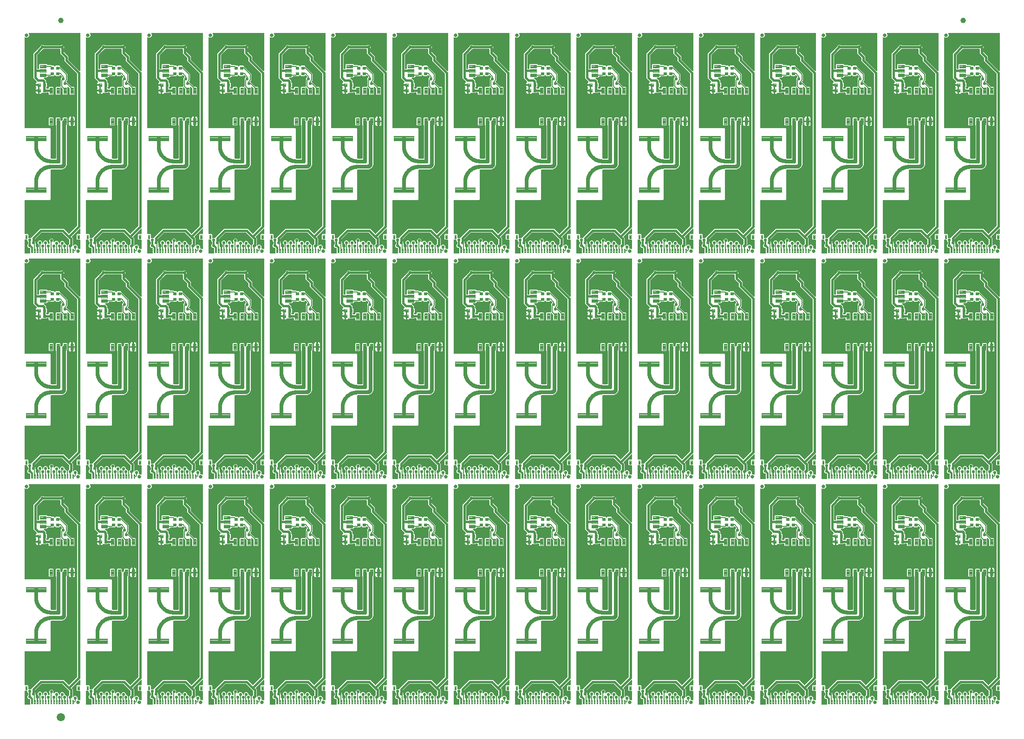
<source format=gtl>
G04 EAGLE Gerber RS-274X export*
G75*
%MOMM*%
%FSLAX34Y34*%
%LPD*%
%INTop Copper*%
%IPPOS*%
%AMOC8*
5,1,8,0,0,1.08239X$1,22.5*%
G01*
%ADD10C,0.635000*%
%ADD11C,0.102000*%
%ADD12C,0.100000*%
%ADD13C,0.101600*%
%ADD14C,1.000000*%
%ADD15C,1.500000*%
%ADD16C,0.554000*%
%ADD17C,0.152400*%
%ADD18C,0.304800*%
%ADD19C,0.406400*%
%ADD20C,0.711200*%
%ADD21C,0.609600*%

G36*
X1467064Y853105D02*
X1467064Y853105D01*
X1467093Y853105D01*
X1467203Y853133D01*
X1467314Y853155D01*
X1467340Y853169D01*
X1467368Y853176D01*
X1467466Y853234D01*
X1467566Y853286D01*
X1467588Y853307D01*
X1467613Y853322D01*
X1467690Y853404D01*
X1467772Y853482D01*
X1467787Y853508D01*
X1467807Y853529D01*
X1467859Y853630D01*
X1467916Y853728D01*
X1467923Y853756D01*
X1467937Y853782D01*
X1467950Y853859D01*
X1467986Y854003D01*
X1467984Y854066D01*
X1467992Y854113D01*
X1467992Y854173D01*
X1483897Y870078D01*
X1526638Y870078D01*
X1535665Y861051D01*
X1535711Y861016D01*
X1535752Y860974D01*
X1535825Y860931D01*
X1535892Y860880D01*
X1535946Y860859D01*
X1535997Y860830D01*
X1536079Y860809D01*
X1536157Y860779D01*
X1536216Y860774D01*
X1536272Y860760D01*
X1536357Y860762D01*
X1536441Y860755D01*
X1536498Y860767D01*
X1536557Y860769D01*
X1536637Y860795D01*
X1536720Y860811D01*
X1536771Y860838D01*
X1536827Y860856D01*
X1536883Y860896D01*
X1536972Y860942D01*
X1537044Y861011D01*
X1537100Y861051D01*
X1550880Y874831D01*
X1550932Y874901D01*
X1550992Y874964D01*
X1551018Y875014D01*
X1551051Y875058D01*
X1551082Y875140D01*
X1551122Y875218D01*
X1551130Y875265D01*
X1551152Y875324D01*
X1551164Y875471D01*
X1551177Y875549D01*
X1551177Y1152674D01*
X1551165Y1152760D01*
X1551162Y1152848D01*
X1551145Y1152901D01*
X1551137Y1152955D01*
X1551102Y1153035D01*
X1551075Y1153118D01*
X1551047Y1153158D01*
X1551021Y1153215D01*
X1550925Y1153328D01*
X1550880Y1153392D01*
X1528190Y1176081D01*
X1528190Y1181693D01*
X1528178Y1181780D01*
X1528175Y1181867D01*
X1528158Y1181920D01*
X1528150Y1181975D01*
X1528115Y1182055D01*
X1528088Y1182138D01*
X1528060Y1182177D01*
X1528034Y1182234D01*
X1527938Y1182347D01*
X1527893Y1182411D01*
X1520432Y1189872D01*
X1520432Y1197102D01*
X1520424Y1197160D01*
X1520426Y1197218D01*
X1520404Y1197300D01*
X1520392Y1197384D01*
X1520369Y1197437D01*
X1520354Y1197493D01*
X1520311Y1197566D01*
X1520276Y1197643D01*
X1520238Y1197688D01*
X1520209Y1197738D01*
X1520147Y1197796D01*
X1520093Y1197860D01*
X1520044Y1197892D01*
X1520001Y1197932D01*
X1519926Y1197971D01*
X1519856Y1198018D01*
X1519800Y1198035D01*
X1519748Y1198062D01*
X1519680Y1198073D01*
X1519585Y1198103D01*
X1519485Y1198106D01*
X1519417Y1198117D01*
X1490902Y1198117D01*
X1490816Y1198105D01*
X1490728Y1198102D01*
X1490676Y1198085D01*
X1490621Y1198077D01*
X1490541Y1198042D01*
X1490458Y1198015D01*
X1490418Y1197987D01*
X1490361Y1197961D01*
X1490248Y1197865D01*
X1490184Y1197820D01*
X1489744Y1197379D01*
X1489121Y1197379D01*
X1489034Y1197367D01*
X1488947Y1197364D01*
X1488894Y1197347D01*
X1488839Y1197339D01*
X1488759Y1197304D01*
X1488676Y1197277D01*
X1488637Y1197249D01*
X1488580Y1197223D01*
X1488466Y1197127D01*
X1488403Y1197082D01*
X1478705Y1187384D01*
X1478690Y1187365D01*
X1478674Y1187351D01*
X1478643Y1187305D01*
X1478593Y1187251D01*
X1478567Y1187201D01*
X1478534Y1187157D01*
X1478520Y1187119D01*
X1478517Y1187115D01*
X1478511Y1187095D01*
X1478503Y1187075D01*
X1478463Y1186997D01*
X1478455Y1186950D01*
X1478433Y1186891D01*
X1478421Y1186744D01*
X1478408Y1186666D01*
X1478408Y1162558D01*
X1478416Y1162500D01*
X1478414Y1162442D01*
X1478436Y1162360D01*
X1478448Y1162276D01*
X1478471Y1162223D01*
X1478486Y1162167D01*
X1478529Y1162094D01*
X1478564Y1162017D01*
X1478602Y1161972D01*
X1478631Y1161922D01*
X1478693Y1161864D01*
X1478747Y1161800D01*
X1478796Y1161768D01*
X1478839Y1161728D01*
X1478914Y1161689D01*
X1478984Y1161642D01*
X1479040Y1161625D01*
X1479092Y1161598D01*
X1479160Y1161587D01*
X1479255Y1161557D01*
X1479355Y1161554D01*
X1479423Y1161543D01*
X1480439Y1161543D01*
X1480497Y1161551D01*
X1480555Y1161549D01*
X1480637Y1161571D01*
X1480721Y1161583D01*
X1480774Y1161606D01*
X1480830Y1161621D01*
X1480903Y1161664D01*
X1480980Y1161699D01*
X1481025Y1161737D01*
X1481075Y1161766D01*
X1481133Y1161828D01*
X1481197Y1161882D01*
X1481229Y1161931D01*
X1481269Y1161974D01*
X1481308Y1162049D01*
X1481355Y1162119D01*
X1481372Y1162175D01*
X1481399Y1162227D01*
X1481410Y1162295D01*
X1481440Y1162390D01*
X1481443Y1162490D01*
X1481454Y1162558D01*
X1481454Y1169772D01*
X1482496Y1170814D01*
X1495654Y1170814D01*
X1496696Y1169772D01*
X1496696Y1169416D01*
X1496704Y1169358D01*
X1496702Y1169300D01*
X1496724Y1169218D01*
X1496736Y1169134D01*
X1496759Y1169081D01*
X1496774Y1169025D01*
X1496817Y1168952D01*
X1496852Y1168875D01*
X1496890Y1168830D01*
X1496919Y1168780D01*
X1496981Y1168722D01*
X1497035Y1168658D01*
X1497084Y1168626D01*
X1497127Y1168586D01*
X1497202Y1168547D01*
X1497272Y1168500D01*
X1497328Y1168483D01*
X1497380Y1168456D01*
X1497448Y1168445D01*
X1497543Y1168415D01*
X1497643Y1168412D01*
X1497711Y1168401D01*
X1503459Y1168401D01*
X1503972Y1167888D01*
X1504041Y1167836D01*
X1504105Y1167776D01*
X1504155Y1167750D01*
X1504199Y1167717D01*
X1504281Y1167686D01*
X1504358Y1167646D01*
X1504406Y1167638D01*
X1504464Y1167616D01*
X1504612Y1167604D01*
X1504690Y1167591D01*
X1508893Y1167591D01*
X1509947Y1166536D01*
X1509994Y1166501D01*
X1510034Y1166459D01*
X1510107Y1166416D01*
X1510174Y1166365D01*
X1510229Y1166344D01*
X1510279Y1166315D01*
X1510361Y1166294D01*
X1510440Y1166264D01*
X1510498Y1166259D01*
X1510555Y1166245D01*
X1510639Y1166248D01*
X1510723Y1166241D01*
X1510781Y1166252D01*
X1510839Y1166254D01*
X1510919Y1166280D01*
X1511002Y1166296D01*
X1511054Y1166323D01*
X1511110Y1166341D01*
X1511166Y1166382D01*
X1511254Y1166427D01*
X1511327Y1166496D01*
X1511383Y1166536D01*
X1512437Y1167591D01*
X1518893Y1167591D01*
X1519936Y1166548D01*
X1519936Y1166368D01*
X1519944Y1166311D01*
X1519942Y1166254D01*
X1519942Y1166252D01*
X1519964Y1166170D01*
X1519976Y1166086D01*
X1519999Y1166033D01*
X1520014Y1165977D01*
X1520057Y1165904D01*
X1520092Y1165827D01*
X1520130Y1165782D01*
X1520159Y1165732D01*
X1520221Y1165674D01*
X1520275Y1165610D01*
X1520324Y1165578D01*
X1520367Y1165538D01*
X1520442Y1165499D01*
X1520512Y1165452D01*
X1520568Y1165435D01*
X1520620Y1165408D01*
X1520688Y1165397D01*
X1520783Y1165367D01*
X1520883Y1165364D01*
X1520951Y1165353D01*
X1520952Y1165353D01*
X1522440Y1163865D01*
X1532165Y1154140D01*
X1533653Y1152652D01*
X1533653Y1140483D01*
X1532165Y1138995D01*
X1531958Y1138788D01*
X1531922Y1138741D01*
X1531880Y1138701D01*
X1531837Y1138628D01*
X1531787Y1138561D01*
X1531766Y1138506D01*
X1531736Y1138456D01*
X1531715Y1138374D01*
X1531685Y1138295D01*
X1531681Y1138237D01*
X1531666Y1138180D01*
X1531669Y1138096D01*
X1531662Y1138012D01*
X1531673Y1137954D01*
X1531675Y1137896D01*
X1531701Y1137816D01*
X1531718Y1137733D01*
X1531745Y1137681D01*
X1531763Y1137625D01*
X1531803Y1137569D01*
X1531849Y1137481D01*
X1531917Y1137408D01*
X1531957Y1137352D01*
X1532234Y1137075D01*
X1532304Y1137023D01*
X1532368Y1136963D01*
X1532417Y1136937D01*
X1532462Y1136904D01*
X1532543Y1136873D01*
X1532621Y1136833D01*
X1532669Y1136825D01*
X1532727Y1136803D01*
X1532875Y1136791D01*
X1532952Y1136778D01*
X1533097Y1136778D01*
X1540202Y1129673D01*
X1540271Y1129621D01*
X1540335Y1129561D01*
X1540385Y1129535D01*
X1540429Y1129502D01*
X1540511Y1129471D01*
X1540588Y1129431D01*
X1540636Y1129423D01*
X1540694Y1129401D01*
X1540842Y1129389D01*
X1540919Y1129376D01*
X1545008Y1129376D01*
X1546051Y1128333D01*
X1546051Y1115877D01*
X1545008Y1114834D01*
X1538552Y1114834D01*
X1537509Y1115877D01*
X1537509Y1126196D01*
X1537497Y1126282D01*
X1537494Y1126370D01*
X1537477Y1126422D01*
X1537469Y1126477D01*
X1537434Y1126557D01*
X1537407Y1126640D01*
X1537379Y1126679D01*
X1537353Y1126736D01*
X1537257Y1126850D01*
X1537212Y1126913D01*
X1535084Y1129041D01*
X1535060Y1129059D01*
X1535041Y1129081D01*
X1534947Y1129144D01*
X1534857Y1129212D01*
X1534829Y1129223D01*
X1534805Y1129239D01*
X1534697Y1129273D01*
X1534591Y1129314D01*
X1534562Y1129316D01*
X1534534Y1129325D01*
X1534420Y1129328D01*
X1534308Y1129337D01*
X1534279Y1129331D01*
X1534250Y1129332D01*
X1534140Y1129304D01*
X1534029Y1129281D01*
X1534003Y1129268D01*
X1533975Y1129260D01*
X1533877Y1129202D01*
X1533777Y1129150D01*
X1533755Y1129130D01*
X1533730Y1129115D01*
X1533653Y1129032D01*
X1533571Y1128954D01*
X1533556Y1128929D01*
X1533536Y1128908D01*
X1533484Y1128807D01*
X1533427Y1128709D01*
X1533420Y1128681D01*
X1533406Y1128655D01*
X1533393Y1128577D01*
X1533357Y1128434D01*
X1533359Y1128371D01*
X1533351Y1128324D01*
X1533351Y1115877D01*
X1532308Y1114834D01*
X1525852Y1114834D01*
X1524809Y1115877D01*
X1524809Y1124985D01*
X1524797Y1125072D01*
X1524794Y1125160D01*
X1524777Y1125212D01*
X1524769Y1125267D01*
X1524734Y1125347D01*
X1524707Y1125430D01*
X1524679Y1125469D01*
X1524653Y1125526D01*
X1524557Y1125640D01*
X1524512Y1125703D01*
X1522384Y1127831D01*
X1522360Y1127849D01*
X1522341Y1127871D01*
X1522247Y1127934D01*
X1522157Y1128002D01*
X1522129Y1128013D01*
X1522105Y1128029D01*
X1521997Y1128063D01*
X1521891Y1128104D01*
X1521862Y1128106D01*
X1521834Y1128115D01*
X1521720Y1128118D01*
X1521608Y1128127D01*
X1521579Y1128121D01*
X1521550Y1128122D01*
X1521440Y1128093D01*
X1521329Y1128071D01*
X1521303Y1128058D01*
X1521275Y1128050D01*
X1521177Y1127992D01*
X1521077Y1127940D01*
X1521055Y1127920D01*
X1521030Y1127905D01*
X1520953Y1127822D01*
X1520871Y1127744D01*
X1520856Y1127719D01*
X1520836Y1127698D01*
X1520784Y1127597D01*
X1520727Y1127499D01*
X1520720Y1127471D01*
X1520706Y1127445D01*
X1520693Y1127367D01*
X1520657Y1127224D01*
X1520659Y1127161D01*
X1520651Y1127114D01*
X1520651Y1115877D01*
X1519608Y1114834D01*
X1513152Y1114834D01*
X1512109Y1115877D01*
X1512109Y1128333D01*
X1513152Y1129376D01*
X1519610Y1129376D01*
X1519623Y1129367D01*
X1519642Y1129344D01*
X1519736Y1129281D01*
X1519826Y1129213D01*
X1519854Y1129203D01*
X1519878Y1129187D01*
X1519986Y1129152D01*
X1520092Y1129112D01*
X1520121Y1129110D01*
X1520149Y1129101D01*
X1520262Y1129098D01*
X1520375Y1129088D01*
X1520404Y1129094D01*
X1520433Y1129094D01*
X1520543Y1129122D01*
X1520654Y1129144D01*
X1520680Y1129158D01*
X1520708Y1129165D01*
X1520806Y1129223D01*
X1520906Y1129275D01*
X1520928Y1129296D01*
X1520953Y1129311D01*
X1521030Y1129393D01*
X1521112Y1129471D01*
X1521127Y1129496D01*
X1521147Y1129518D01*
X1521199Y1129619D01*
X1521256Y1129716D01*
X1521263Y1129745D01*
X1521277Y1129771D01*
X1521290Y1129848D01*
X1521326Y1129992D01*
X1521324Y1130054D01*
X1521332Y1130102D01*
X1521332Y1141786D01*
X1521718Y1142172D01*
X1521770Y1142241D01*
X1521830Y1142305D01*
X1521856Y1142355D01*
X1521889Y1142399D01*
X1521920Y1142481D01*
X1521960Y1142558D01*
X1521968Y1142606D01*
X1521990Y1142664D01*
X1522002Y1142812D01*
X1522015Y1142890D01*
X1522015Y1145309D01*
X1523151Y1146444D01*
X1523186Y1146491D01*
X1523228Y1146531D01*
X1523271Y1146604D01*
X1523321Y1146671D01*
X1523342Y1146726D01*
X1523372Y1146776D01*
X1523393Y1146858D01*
X1523423Y1146937D01*
X1523427Y1146995D01*
X1523442Y1147052D01*
X1523439Y1147136D01*
X1523446Y1147220D01*
X1523435Y1147277D01*
X1523433Y1147336D01*
X1523407Y1147416D01*
X1523390Y1147499D01*
X1523363Y1147551D01*
X1523345Y1147606D01*
X1523305Y1147663D01*
X1523259Y1147751D01*
X1523190Y1147824D01*
X1523151Y1147880D01*
X1521235Y1149796D01*
X1521188Y1149831D01*
X1521148Y1149873D01*
X1521075Y1149916D01*
X1521007Y1149966D01*
X1520953Y1149987D01*
X1520902Y1150017D01*
X1520821Y1150038D01*
X1520742Y1150068D01*
X1520683Y1150073D01*
X1520627Y1150087D01*
X1520543Y1150084D01*
X1520459Y1150091D01*
X1520401Y1150080D01*
X1520343Y1150078D01*
X1520262Y1150052D01*
X1520180Y1150035D01*
X1520128Y1150008D01*
X1520072Y1149990D01*
X1520016Y1149950D01*
X1519927Y1149904D01*
X1519855Y1149836D01*
X1519799Y1149796D01*
X1518893Y1148889D01*
X1512437Y1148889D01*
X1511383Y1149944D01*
X1511336Y1149979D01*
X1511296Y1150021D01*
X1511223Y1150064D01*
X1511156Y1150115D01*
X1511101Y1150136D01*
X1511051Y1150165D01*
X1510969Y1150186D01*
X1510890Y1150216D01*
X1510832Y1150221D01*
X1510775Y1150235D01*
X1510691Y1150232D01*
X1510607Y1150239D01*
X1510549Y1150228D01*
X1510491Y1150226D01*
X1510411Y1150200D01*
X1510328Y1150184D01*
X1510276Y1150157D01*
X1510220Y1150139D01*
X1510164Y1150099D01*
X1510076Y1150053D01*
X1510003Y1149984D01*
X1509947Y1149944D01*
X1508893Y1148889D01*
X1504690Y1148889D01*
X1504603Y1148877D01*
X1504515Y1148874D01*
X1504463Y1148857D01*
X1504408Y1148849D01*
X1504328Y1148814D01*
X1504245Y1148787D01*
X1504206Y1148759D01*
X1504149Y1148733D01*
X1504035Y1148637D01*
X1503972Y1148592D01*
X1503459Y1148079D01*
X1497711Y1148079D01*
X1497653Y1148071D01*
X1497595Y1148073D01*
X1497513Y1148051D01*
X1497429Y1148039D01*
X1497376Y1148016D01*
X1497320Y1148001D01*
X1497247Y1147958D01*
X1497170Y1147923D01*
X1497125Y1147885D01*
X1497075Y1147856D01*
X1497017Y1147794D01*
X1496953Y1147740D01*
X1496921Y1147691D01*
X1496881Y1147648D01*
X1496842Y1147573D01*
X1496795Y1147503D01*
X1496778Y1147447D01*
X1496751Y1147395D01*
X1496740Y1147327D01*
X1496710Y1147232D01*
X1496707Y1147132D01*
X1496696Y1147064D01*
X1496696Y1146708D01*
X1495654Y1145666D01*
X1491626Y1145666D01*
X1491596Y1145662D01*
X1491567Y1145665D01*
X1491456Y1145642D01*
X1491344Y1145626D01*
X1491317Y1145614D01*
X1491289Y1145609D01*
X1491188Y1145557D01*
X1491085Y1145510D01*
X1491062Y1145491D01*
X1491036Y1145478D01*
X1490954Y1145400D01*
X1490868Y1145327D01*
X1490851Y1145302D01*
X1490830Y1145282D01*
X1490773Y1145184D01*
X1490710Y1145090D01*
X1490701Y1145062D01*
X1490686Y1145037D01*
X1490658Y1144927D01*
X1490624Y1144819D01*
X1490623Y1144789D01*
X1490616Y1144761D01*
X1490620Y1144648D01*
X1490617Y1144535D01*
X1490624Y1144506D01*
X1490625Y1144477D01*
X1490660Y1144369D01*
X1490689Y1144260D01*
X1490704Y1144234D01*
X1490713Y1144206D01*
X1490758Y1144143D01*
X1490834Y1144015D01*
X1490880Y1143972D01*
X1490908Y1143933D01*
X1494838Y1140003D01*
X1494838Y1136821D01*
X1494850Y1136735D01*
X1494853Y1136647D01*
X1494870Y1136594D01*
X1494878Y1136540D01*
X1494913Y1136460D01*
X1494940Y1136377D01*
X1494968Y1136337D01*
X1494994Y1136280D01*
X1495090Y1136167D01*
X1495135Y1136103D01*
X1495806Y1135433D01*
X1495806Y1128977D01*
X1495135Y1128307D01*
X1495083Y1128237D01*
X1495023Y1128173D01*
X1494997Y1128124D01*
X1494964Y1128080D01*
X1494933Y1127998D01*
X1494893Y1127920D01*
X1494885Y1127872D01*
X1494863Y1127814D01*
X1494851Y1127666D01*
X1494838Y1127589D01*
X1494838Y1126661D01*
X1494850Y1126575D01*
X1494853Y1126487D01*
X1494870Y1126434D01*
X1494878Y1126380D01*
X1494913Y1126300D01*
X1494940Y1126217D01*
X1494968Y1126177D01*
X1494994Y1126120D01*
X1495090Y1126007D01*
X1495135Y1125943D01*
X1495373Y1125705D01*
X1495443Y1125652D01*
X1495507Y1125593D01*
X1495556Y1125567D01*
X1495600Y1125534D01*
X1495682Y1125503D01*
X1495760Y1125463D01*
X1495808Y1125455D01*
X1495866Y1125433D01*
X1496014Y1125421D01*
X1496091Y1125408D01*
X1498394Y1125408D01*
X1498452Y1125416D01*
X1498510Y1125414D01*
X1498592Y1125436D01*
X1498676Y1125448D01*
X1498729Y1125471D01*
X1498785Y1125486D01*
X1498858Y1125529D01*
X1498935Y1125564D01*
X1498980Y1125602D01*
X1499030Y1125631D01*
X1499088Y1125693D01*
X1499152Y1125747D01*
X1499184Y1125796D01*
X1499224Y1125839D01*
X1499263Y1125914D01*
X1499310Y1125984D01*
X1499327Y1126040D01*
X1499354Y1126092D01*
X1499365Y1126160D01*
X1499395Y1126255D01*
X1499398Y1126355D01*
X1499409Y1126423D01*
X1499409Y1128333D01*
X1500452Y1129376D01*
X1506908Y1129376D01*
X1507951Y1128333D01*
X1507951Y1115877D01*
X1506908Y1114834D01*
X1500452Y1114834D01*
X1499409Y1115877D01*
X1499409Y1117787D01*
X1499401Y1117845D01*
X1499403Y1117903D01*
X1499381Y1117985D01*
X1499369Y1118069D01*
X1499346Y1118122D01*
X1499331Y1118178D01*
X1499288Y1118251D01*
X1499253Y1118328D01*
X1499215Y1118373D01*
X1499186Y1118423D01*
X1499124Y1118481D01*
X1499070Y1118545D01*
X1499021Y1118577D01*
X1498978Y1118617D01*
X1498903Y1118656D01*
X1498833Y1118703D01*
X1498777Y1118720D01*
X1498725Y1118747D01*
X1498657Y1118758D01*
X1498562Y1118788D01*
X1498462Y1118791D01*
X1498394Y1118802D01*
X1496211Y1118802D01*
X1496125Y1118790D01*
X1496037Y1118787D01*
X1495984Y1118770D01*
X1495930Y1118762D01*
X1495850Y1118727D01*
X1495767Y1118700D01*
X1495727Y1118672D01*
X1495670Y1118646D01*
X1495557Y1118550D01*
X1495493Y1118505D01*
X1494763Y1117774D01*
X1488307Y1117774D01*
X1488110Y1117972D01*
X1488071Y1118002D01*
X1488038Y1118038D01*
X1487957Y1118087D01*
X1487882Y1118143D01*
X1487837Y1118160D01*
X1487795Y1118186D01*
X1487704Y1118211D01*
X1487617Y1118244D01*
X1487568Y1118248D01*
X1487521Y1118261D01*
X1487427Y1118260D01*
X1487333Y1118268D01*
X1487285Y1118258D01*
X1487237Y1118258D01*
X1487147Y1118230D01*
X1487055Y1118212D01*
X1487011Y1118189D01*
X1486965Y1118175D01*
X1486886Y1118124D01*
X1486802Y1118081D01*
X1486767Y1118047D01*
X1486726Y1118021D01*
X1486679Y1117963D01*
X1486596Y1117885D01*
X1486552Y1117810D01*
X1486512Y1117762D01*
X1486466Y1117682D01*
X1485898Y1117114D01*
X1485203Y1116712D01*
X1484427Y1116504D01*
X1483034Y1116504D01*
X1483034Y1121561D01*
X1483026Y1121619D01*
X1483028Y1121677D01*
X1483006Y1121759D01*
X1482994Y1121842D01*
X1482971Y1121896D01*
X1482956Y1121952D01*
X1482913Y1122025D01*
X1482904Y1122044D01*
X1482935Y1122090D01*
X1482952Y1122146D01*
X1482979Y1122198D01*
X1482990Y1122266D01*
X1483020Y1122361D01*
X1483023Y1122461D01*
X1483034Y1122529D01*
X1483034Y1131721D01*
X1483026Y1131779D01*
X1483028Y1131837D01*
X1483006Y1131919D01*
X1482994Y1132002D01*
X1482971Y1132056D01*
X1482956Y1132112D01*
X1482913Y1132185D01*
X1482878Y1132262D01*
X1482840Y1132306D01*
X1482811Y1132357D01*
X1482749Y1132414D01*
X1482695Y1132479D01*
X1482646Y1132511D01*
X1482603Y1132551D01*
X1482528Y1132590D01*
X1482458Y1132636D01*
X1482402Y1132654D01*
X1482350Y1132681D01*
X1482282Y1132692D01*
X1482187Y1132722D01*
X1482087Y1132725D01*
X1482060Y1132729D01*
X1482058Y1132747D01*
X1482059Y1132805D01*
X1482038Y1132887D01*
X1482026Y1132971D01*
X1482002Y1133024D01*
X1481988Y1133080D01*
X1481944Y1133153D01*
X1481910Y1133230D01*
X1481872Y1133275D01*
X1481842Y1133325D01*
X1481781Y1133383D01*
X1481726Y1133447D01*
X1481678Y1133479D01*
X1481635Y1133519D01*
X1481560Y1133558D01*
X1481490Y1133605D01*
X1481434Y1133622D01*
X1481382Y1133649D01*
X1481314Y1133660D01*
X1481219Y1133690D01*
X1481119Y1133693D01*
X1481051Y1133704D01*
X1475994Y1133704D01*
X1475994Y1135097D01*
X1476202Y1135873D01*
X1476604Y1136568D01*
X1477172Y1137136D01*
X1477485Y1137317D01*
X1477523Y1137347D01*
X1477567Y1137370D01*
X1477635Y1137434D01*
X1477709Y1137492D01*
X1477737Y1137532D01*
X1477773Y1137565D01*
X1477820Y1137646D01*
X1477875Y1137723D01*
X1477892Y1137769D01*
X1477916Y1137811D01*
X1477940Y1137901D01*
X1477971Y1137990D01*
X1477975Y1138039D01*
X1477987Y1138086D01*
X1477984Y1138180D01*
X1477990Y1138274D01*
X1477979Y1138322D01*
X1477977Y1138370D01*
X1477949Y1138460D01*
X1477928Y1138551D01*
X1477905Y1138594D01*
X1477890Y1138641D01*
X1477847Y1138701D01*
X1477793Y1138801D01*
X1477732Y1138863D01*
X1477695Y1138914D01*
X1476585Y1140024D01*
X1474034Y1142575D01*
X1471802Y1144807D01*
X1471802Y1189823D01*
X1474034Y1192055D01*
X1483732Y1201753D01*
X1483784Y1201823D01*
X1483844Y1201886D01*
X1483870Y1201936D01*
X1483903Y1201980D01*
X1483934Y1202062D01*
X1483974Y1202139D01*
X1483982Y1202187D01*
X1484004Y1202246D01*
X1484016Y1202393D01*
X1484029Y1202471D01*
X1484029Y1203094D01*
X1486396Y1205461D01*
X1489744Y1205461D01*
X1490184Y1205020D01*
X1490254Y1204968D01*
X1490318Y1204908D01*
X1490367Y1204882D01*
X1490412Y1204849D01*
X1490493Y1204818D01*
X1490571Y1204778D01*
X1490619Y1204770D01*
X1490677Y1204748D01*
X1490825Y1204736D01*
X1490902Y1204723D01*
X1520903Y1204723D01*
X1520989Y1204735D01*
X1521077Y1204738D01*
X1521129Y1204755D01*
X1521184Y1204763D01*
X1521264Y1204798D01*
X1521347Y1204825D01*
X1521387Y1204853D01*
X1521444Y1204879D01*
X1521557Y1204975D01*
X1521621Y1205020D01*
X1522061Y1205461D01*
X1525409Y1205461D01*
X1527776Y1203094D01*
X1527776Y1199746D01*
X1527335Y1199306D01*
X1527283Y1199236D01*
X1527223Y1199172D01*
X1527197Y1199123D01*
X1527164Y1199078D01*
X1527133Y1198997D01*
X1527093Y1198919D01*
X1527085Y1198871D01*
X1527063Y1198813D01*
X1527051Y1198665D01*
X1527038Y1198588D01*
X1527038Y1193028D01*
X1527050Y1192942D01*
X1527053Y1192854D01*
X1527070Y1192802D01*
X1527078Y1192747D01*
X1527113Y1192667D01*
X1527140Y1192584D01*
X1527168Y1192545D01*
X1527194Y1192488D01*
X1527290Y1192374D01*
X1527335Y1192311D01*
X1534796Y1184850D01*
X1534796Y1179238D01*
X1534808Y1179151D01*
X1534811Y1179064D01*
X1534828Y1179011D01*
X1534836Y1178956D01*
X1534871Y1178877D01*
X1534898Y1178793D01*
X1534926Y1178754D01*
X1534952Y1178697D01*
X1535048Y1178584D01*
X1535093Y1178520D01*
X1555540Y1158073D01*
X1555564Y1158055D01*
X1555583Y1158033D01*
X1555677Y1157970D01*
X1555767Y1157902D01*
X1555795Y1157892D01*
X1555819Y1157875D01*
X1555927Y1157841D01*
X1556033Y1157801D01*
X1556062Y1157798D01*
X1556090Y1157790D01*
X1556204Y1157787D01*
X1556316Y1157777D01*
X1556345Y1157783D01*
X1556374Y1157782D01*
X1556484Y1157811D01*
X1556595Y1157833D01*
X1556621Y1157847D01*
X1556649Y1157854D01*
X1556747Y1157912D01*
X1556847Y1157964D01*
X1556869Y1157984D01*
X1556894Y1157999D01*
X1556971Y1158082D01*
X1557053Y1158160D01*
X1557068Y1158185D01*
X1557088Y1158207D01*
X1557140Y1158308D01*
X1557197Y1158405D01*
X1557204Y1158434D01*
X1557218Y1158460D01*
X1557231Y1158537D01*
X1557267Y1158681D01*
X1557265Y1158743D01*
X1557273Y1158791D01*
X1557273Y1226058D01*
X1557265Y1226116D01*
X1557267Y1226174D01*
X1557245Y1226256D01*
X1557233Y1226340D01*
X1557210Y1226393D01*
X1557195Y1226449D01*
X1557152Y1226522D01*
X1557117Y1226599D01*
X1557079Y1226644D01*
X1557050Y1226694D01*
X1556988Y1226752D01*
X1556934Y1226816D01*
X1556885Y1226848D01*
X1556842Y1226888D01*
X1556767Y1226927D01*
X1556697Y1226974D01*
X1556641Y1226991D01*
X1556589Y1227018D01*
X1556521Y1227029D01*
X1556426Y1227059D01*
X1556326Y1227062D01*
X1556258Y1227073D01*
X1463905Y1227073D01*
X1463876Y1227069D01*
X1463847Y1227072D01*
X1463736Y1227049D01*
X1463623Y1227033D01*
X1463597Y1227021D01*
X1463568Y1227016D01*
X1463467Y1226963D01*
X1463364Y1226917D01*
X1463342Y1226898D01*
X1463316Y1226885D01*
X1463233Y1226807D01*
X1463147Y1226734D01*
X1463131Y1226709D01*
X1463110Y1226689D01*
X1463052Y1226591D01*
X1462989Y1226497D01*
X1462981Y1226469D01*
X1462966Y1226444D01*
X1462938Y1226334D01*
X1462904Y1226226D01*
X1462903Y1226196D01*
X1462896Y1226168D01*
X1462899Y1226055D01*
X1462896Y1225942D01*
X1462904Y1225913D01*
X1462905Y1225884D01*
X1462940Y1225776D01*
X1462968Y1225667D01*
X1462983Y1225641D01*
X1462992Y1225613D01*
X1463038Y1225549D01*
X1463113Y1225422D01*
X1463159Y1225379D01*
X1463187Y1225340D01*
X1463676Y1224851D01*
X1463676Y1221168D01*
X1461072Y1218564D01*
X1457389Y1218564D01*
X1456900Y1219053D01*
X1456876Y1219071D01*
X1456857Y1219093D01*
X1456763Y1219156D01*
X1456673Y1219224D01*
X1456645Y1219234D01*
X1456621Y1219251D01*
X1456513Y1219285D01*
X1456407Y1219325D01*
X1456378Y1219327D01*
X1456350Y1219336D01*
X1456236Y1219339D01*
X1456124Y1219349D01*
X1456095Y1219343D01*
X1456066Y1219344D01*
X1455956Y1219315D01*
X1455845Y1219293D01*
X1455819Y1219279D01*
X1455791Y1219272D01*
X1455693Y1219214D01*
X1455593Y1219162D01*
X1455571Y1219142D01*
X1455546Y1219127D01*
X1455469Y1219044D01*
X1455387Y1218966D01*
X1455372Y1218941D01*
X1455352Y1218919D01*
X1455300Y1218818D01*
X1455243Y1218721D01*
X1455236Y1218692D01*
X1455222Y1218666D01*
X1455209Y1218589D01*
X1455173Y1218445D01*
X1455175Y1218383D01*
X1455167Y1218335D01*
X1455167Y1054608D01*
X1455175Y1054550D01*
X1455173Y1054492D01*
X1455195Y1054410D01*
X1455207Y1054326D01*
X1455230Y1054273D01*
X1455245Y1054217D01*
X1455288Y1054144D01*
X1455323Y1054067D01*
X1455361Y1054022D01*
X1455390Y1053972D01*
X1455452Y1053914D01*
X1455506Y1053850D01*
X1455555Y1053818D01*
X1455598Y1053778D01*
X1455673Y1053739D01*
X1455743Y1053692D01*
X1455799Y1053675D01*
X1455851Y1053648D01*
X1455919Y1053637D01*
X1456014Y1053607D01*
X1456114Y1053604D01*
X1456182Y1053593D01*
X1501982Y1053593D01*
X1503173Y1052402D01*
X1503173Y998902D01*
X1503181Y998844D01*
X1503179Y998786D01*
X1503201Y998704D01*
X1503213Y998620D01*
X1503236Y998567D01*
X1503251Y998511D01*
X1503294Y998438D01*
X1503329Y998361D01*
X1503367Y998316D01*
X1503396Y998266D01*
X1503458Y998208D01*
X1503512Y998144D01*
X1503561Y998112D01*
X1503604Y998072D01*
X1503679Y998033D01*
X1503749Y997986D01*
X1503805Y997969D01*
X1503857Y997942D01*
X1503925Y997931D01*
X1504020Y997901D01*
X1504120Y997898D01*
X1504188Y997887D01*
X1511808Y997887D01*
X1511866Y997895D01*
X1511924Y997893D01*
X1512006Y997915D01*
X1512090Y997927D01*
X1512143Y997950D01*
X1512199Y997965D01*
X1512272Y998008D01*
X1512349Y998043D01*
X1512394Y998081D01*
X1512444Y998110D01*
X1512502Y998172D01*
X1512566Y998226D01*
X1512598Y998275D01*
X1512638Y998318D01*
X1512677Y998393D01*
X1512724Y998463D01*
X1512741Y998519D01*
X1512768Y998571D01*
X1512779Y998639D01*
X1512809Y998734D01*
X1512812Y998834D01*
X1512823Y998902D01*
X1512823Y1058743D01*
X1512811Y1058830D01*
X1512808Y1058917D01*
X1512791Y1058970D01*
X1512783Y1059024D01*
X1512748Y1059104D01*
X1512721Y1059187D01*
X1512693Y1059227D01*
X1512667Y1059284D01*
X1512614Y1059347D01*
X1512588Y1059390D01*
X1512552Y1059424D01*
X1512526Y1059461D01*
X1512109Y1059877D01*
X1512109Y1063848D01*
X1512101Y1063903D01*
X1512103Y1063947D01*
X1512096Y1063973D01*
X1512094Y1064022D01*
X1512077Y1064074D01*
X1512069Y1064129D01*
X1512061Y1064147D01*
X1512061Y1068076D01*
X1512062Y1068079D01*
X1512084Y1068137D01*
X1512096Y1068285D01*
X1512109Y1068362D01*
X1512109Y1072333D01*
X1513152Y1073376D01*
X1519608Y1073376D01*
X1520651Y1072333D01*
X1520651Y1069081D01*
X1520663Y1068994D01*
X1520666Y1068907D01*
X1520683Y1068854D01*
X1520691Y1068799D01*
X1520726Y1068720D01*
X1520753Y1068636D01*
X1520781Y1068597D01*
X1520807Y1068540D01*
X1520903Y1068427D01*
X1520948Y1068363D01*
X1522012Y1067299D01*
X1522059Y1067264D01*
X1522099Y1067221D01*
X1522172Y1067179D01*
X1522239Y1067128D01*
X1522294Y1067107D01*
X1522344Y1067078D01*
X1522426Y1067057D01*
X1522505Y1067027D01*
X1522563Y1067022D01*
X1522620Y1067008D01*
X1522704Y1067010D01*
X1522788Y1067003D01*
X1522846Y1067015D01*
X1522904Y1067017D01*
X1522984Y1067043D01*
X1523067Y1067059D01*
X1523119Y1067086D01*
X1523175Y1067104D01*
X1523231Y1067144D01*
X1523319Y1067190D01*
X1523392Y1067259D01*
X1523448Y1067299D01*
X1524512Y1068363D01*
X1524564Y1068433D01*
X1524624Y1068497D01*
X1524650Y1068546D01*
X1524683Y1068590D01*
X1524714Y1068672D01*
X1524754Y1068750D01*
X1524762Y1068797D01*
X1524784Y1068856D01*
X1524796Y1069003D01*
X1524809Y1069081D01*
X1524809Y1072333D01*
X1525852Y1073376D01*
X1532308Y1073376D01*
X1533351Y1072333D01*
X1533351Y1068362D01*
X1533363Y1068276D01*
X1533366Y1068188D01*
X1533383Y1068136D01*
X1533391Y1068081D01*
X1533399Y1068063D01*
X1533399Y1064134D01*
X1533398Y1064131D01*
X1533376Y1064073D01*
X1533372Y1064020D01*
X1533365Y1063998D01*
X1533363Y1063919D01*
X1533351Y1063848D01*
X1533351Y1059877D01*
X1532934Y1059461D01*
X1532920Y1059442D01*
X1532905Y1059430D01*
X1532875Y1059384D01*
X1532822Y1059327D01*
X1532796Y1059278D01*
X1532763Y1059234D01*
X1532732Y1059152D01*
X1532692Y1059074D01*
X1532684Y1059026D01*
X1532662Y1058968D01*
X1532650Y1058820D01*
X1532637Y1058743D01*
X1532637Y987123D01*
X1530947Y983044D01*
X1527826Y979923D01*
X1523747Y978233D01*
X1504188Y978233D01*
X1504130Y978225D01*
X1504072Y978227D01*
X1503990Y978205D01*
X1503906Y978193D01*
X1503853Y978170D01*
X1503797Y978155D01*
X1503724Y978112D01*
X1503647Y978077D01*
X1503602Y978039D01*
X1503552Y978010D01*
X1503494Y977948D01*
X1503430Y977894D01*
X1503398Y977845D01*
X1503358Y977802D01*
X1503319Y977727D01*
X1503272Y977657D01*
X1503255Y977601D01*
X1503228Y977549D01*
X1503217Y977481D01*
X1503187Y977386D01*
X1503184Y977286D01*
X1503173Y977218D01*
X1503173Y923718D01*
X1501982Y922527D01*
X1456182Y922527D01*
X1456124Y922519D01*
X1456066Y922521D01*
X1455984Y922499D01*
X1455900Y922487D01*
X1455847Y922464D01*
X1455791Y922449D01*
X1455718Y922406D01*
X1455641Y922371D01*
X1455596Y922333D01*
X1455546Y922304D01*
X1455488Y922242D01*
X1455424Y922188D01*
X1455392Y922139D01*
X1455352Y922096D01*
X1455313Y922021D01*
X1455266Y921951D01*
X1455249Y921895D01*
X1455222Y921843D01*
X1455211Y921775D01*
X1455181Y921680D01*
X1455178Y921580D01*
X1455167Y921512D01*
X1455167Y861701D01*
X1455175Y861643D01*
X1455173Y861585D01*
X1455195Y861503D01*
X1455207Y861419D01*
X1455230Y861366D01*
X1455245Y861310D01*
X1455288Y861237D01*
X1455323Y861160D01*
X1455361Y861115D01*
X1455390Y861065D01*
X1455452Y861007D01*
X1455506Y860943D01*
X1455555Y860911D01*
X1455598Y860871D01*
X1455673Y860832D01*
X1455743Y860785D01*
X1455799Y860768D01*
X1455851Y860741D01*
X1455919Y860730D01*
X1456014Y860700D01*
X1456114Y860697D01*
X1456182Y860686D01*
X1460954Y860686D01*
X1461991Y859649D01*
X1461991Y854368D01*
X1461999Y854311D01*
X1461997Y854252D01*
X1462019Y854171D01*
X1462031Y854087D01*
X1462054Y854034D01*
X1462069Y853977D01*
X1462112Y853905D01*
X1462147Y853828D01*
X1462185Y853783D01*
X1462214Y853733D01*
X1462276Y853675D01*
X1462330Y853611D01*
X1462379Y853578D01*
X1462422Y853538D01*
X1462497Y853500D01*
X1462567Y853453D01*
X1462623Y853435D01*
X1462675Y853409D01*
X1462743Y853397D01*
X1462838Y853367D01*
X1462938Y853365D01*
X1463006Y853353D01*
X1466305Y853353D01*
X1466396Y853292D01*
X1466486Y853224D01*
X1466514Y853214D01*
X1466538Y853198D01*
X1466646Y853163D01*
X1466752Y853123D01*
X1466781Y853121D01*
X1466809Y853112D01*
X1466922Y853109D01*
X1467035Y853100D01*
X1467064Y853105D01*
G37*
G36*
X1020024Y30145D02*
X1020024Y30145D01*
X1020053Y30145D01*
X1020163Y30173D01*
X1020274Y30195D01*
X1020300Y30209D01*
X1020328Y30216D01*
X1020426Y30274D01*
X1020526Y30326D01*
X1020548Y30347D01*
X1020573Y30362D01*
X1020650Y30444D01*
X1020732Y30522D01*
X1020747Y30548D01*
X1020767Y30569D01*
X1020819Y30670D01*
X1020876Y30768D01*
X1020883Y30796D01*
X1020897Y30822D01*
X1020910Y30899D01*
X1020946Y31043D01*
X1020944Y31106D01*
X1020952Y31153D01*
X1020952Y31213D01*
X1036857Y47118D01*
X1079598Y47118D01*
X1088625Y38091D01*
X1088671Y38056D01*
X1088712Y38014D01*
X1088785Y37971D01*
X1088852Y37920D01*
X1088906Y37899D01*
X1088957Y37870D01*
X1089039Y37849D01*
X1089117Y37819D01*
X1089176Y37814D01*
X1089232Y37800D01*
X1089317Y37802D01*
X1089401Y37795D01*
X1089458Y37807D01*
X1089517Y37809D01*
X1089597Y37835D01*
X1089680Y37851D01*
X1089731Y37878D01*
X1089787Y37896D01*
X1089843Y37936D01*
X1089932Y37982D01*
X1090004Y38051D01*
X1090060Y38091D01*
X1103840Y51871D01*
X1103892Y51941D01*
X1103952Y52004D01*
X1103978Y52054D01*
X1104011Y52098D01*
X1104042Y52180D01*
X1104082Y52258D01*
X1104090Y52305D01*
X1104112Y52364D01*
X1104124Y52511D01*
X1104137Y52589D01*
X1104137Y329714D01*
X1104125Y329800D01*
X1104122Y329888D01*
X1104105Y329941D01*
X1104097Y329995D01*
X1104062Y330075D01*
X1104035Y330158D01*
X1104007Y330198D01*
X1103981Y330255D01*
X1103885Y330368D01*
X1103840Y330432D01*
X1081150Y353121D01*
X1081150Y358733D01*
X1081138Y358820D01*
X1081135Y358907D01*
X1081118Y358960D01*
X1081110Y359015D01*
X1081075Y359095D01*
X1081048Y359178D01*
X1081020Y359217D01*
X1080994Y359274D01*
X1080898Y359387D01*
X1080853Y359451D01*
X1073392Y366912D01*
X1073392Y374142D01*
X1073384Y374200D01*
X1073386Y374258D01*
X1073364Y374340D01*
X1073352Y374424D01*
X1073329Y374477D01*
X1073314Y374533D01*
X1073271Y374606D01*
X1073236Y374683D01*
X1073198Y374728D01*
X1073169Y374778D01*
X1073107Y374836D01*
X1073053Y374900D01*
X1073004Y374932D01*
X1072961Y374972D01*
X1072886Y375011D01*
X1072816Y375058D01*
X1072760Y375075D01*
X1072708Y375102D01*
X1072640Y375113D01*
X1072545Y375143D01*
X1072445Y375146D01*
X1072377Y375157D01*
X1043862Y375157D01*
X1043776Y375145D01*
X1043688Y375142D01*
X1043636Y375125D01*
X1043581Y375117D01*
X1043501Y375082D01*
X1043418Y375055D01*
X1043378Y375027D01*
X1043321Y375001D01*
X1043208Y374905D01*
X1043144Y374860D01*
X1042704Y374419D01*
X1042081Y374419D01*
X1041994Y374407D01*
X1041907Y374404D01*
X1041854Y374387D01*
X1041799Y374379D01*
X1041719Y374344D01*
X1041636Y374317D01*
X1041597Y374289D01*
X1041540Y374263D01*
X1041426Y374167D01*
X1041363Y374122D01*
X1031665Y364424D01*
X1031650Y364405D01*
X1031634Y364391D01*
X1031603Y364345D01*
X1031553Y364291D01*
X1031527Y364241D01*
X1031494Y364197D01*
X1031480Y364159D01*
X1031477Y364155D01*
X1031471Y364135D01*
X1031463Y364115D01*
X1031423Y364037D01*
X1031415Y363990D01*
X1031393Y363931D01*
X1031381Y363784D01*
X1031368Y363706D01*
X1031368Y339598D01*
X1031376Y339540D01*
X1031374Y339482D01*
X1031396Y339400D01*
X1031408Y339316D01*
X1031431Y339263D01*
X1031446Y339207D01*
X1031489Y339134D01*
X1031524Y339057D01*
X1031562Y339012D01*
X1031591Y338962D01*
X1031653Y338904D01*
X1031707Y338840D01*
X1031756Y338808D01*
X1031799Y338768D01*
X1031874Y338729D01*
X1031944Y338682D01*
X1032000Y338665D01*
X1032052Y338638D01*
X1032120Y338627D01*
X1032215Y338597D01*
X1032315Y338594D01*
X1032383Y338583D01*
X1033399Y338583D01*
X1033457Y338591D01*
X1033515Y338589D01*
X1033597Y338611D01*
X1033681Y338623D01*
X1033734Y338646D01*
X1033790Y338661D01*
X1033863Y338704D01*
X1033940Y338739D01*
X1033985Y338777D01*
X1034035Y338806D01*
X1034093Y338868D01*
X1034157Y338922D01*
X1034189Y338971D01*
X1034229Y339014D01*
X1034268Y339089D01*
X1034315Y339159D01*
X1034332Y339215D01*
X1034359Y339267D01*
X1034370Y339335D01*
X1034400Y339430D01*
X1034403Y339530D01*
X1034414Y339598D01*
X1034414Y346812D01*
X1035456Y347854D01*
X1048614Y347854D01*
X1049656Y346812D01*
X1049656Y346456D01*
X1049664Y346398D01*
X1049662Y346340D01*
X1049684Y346258D01*
X1049696Y346174D01*
X1049719Y346121D01*
X1049734Y346065D01*
X1049777Y345992D01*
X1049812Y345915D01*
X1049850Y345870D01*
X1049879Y345820D01*
X1049941Y345762D01*
X1049995Y345698D01*
X1050044Y345666D01*
X1050087Y345626D01*
X1050162Y345587D01*
X1050232Y345540D01*
X1050288Y345523D01*
X1050340Y345496D01*
X1050408Y345485D01*
X1050503Y345455D01*
X1050603Y345452D01*
X1050671Y345441D01*
X1056419Y345441D01*
X1056932Y344928D01*
X1057001Y344876D01*
X1057065Y344816D01*
X1057115Y344790D01*
X1057159Y344757D01*
X1057241Y344726D01*
X1057318Y344686D01*
X1057366Y344678D01*
X1057424Y344656D01*
X1057572Y344644D01*
X1057650Y344631D01*
X1061853Y344631D01*
X1062907Y343576D01*
X1062954Y343541D01*
X1062994Y343499D01*
X1063067Y343456D01*
X1063134Y343405D01*
X1063189Y343384D01*
X1063239Y343355D01*
X1063321Y343334D01*
X1063400Y343304D01*
X1063458Y343299D01*
X1063515Y343285D01*
X1063599Y343288D01*
X1063683Y343281D01*
X1063741Y343292D01*
X1063799Y343294D01*
X1063879Y343320D01*
X1063962Y343336D01*
X1064014Y343363D01*
X1064070Y343381D01*
X1064126Y343422D01*
X1064214Y343467D01*
X1064287Y343536D01*
X1064343Y343576D01*
X1065397Y344631D01*
X1071853Y344631D01*
X1072896Y343588D01*
X1072896Y343408D01*
X1072904Y343351D01*
X1072902Y343294D01*
X1072902Y343292D01*
X1072924Y343210D01*
X1072936Y343126D01*
X1072959Y343073D01*
X1072974Y343017D01*
X1073017Y342944D01*
X1073052Y342867D01*
X1073090Y342822D01*
X1073119Y342772D01*
X1073181Y342714D01*
X1073235Y342650D01*
X1073284Y342618D01*
X1073327Y342578D01*
X1073402Y342539D01*
X1073472Y342492D01*
X1073528Y342475D01*
X1073580Y342448D01*
X1073648Y342437D01*
X1073743Y342407D01*
X1073843Y342404D01*
X1073911Y342393D01*
X1073912Y342393D01*
X1075400Y340905D01*
X1085125Y331180D01*
X1086613Y329692D01*
X1086613Y317523D01*
X1085125Y316035D01*
X1084918Y315828D01*
X1084882Y315781D01*
X1084840Y315741D01*
X1084797Y315668D01*
X1084747Y315601D01*
X1084726Y315546D01*
X1084696Y315496D01*
X1084675Y315414D01*
X1084645Y315335D01*
X1084641Y315277D01*
X1084626Y315220D01*
X1084629Y315136D01*
X1084622Y315052D01*
X1084633Y314994D01*
X1084635Y314936D01*
X1084661Y314856D01*
X1084678Y314773D01*
X1084705Y314721D01*
X1084723Y314665D01*
X1084763Y314609D01*
X1084809Y314521D01*
X1084877Y314448D01*
X1084917Y314392D01*
X1085194Y314115D01*
X1085264Y314063D01*
X1085328Y314003D01*
X1085377Y313977D01*
X1085422Y313944D01*
X1085503Y313913D01*
X1085581Y313873D01*
X1085629Y313865D01*
X1085687Y313843D01*
X1085835Y313831D01*
X1085912Y313818D01*
X1086057Y313818D01*
X1093162Y306713D01*
X1093231Y306661D01*
X1093295Y306601D01*
X1093345Y306575D01*
X1093389Y306542D01*
X1093471Y306511D01*
X1093548Y306471D01*
X1093596Y306463D01*
X1093654Y306441D01*
X1093802Y306429D01*
X1093879Y306416D01*
X1097968Y306416D01*
X1099011Y305373D01*
X1099011Y292917D01*
X1097968Y291874D01*
X1091512Y291874D01*
X1090469Y292917D01*
X1090469Y303236D01*
X1090457Y303322D01*
X1090454Y303410D01*
X1090437Y303462D01*
X1090429Y303517D01*
X1090394Y303597D01*
X1090367Y303680D01*
X1090339Y303719D01*
X1090313Y303776D01*
X1090217Y303890D01*
X1090172Y303953D01*
X1088044Y306081D01*
X1088020Y306099D01*
X1088001Y306121D01*
X1087907Y306184D01*
X1087817Y306252D01*
X1087789Y306263D01*
X1087765Y306279D01*
X1087657Y306313D01*
X1087551Y306354D01*
X1087522Y306356D01*
X1087494Y306365D01*
X1087380Y306368D01*
X1087268Y306377D01*
X1087239Y306371D01*
X1087210Y306372D01*
X1087100Y306344D01*
X1086989Y306321D01*
X1086963Y306308D01*
X1086935Y306300D01*
X1086837Y306242D01*
X1086737Y306190D01*
X1086715Y306170D01*
X1086690Y306155D01*
X1086613Y306072D01*
X1086531Y305994D01*
X1086516Y305969D01*
X1086496Y305948D01*
X1086444Y305847D01*
X1086387Y305749D01*
X1086380Y305721D01*
X1086366Y305695D01*
X1086353Y305617D01*
X1086317Y305474D01*
X1086319Y305411D01*
X1086311Y305364D01*
X1086311Y292917D01*
X1085268Y291874D01*
X1078812Y291874D01*
X1077769Y292917D01*
X1077769Y302025D01*
X1077757Y302112D01*
X1077754Y302200D01*
X1077737Y302252D01*
X1077729Y302307D01*
X1077694Y302387D01*
X1077667Y302470D01*
X1077639Y302509D01*
X1077613Y302566D01*
X1077517Y302680D01*
X1077472Y302743D01*
X1075344Y304871D01*
X1075320Y304889D01*
X1075301Y304911D01*
X1075207Y304974D01*
X1075117Y305042D01*
X1075089Y305053D01*
X1075065Y305069D01*
X1074957Y305103D01*
X1074851Y305144D01*
X1074822Y305146D01*
X1074794Y305155D01*
X1074680Y305158D01*
X1074568Y305167D01*
X1074539Y305161D01*
X1074510Y305162D01*
X1074400Y305133D01*
X1074289Y305111D01*
X1074263Y305098D01*
X1074235Y305090D01*
X1074137Y305032D01*
X1074037Y304980D01*
X1074015Y304960D01*
X1073990Y304945D01*
X1073913Y304862D01*
X1073831Y304784D01*
X1073816Y304759D01*
X1073796Y304738D01*
X1073744Y304637D01*
X1073687Y304539D01*
X1073680Y304511D01*
X1073666Y304485D01*
X1073653Y304407D01*
X1073617Y304264D01*
X1073619Y304201D01*
X1073611Y304154D01*
X1073611Y292917D01*
X1072568Y291874D01*
X1066112Y291874D01*
X1065069Y292917D01*
X1065069Y305373D01*
X1066112Y306416D01*
X1072570Y306416D01*
X1072583Y306407D01*
X1072602Y306384D01*
X1072696Y306321D01*
X1072786Y306253D01*
X1072814Y306243D01*
X1072838Y306227D01*
X1072946Y306192D01*
X1073052Y306152D01*
X1073081Y306150D01*
X1073109Y306141D01*
X1073222Y306138D01*
X1073335Y306128D01*
X1073364Y306134D01*
X1073393Y306134D01*
X1073503Y306162D01*
X1073614Y306184D01*
X1073640Y306198D01*
X1073668Y306205D01*
X1073766Y306263D01*
X1073866Y306315D01*
X1073888Y306336D01*
X1073913Y306351D01*
X1073990Y306433D01*
X1074072Y306511D01*
X1074087Y306536D01*
X1074107Y306558D01*
X1074159Y306659D01*
X1074216Y306756D01*
X1074223Y306785D01*
X1074237Y306811D01*
X1074250Y306888D01*
X1074286Y307032D01*
X1074284Y307094D01*
X1074292Y307142D01*
X1074292Y318826D01*
X1074678Y319212D01*
X1074730Y319281D01*
X1074790Y319345D01*
X1074816Y319395D01*
X1074849Y319439D01*
X1074880Y319521D01*
X1074920Y319598D01*
X1074928Y319646D01*
X1074950Y319704D01*
X1074962Y319852D01*
X1074975Y319930D01*
X1074975Y322349D01*
X1076111Y323484D01*
X1076146Y323531D01*
X1076188Y323571D01*
X1076231Y323644D01*
X1076281Y323711D01*
X1076302Y323766D01*
X1076332Y323816D01*
X1076353Y323898D01*
X1076383Y323977D01*
X1076387Y324035D01*
X1076402Y324092D01*
X1076399Y324176D01*
X1076406Y324260D01*
X1076395Y324317D01*
X1076393Y324376D01*
X1076367Y324456D01*
X1076350Y324539D01*
X1076323Y324591D01*
X1076305Y324646D01*
X1076265Y324703D01*
X1076219Y324791D01*
X1076150Y324864D01*
X1076111Y324920D01*
X1074195Y326836D01*
X1074148Y326871D01*
X1074108Y326913D01*
X1074035Y326956D01*
X1073967Y327006D01*
X1073913Y327027D01*
X1073862Y327057D01*
X1073781Y327078D01*
X1073702Y327108D01*
X1073643Y327113D01*
X1073587Y327127D01*
X1073503Y327124D01*
X1073419Y327131D01*
X1073361Y327120D01*
X1073303Y327118D01*
X1073222Y327092D01*
X1073140Y327075D01*
X1073088Y327048D01*
X1073032Y327030D01*
X1072976Y326990D01*
X1072887Y326944D01*
X1072815Y326876D01*
X1072759Y326836D01*
X1071853Y325929D01*
X1065397Y325929D01*
X1064343Y326984D01*
X1064296Y327019D01*
X1064256Y327061D01*
X1064183Y327104D01*
X1064116Y327155D01*
X1064061Y327176D01*
X1064011Y327205D01*
X1063929Y327226D01*
X1063850Y327256D01*
X1063792Y327261D01*
X1063735Y327275D01*
X1063651Y327272D01*
X1063567Y327279D01*
X1063509Y327268D01*
X1063451Y327266D01*
X1063371Y327240D01*
X1063288Y327224D01*
X1063236Y327197D01*
X1063180Y327179D01*
X1063124Y327139D01*
X1063036Y327093D01*
X1062963Y327024D01*
X1062907Y326984D01*
X1061853Y325929D01*
X1057650Y325929D01*
X1057563Y325917D01*
X1057475Y325914D01*
X1057423Y325897D01*
X1057368Y325889D01*
X1057288Y325854D01*
X1057205Y325827D01*
X1057166Y325799D01*
X1057109Y325773D01*
X1056995Y325677D01*
X1056932Y325632D01*
X1056419Y325119D01*
X1050671Y325119D01*
X1050613Y325111D01*
X1050555Y325113D01*
X1050473Y325091D01*
X1050389Y325079D01*
X1050336Y325056D01*
X1050280Y325041D01*
X1050207Y324998D01*
X1050130Y324963D01*
X1050085Y324925D01*
X1050035Y324896D01*
X1049977Y324834D01*
X1049913Y324780D01*
X1049881Y324731D01*
X1049841Y324688D01*
X1049802Y324613D01*
X1049755Y324543D01*
X1049738Y324487D01*
X1049711Y324435D01*
X1049700Y324367D01*
X1049670Y324272D01*
X1049667Y324172D01*
X1049656Y324104D01*
X1049656Y323748D01*
X1048614Y322706D01*
X1044586Y322706D01*
X1044556Y322702D01*
X1044527Y322705D01*
X1044416Y322682D01*
X1044304Y322666D01*
X1044277Y322654D01*
X1044249Y322649D01*
X1044148Y322597D01*
X1044045Y322550D01*
X1044022Y322531D01*
X1043996Y322518D01*
X1043914Y322440D01*
X1043828Y322367D01*
X1043811Y322342D01*
X1043790Y322322D01*
X1043733Y322224D01*
X1043670Y322130D01*
X1043661Y322102D01*
X1043646Y322077D01*
X1043618Y321967D01*
X1043584Y321859D01*
X1043583Y321829D01*
X1043576Y321801D01*
X1043580Y321688D01*
X1043577Y321575D01*
X1043584Y321546D01*
X1043585Y321517D01*
X1043620Y321409D01*
X1043649Y321300D01*
X1043664Y321274D01*
X1043673Y321246D01*
X1043718Y321183D01*
X1043794Y321055D01*
X1043840Y321012D01*
X1043868Y320973D01*
X1047798Y317043D01*
X1047798Y313861D01*
X1047810Y313775D01*
X1047813Y313687D01*
X1047830Y313634D01*
X1047838Y313580D01*
X1047873Y313500D01*
X1047900Y313417D01*
X1047928Y313377D01*
X1047954Y313320D01*
X1048050Y313207D01*
X1048095Y313143D01*
X1048766Y312473D01*
X1048766Y306017D01*
X1048095Y305347D01*
X1048043Y305277D01*
X1047983Y305213D01*
X1047957Y305164D01*
X1047924Y305120D01*
X1047893Y305038D01*
X1047853Y304960D01*
X1047845Y304912D01*
X1047823Y304854D01*
X1047811Y304706D01*
X1047798Y304629D01*
X1047798Y303701D01*
X1047810Y303615D01*
X1047813Y303527D01*
X1047830Y303474D01*
X1047838Y303420D01*
X1047873Y303340D01*
X1047900Y303257D01*
X1047928Y303217D01*
X1047954Y303160D01*
X1048050Y303047D01*
X1048095Y302983D01*
X1048333Y302745D01*
X1048403Y302692D01*
X1048467Y302633D01*
X1048516Y302607D01*
X1048560Y302574D01*
X1048642Y302543D01*
X1048720Y302503D01*
X1048768Y302495D01*
X1048826Y302473D01*
X1048974Y302461D01*
X1049051Y302448D01*
X1051354Y302448D01*
X1051412Y302456D01*
X1051470Y302454D01*
X1051552Y302476D01*
X1051636Y302488D01*
X1051689Y302511D01*
X1051745Y302526D01*
X1051818Y302569D01*
X1051895Y302604D01*
X1051940Y302642D01*
X1051990Y302671D01*
X1052048Y302733D01*
X1052112Y302787D01*
X1052144Y302836D01*
X1052184Y302879D01*
X1052223Y302954D01*
X1052270Y303024D01*
X1052287Y303080D01*
X1052314Y303132D01*
X1052325Y303200D01*
X1052355Y303295D01*
X1052358Y303395D01*
X1052369Y303463D01*
X1052369Y305373D01*
X1053412Y306416D01*
X1059868Y306416D01*
X1060911Y305373D01*
X1060911Y292917D01*
X1059868Y291874D01*
X1053412Y291874D01*
X1052369Y292917D01*
X1052369Y294827D01*
X1052361Y294885D01*
X1052363Y294943D01*
X1052341Y295025D01*
X1052329Y295109D01*
X1052306Y295162D01*
X1052291Y295218D01*
X1052248Y295291D01*
X1052213Y295368D01*
X1052175Y295413D01*
X1052146Y295463D01*
X1052084Y295521D01*
X1052030Y295585D01*
X1051981Y295617D01*
X1051938Y295657D01*
X1051863Y295696D01*
X1051793Y295743D01*
X1051737Y295760D01*
X1051685Y295787D01*
X1051617Y295798D01*
X1051522Y295828D01*
X1051422Y295831D01*
X1051354Y295842D01*
X1049171Y295842D01*
X1049085Y295830D01*
X1048997Y295827D01*
X1048944Y295810D01*
X1048890Y295802D01*
X1048810Y295767D01*
X1048727Y295740D01*
X1048687Y295712D01*
X1048630Y295686D01*
X1048517Y295590D01*
X1048453Y295545D01*
X1047723Y294814D01*
X1041267Y294814D01*
X1041070Y295012D01*
X1041031Y295042D01*
X1040998Y295078D01*
X1040917Y295127D01*
X1040842Y295183D01*
X1040797Y295200D01*
X1040755Y295226D01*
X1040664Y295251D01*
X1040577Y295284D01*
X1040528Y295288D01*
X1040481Y295301D01*
X1040387Y295300D01*
X1040293Y295308D01*
X1040245Y295298D01*
X1040197Y295298D01*
X1040107Y295270D01*
X1040015Y295252D01*
X1039971Y295229D01*
X1039925Y295215D01*
X1039846Y295164D01*
X1039762Y295121D01*
X1039727Y295087D01*
X1039686Y295061D01*
X1039639Y295003D01*
X1039556Y294925D01*
X1039512Y294850D01*
X1039472Y294802D01*
X1039426Y294722D01*
X1038858Y294154D01*
X1038163Y293752D01*
X1037387Y293544D01*
X1035994Y293544D01*
X1035994Y298601D01*
X1035986Y298659D01*
X1035988Y298717D01*
X1035966Y298799D01*
X1035954Y298882D01*
X1035931Y298936D01*
X1035916Y298992D01*
X1035873Y299065D01*
X1035864Y299084D01*
X1035895Y299130D01*
X1035912Y299186D01*
X1035939Y299238D01*
X1035950Y299306D01*
X1035980Y299401D01*
X1035983Y299501D01*
X1035994Y299569D01*
X1035994Y308761D01*
X1035986Y308819D01*
X1035988Y308877D01*
X1035966Y308959D01*
X1035954Y309042D01*
X1035931Y309096D01*
X1035916Y309152D01*
X1035873Y309225D01*
X1035838Y309302D01*
X1035800Y309346D01*
X1035771Y309397D01*
X1035709Y309454D01*
X1035655Y309519D01*
X1035606Y309551D01*
X1035563Y309591D01*
X1035488Y309630D01*
X1035418Y309676D01*
X1035362Y309694D01*
X1035310Y309721D01*
X1035242Y309732D01*
X1035147Y309762D01*
X1035047Y309765D01*
X1035020Y309769D01*
X1035018Y309787D01*
X1035019Y309845D01*
X1034998Y309927D01*
X1034986Y310011D01*
X1034962Y310064D01*
X1034948Y310120D01*
X1034904Y310193D01*
X1034870Y310270D01*
X1034832Y310315D01*
X1034802Y310365D01*
X1034741Y310423D01*
X1034686Y310487D01*
X1034638Y310519D01*
X1034595Y310559D01*
X1034520Y310598D01*
X1034450Y310645D01*
X1034394Y310662D01*
X1034342Y310689D01*
X1034274Y310700D01*
X1034179Y310730D01*
X1034079Y310733D01*
X1034011Y310744D01*
X1028954Y310744D01*
X1028954Y312137D01*
X1029162Y312913D01*
X1029564Y313608D01*
X1030132Y314176D01*
X1030445Y314357D01*
X1030483Y314387D01*
X1030527Y314410D01*
X1030595Y314474D01*
X1030669Y314532D01*
X1030697Y314572D01*
X1030733Y314605D01*
X1030780Y314686D01*
X1030835Y314763D01*
X1030852Y314809D01*
X1030876Y314851D01*
X1030900Y314941D01*
X1030931Y315030D01*
X1030935Y315079D01*
X1030947Y315126D01*
X1030944Y315220D01*
X1030950Y315314D01*
X1030939Y315362D01*
X1030937Y315410D01*
X1030909Y315500D01*
X1030888Y315591D01*
X1030865Y315634D01*
X1030850Y315681D01*
X1030807Y315741D01*
X1030753Y315841D01*
X1030692Y315903D01*
X1030655Y315954D01*
X1029545Y317064D01*
X1026994Y319615D01*
X1024762Y321847D01*
X1024762Y366863D01*
X1026994Y369095D01*
X1036692Y378793D01*
X1036744Y378863D01*
X1036804Y378926D01*
X1036830Y378976D01*
X1036863Y379020D01*
X1036894Y379102D01*
X1036934Y379179D01*
X1036942Y379227D01*
X1036964Y379286D01*
X1036976Y379433D01*
X1036989Y379511D01*
X1036989Y380134D01*
X1039356Y382501D01*
X1042704Y382501D01*
X1043144Y382060D01*
X1043214Y382008D01*
X1043278Y381948D01*
X1043327Y381922D01*
X1043372Y381889D01*
X1043453Y381858D01*
X1043531Y381818D01*
X1043579Y381810D01*
X1043637Y381788D01*
X1043785Y381776D01*
X1043862Y381763D01*
X1073863Y381763D01*
X1073949Y381775D01*
X1074037Y381778D01*
X1074089Y381795D01*
X1074144Y381803D01*
X1074224Y381838D01*
X1074307Y381865D01*
X1074347Y381893D01*
X1074404Y381919D01*
X1074517Y382015D01*
X1074581Y382060D01*
X1075021Y382501D01*
X1078369Y382501D01*
X1080736Y380134D01*
X1080736Y376786D01*
X1080295Y376346D01*
X1080243Y376276D01*
X1080183Y376212D01*
X1080157Y376163D01*
X1080124Y376118D01*
X1080093Y376037D01*
X1080053Y375959D01*
X1080045Y375911D01*
X1080023Y375853D01*
X1080011Y375705D01*
X1079998Y375628D01*
X1079998Y370068D01*
X1080010Y369982D01*
X1080013Y369894D01*
X1080030Y369842D01*
X1080038Y369787D01*
X1080073Y369707D01*
X1080100Y369624D01*
X1080128Y369585D01*
X1080154Y369528D01*
X1080250Y369414D01*
X1080295Y369351D01*
X1087756Y361890D01*
X1087756Y356278D01*
X1087768Y356191D01*
X1087771Y356104D01*
X1087788Y356051D01*
X1087796Y355996D01*
X1087831Y355917D01*
X1087858Y355833D01*
X1087886Y355794D01*
X1087912Y355737D01*
X1088008Y355624D01*
X1088053Y355560D01*
X1108500Y335113D01*
X1108524Y335095D01*
X1108543Y335073D01*
X1108637Y335010D01*
X1108727Y334942D01*
X1108755Y334932D01*
X1108779Y334915D01*
X1108887Y334881D01*
X1108993Y334841D01*
X1109022Y334838D01*
X1109050Y334830D01*
X1109164Y334827D01*
X1109276Y334817D01*
X1109305Y334823D01*
X1109334Y334822D01*
X1109444Y334851D01*
X1109555Y334873D01*
X1109581Y334887D01*
X1109609Y334894D01*
X1109707Y334952D01*
X1109807Y335004D01*
X1109829Y335024D01*
X1109854Y335039D01*
X1109931Y335122D01*
X1110013Y335200D01*
X1110028Y335225D01*
X1110048Y335247D01*
X1110100Y335348D01*
X1110157Y335445D01*
X1110164Y335474D01*
X1110178Y335500D01*
X1110191Y335577D01*
X1110227Y335721D01*
X1110225Y335783D01*
X1110233Y335831D01*
X1110233Y403098D01*
X1110225Y403156D01*
X1110227Y403214D01*
X1110205Y403296D01*
X1110193Y403380D01*
X1110170Y403433D01*
X1110155Y403489D01*
X1110112Y403562D01*
X1110077Y403639D01*
X1110039Y403684D01*
X1110010Y403734D01*
X1109948Y403792D01*
X1109894Y403856D01*
X1109845Y403888D01*
X1109802Y403928D01*
X1109727Y403967D01*
X1109657Y404014D01*
X1109601Y404031D01*
X1109549Y404058D01*
X1109481Y404069D01*
X1109386Y404099D01*
X1109286Y404102D01*
X1109218Y404113D01*
X1016865Y404113D01*
X1016836Y404109D01*
X1016807Y404112D01*
X1016696Y404089D01*
X1016583Y404073D01*
X1016557Y404061D01*
X1016528Y404056D01*
X1016427Y404003D01*
X1016324Y403957D01*
X1016302Y403938D01*
X1016276Y403925D01*
X1016193Y403847D01*
X1016107Y403774D01*
X1016091Y403749D01*
X1016070Y403729D01*
X1016012Y403631D01*
X1015949Y403537D01*
X1015941Y403509D01*
X1015926Y403484D01*
X1015898Y403374D01*
X1015864Y403266D01*
X1015863Y403236D01*
X1015856Y403208D01*
X1015859Y403095D01*
X1015856Y402982D01*
X1015864Y402953D01*
X1015865Y402924D01*
X1015900Y402816D01*
X1015928Y402707D01*
X1015943Y402681D01*
X1015952Y402653D01*
X1015998Y402589D01*
X1016073Y402462D01*
X1016119Y402419D01*
X1016147Y402380D01*
X1016636Y401891D01*
X1016636Y398208D01*
X1014032Y395604D01*
X1010349Y395604D01*
X1009860Y396093D01*
X1009836Y396111D01*
X1009817Y396133D01*
X1009723Y396196D01*
X1009633Y396264D01*
X1009605Y396274D01*
X1009581Y396291D01*
X1009473Y396325D01*
X1009367Y396365D01*
X1009338Y396367D01*
X1009310Y396376D01*
X1009196Y396379D01*
X1009084Y396389D01*
X1009055Y396383D01*
X1009026Y396384D01*
X1008916Y396355D01*
X1008805Y396333D01*
X1008779Y396319D01*
X1008751Y396312D01*
X1008653Y396254D01*
X1008553Y396202D01*
X1008531Y396182D01*
X1008506Y396167D01*
X1008429Y396084D01*
X1008347Y396006D01*
X1008332Y395981D01*
X1008312Y395959D01*
X1008260Y395858D01*
X1008203Y395761D01*
X1008196Y395732D01*
X1008182Y395706D01*
X1008169Y395629D01*
X1008133Y395485D01*
X1008135Y395423D01*
X1008127Y395375D01*
X1008127Y231648D01*
X1008135Y231590D01*
X1008133Y231532D01*
X1008155Y231450D01*
X1008167Y231366D01*
X1008190Y231313D01*
X1008205Y231257D01*
X1008248Y231184D01*
X1008283Y231107D01*
X1008321Y231062D01*
X1008350Y231012D01*
X1008412Y230954D01*
X1008466Y230890D01*
X1008515Y230858D01*
X1008558Y230818D01*
X1008633Y230779D01*
X1008703Y230732D01*
X1008759Y230715D01*
X1008811Y230688D01*
X1008879Y230677D01*
X1008974Y230647D01*
X1009074Y230644D01*
X1009142Y230633D01*
X1054942Y230633D01*
X1056133Y229442D01*
X1056133Y175942D01*
X1056141Y175884D01*
X1056139Y175826D01*
X1056161Y175744D01*
X1056173Y175660D01*
X1056196Y175607D01*
X1056211Y175551D01*
X1056254Y175478D01*
X1056289Y175401D01*
X1056327Y175356D01*
X1056356Y175306D01*
X1056418Y175248D01*
X1056472Y175184D01*
X1056521Y175152D01*
X1056564Y175112D01*
X1056639Y175073D01*
X1056709Y175026D01*
X1056765Y175009D01*
X1056817Y174982D01*
X1056885Y174971D01*
X1056980Y174941D01*
X1057080Y174938D01*
X1057148Y174927D01*
X1064768Y174927D01*
X1064826Y174935D01*
X1064884Y174933D01*
X1064966Y174955D01*
X1065050Y174967D01*
X1065103Y174990D01*
X1065159Y175005D01*
X1065232Y175048D01*
X1065309Y175083D01*
X1065354Y175121D01*
X1065404Y175150D01*
X1065462Y175212D01*
X1065526Y175266D01*
X1065558Y175315D01*
X1065598Y175358D01*
X1065637Y175433D01*
X1065684Y175503D01*
X1065701Y175559D01*
X1065728Y175611D01*
X1065739Y175679D01*
X1065769Y175774D01*
X1065772Y175874D01*
X1065783Y175942D01*
X1065783Y235783D01*
X1065771Y235870D01*
X1065768Y235957D01*
X1065751Y236010D01*
X1065743Y236064D01*
X1065708Y236144D01*
X1065681Y236227D01*
X1065653Y236267D01*
X1065627Y236324D01*
X1065574Y236387D01*
X1065548Y236430D01*
X1065512Y236464D01*
X1065486Y236501D01*
X1065069Y236917D01*
X1065069Y240888D01*
X1065061Y240943D01*
X1065063Y240987D01*
X1065056Y241013D01*
X1065054Y241062D01*
X1065037Y241114D01*
X1065029Y241169D01*
X1065021Y241187D01*
X1065021Y245116D01*
X1065022Y245119D01*
X1065044Y245177D01*
X1065056Y245325D01*
X1065069Y245402D01*
X1065069Y249373D01*
X1066112Y250416D01*
X1072568Y250416D01*
X1073611Y249373D01*
X1073611Y246121D01*
X1073623Y246034D01*
X1073626Y245947D01*
X1073643Y245894D01*
X1073651Y245839D01*
X1073686Y245760D01*
X1073713Y245676D01*
X1073741Y245637D01*
X1073767Y245580D01*
X1073863Y245467D01*
X1073908Y245403D01*
X1074972Y244339D01*
X1075019Y244304D01*
X1075059Y244261D01*
X1075132Y244219D01*
X1075199Y244168D01*
X1075254Y244147D01*
X1075304Y244118D01*
X1075386Y244097D01*
X1075465Y244067D01*
X1075523Y244062D01*
X1075580Y244048D01*
X1075664Y244050D01*
X1075748Y244043D01*
X1075806Y244055D01*
X1075864Y244057D01*
X1075944Y244083D01*
X1076027Y244099D01*
X1076079Y244126D01*
X1076135Y244144D01*
X1076191Y244184D01*
X1076279Y244230D01*
X1076352Y244299D01*
X1076408Y244339D01*
X1077472Y245403D01*
X1077524Y245473D01*
X1077584Y245537D01*
X1077610Y245586D01*
X1077643Y245630D01*
X1077674Y245712D01*
X1077714Y245790D01*
X1077722Y245837D01*
X1077744Y245896D01*
X1077756Y246043D01*
X1077769Y246121D01*
X1077769Y249373D01*
X1078812Y250416D01*
X1085268Y250416D01*
X1086311Y249373D01*
X1086311Y245402D01*
X1086323Y245316D01*
X1086326Y245228D01*
X1086343Y245176D01*
X1086351Y245121D01*
X1086359Y245103D01*
X1086359Y241174D01*
X1086358Y241171D01*
X1086336Y241113D01*
X1086332Y241060D01*
X1086325Y241038D01*
X1086323Y240959D01*
X1086311Y240888D01*
X1086311Y236917D01*
X1085894Y236501D01*
X1085880Y236482D01*
X1085865Y236470D01*
X1085835Y236424D01*
X1085782Y236367D01*
X1085756Y236318D01*
X1085723Y236274D01*
X1085692Y236192D01*
X1085652Y236114D01*
X1085644Y236066D01*
X1085622Y236008D01*
X1085610Y235860D01*
X1085597Y235783D01*
X1085597Y164163D01*
X1083907Y160084D01*
X1080786Y156963D01*
X1076707Y155273D01*
X1057148Y155273D01*
X1057090Y155265D01*
X1057032Y155267D01*
X1056950Y155245D01*
X1056866Y155233D01*
X1056813Y155210D01*
X1056757Y155195D01*
X1056684Y155152D01*
X1056607Y155117D01*
X1056562Y155079D01*
X1056512Y155050D01*
X1056454Y154988D01*
X1056390Y154934D01*
X1056358Y154885D01*
X1056318Y154842D01*
X1056279Y154767D01*
X1056232Y154697D01*
X1056215Y154641D01*
X1056188Y154589D01*
X1056177Y154521D01*
X1056147Y154426D01*
X1056144Y154326D01*
X1056133Y154258D01*
X1056133Y100758D01*
X1054942Y99567D01*
X1009142Y99567D01*
X1009084Y99559D01*
X1009026Y99561D01*
X1008944Y99539D01*
X1008860Y99527D01*
X1008807Y99504D01*
X1008751Y99489D01*
X1008678Y99446D01*
X1008601Y99411D01*
X1008556Y99373D01*
X1008506Y99344D01*
X1008448Y99282D01*
X1008384Y99228D01*
X1008352Y99179D01*
X1008312Y99136D01*
X1008273Y99061D01*
X1008226Y98991D01*
X1008209Y98935D01*
X1008182Y98883D01*
X1008171Y98815D01*
X1008141Y98720D01*
X1008138Y98620D01*
X1008127Y98552D01*
X1008127Y38741D01*
X1008135Y38683D01*
X1008133Y38625D01*
X1008155Y38543D01*
X1008167Y38459D01*
X1008190Y38406D01*
X1008205Y38350D01*
X1008248Y38277D01*
X1008283Y38200D01*
X1008321Y38155D01*
X1008350Y38105D01*
X1008412Y38047D01*
X1008466Y37983D01*
X1008515Y37951D01*
X1008558Y37911D01*
X1008633Y37872D01*
X1008703Y37825D01*
X1008759Y37808D01*
X1008811Y37781D01*
X1008879Y37770D01*
X1008974Y37740D01*
X1009074Y37737D01*
X1009142Y37726D01*
X1013914Y37726D01*
X1014951Y36689D01*
X1014951Y31408D01*
X1014959Y31351D01*
X1014957Y31292D01*
X1014979Y31211D01*
X1014991Y31127D01*
X1015014Y31074D01*
X1015029Y31017D01*
X1015072Y30945D01*
X1015107Y30868D01*
X1015145Y30823D01*
X1015174Y30773D01*
X1015236Y30715D01*
X1015290Y30651D01*
X1015339Y30618D01*
X1015382Y30578D01*
X1015457Y30540D01*
X1015527Y30493D01*
X1015583Y30475D01*
X1015635Y30449D01*
X1015703Y30437D01*
X1015798Y30407D01*
X1015898Y30405D01*
X1015966Y30393D01*
X1019265Y30393D01*
X1019356Y30332D01*
X1019446Y30264D01*
X1019474Y30254D01*
X1019498Y30238D01*
X1019606Y30203D01*
X1019712Y30163D01*
X1019741Y30161D01*
X1019769Y30152D01*
X1019882Y30149D01*
X1019995Y30140D01*
X1020024Y30145D01*
G37*
G36*
X572984Y441625D02*
X572984Y441625D01*
X573013Y441625D01*
X573123Y441653D01*
X573234Y441675D01*
X573260Y441689D01*
X573288Y441696D01*
X573386Y441754D01*
X573486Y441806D01*
X573508Y441827D01*
X573533Y441842D01*
X573610Y441924D01*
X573692Y442002D01*
X573707Y442028D01*
X573727Y442049D01*
X573779Y442150D01*
X573836Y442248D01*
X573843Y442276D01*
X573857Y442302D01*
X573870Y442379D01*
X573906Y442523D01*
X573904Y442586D01*
X573912Y442633D01*
X573912Y442693D01*
X589817Y458598D01*
X632558Y458598D01*
X641585Y449571D01*
X641631Y449536D01*
X641672Y449494D01*
X641745Y449451D01*
X641812Y449400D01*
X641866Y449379D01*
X641917Y449350D01*
X641999Y449329D01*
X642077Y449299D01*
X642136Y449294D01*
X642192Y449280D01*
X642277Y449282D01*
X642361Y449275D01*
X642418Y449287D01*
X642477Y449289D01*
X642557Y449315D01*
X642640Y449331D01*
X642691Y449358D01*
X642747Y449376D01*
X642803Y449416D01*
X642892Y449462D01*
X642964Y449531D01*
X643020Y449571D01*
X656800Y463351D01*
X656852Y463421D01*
X656912Y463484D01*
X656938Y463534D01*
X656971Y463578D01*
X657002Y463660D01*
X657042Y463738D01*
X657050Y463785D01*
X657072Y463844D01*
X657084Y463991D01*
X657097Y464069D01*
X657097Y741194D01*
X657085Y741280D01*
X657082Y741368D01*
X657065Y741421D01*
X657057Y741475D01*
X657022Y741555D01*
X656995Y741638D01*
X656967Y741678D01*
X656941Y741735D01*
X656845Y741848D01*
X656800Y741912D01*
X634110Y764601D01*
X634110Y770213D01*
X634098Y770300D01*
X634095Y770387D01*
X634078Y770440D01*
X634070Y770495D01*
X634035Y770575D01*
X634008Y770658D01*
X633980Y770697D01*
X633954Y770754D01*
X633858Y770867D01*
X633813Y770931D01*
X626352Y778392D01*
X626352Y785622D01*
X626344Y785680D01*
X626346Y785738D01*
X626324Y785820D01*
X626312Y785904D01*
X626289Y785957D01*
X626274Y786013D01*
X626231Y786086D01*
X626196Y786163D01*
X626158Y786208D01*
X626129Y786258D01*
X626067Y786316D01*
X626013Y786380D01*
X625964Y786412D01*
X625921Y786452D01*
X625846Y786491D01*
X625776Y786538D01*
X625720Y786555D01*
X625668Y786582D01*
X625600Y786593D01*
X625505Y786623D01*
X625405Y786626D01*
X625337Y786637D01*
X596822Y786637D01*
X596736Y786625D01*
X596648Y786622D01*
X596596Y786605D01*
X596541Y786597D01*
X596461Y786562D01*
X596378Y786535D01*
X596338Y786507D01*
X596281Y786481D01*
X596168Y786385D01*
X596104Y786340D01*
X595664Y785899D01*
X595041Y785899D01*
X594954Y785887D01*
X594867Y785884D01*
X594814Y785867D01*
X594759Y785859D01*
X594679Y785824D01*
X594596Y785797D01*
X594557Y785769D01*
X594500Y785743D01*
X594386Y785647D01*
X594323Y785602D01*
X584625Y775904D01*
X584610Y775885D01*
X584594Y775871D01*
X584563Y775825D01*
X584513Y775771D01*
X584487Y775721D01*
X584454Y775677D01*
X584440Y775639D01*
X584437Y775635D01*
X584431Y775615D01*
X584423Y775595D01*
X584383Y775517D01*
X584375Y775470D01*
X584353Y775411D01*
X584341Y775264D01*
X584328Y775186D01*
X584328Y751078D01*
X584336Y751020D01*
X584334Y750962D01*
X584356Y750880D01*
X584368Y750796D01*
X584391Y750743D01*
X584406Y750687D01*
X584449Y750614D01*
X584484Y750537D01*
X584522Y750492D01*
X584551Y750442D01*
X584613Y750384D01*
X584667Y750320D01*
X584716Y750288D01*
X584759Y750248D01*
X584834Y750209D01*
X584904Y750162D01*
X584960Y750145D01*
X585012Y750118D01*
X585080Y750107D01*
X585175Y750077D01*
X585275Y750074D01*
X585343Y750063D01*
X586359Y750063D01*
X586417Y750071D01*
X586475Y750069D01*
X586557Y750091D01*
X586641Y750103D01*
X586694Y750126D01*
X586750Y750141D01*
X586823Y750184D01*
X586900Y750219D01*
X586945Y750257D01*
X586995Y750286D01*
X587053Y750348D01*
X587117Y750402D01*
X587149Y750451D01*
X587189Y750494D01*
X587228Y750569D01*
X587275Y750639D01*
X587292Y750695D01*
X587319Y750747D01*
X587330Y750815D01*
X587360Y750910D01*
X587363Y751010D01*
X587374Y751078D01*
X587374Y758292D01*
X588416Y759334D01*
X601574Y759334D01*
X602616Y758292D01*
X602616Y757936D01*
X602624Y757878D01*
X602622Y757820D01*
X602644Y757738D01*
X602656Y757654D01*
X602679Y757601D01*
X602694Y757545D01*
X602737Y757472D01*
X602772Y757395D01*
X602810Y757350D01*
X602839Y757300D01*
X602901Y757242D01*
X602955Y757178D01*
X603004Y757146D01*
X603047Y757106D01*
X603122Y757067D01*
X603192Y757020D01*
X603248Y757003D01*
X603300Y756976D01*
X603368Y756965D01*
X603463Y756935D01*
X603563Y756932D01*
X603631Y756921D01*
X609379Y756921D01*
X609892Y756408D01*
X609961Y756356D01*
X610025Y756296D01*
X610075Y756270D01*
X610119Y756237D01*
X610201Y756206D01*
X610278Y756166D01*
X610326Y756158D01*
X610384Y756136D01*
X610532Y756124D01*
X610610Y756111D01*
X614813Y756111D01*
X615867Y755056D01*
X615914Y755021D01*
X615954Y754979D01*
X616027Y754936D01*
X616094Y754885D01*
X616149Y754864D01*
X616199Y754835D01*
X616281Y754814D01*
X616360Y754784D01*
X616418Y754779D01*
X616475Y754765D01*
X616559Y754768D01*
X616643Y754761D01*
X616701Y754772D01*
X616759Y754774D01*
X616839Y754800D01*
X616922Y754816D01*
X616974Y754843D01*
X617030Y754861D01*
X617086Y754902D01*
X617174Y754947D01*
X617247Y755016D01*
X617303Y755056D01*
X618357Y756111D01*
X624813Y756111D01*
X625856Y755068D01*
X625856Y754888D01*
X625864Y754831D01*
X625862Y754774D01*
X625862Y754772D01*
X625884Y754690D01*
X625896Y754606D01*
X625919Y754553D01*
X625934Y754497D01*
X625977Y754424D01*
X626012Y754347D01*
X626050Y754302D01*
X626079Y754252D01*
X626141Y754194D01*
X626195Y754130D01*
X626244Y754098D01*
X626287Y754058D01*
X626362Y754019D01*
X626432Y753972D01*
X626488Y753955D01*
X626540Y753928D01*
X626608Y753917D01*
X626703Y753887D01*
X626803Y753884D01*
X626871Y753873D01*
X626872Y753873D01*
X628360Y752385D01*
X638085Y742660D01*
X639573Y741172D01*
X639573Y729003D01*
X638085Y727515D01*
X637878Y727308D01*
X637842Y727261D01*
X637800Y727221D01*
X637757Y727148D01*
X637707Y727081D01*
X637686Y727026D01*
X637656Y726976D01*
X637635Y726894D01*
X637605Y726815D01*
X637601Y726757D01*
X637586Y726700D01*
X637589Y726616D01*
X637582Y726532D01*
X637593Y726474D01*
X637595Y726416D01*
X637621Y726336D01*
X637638Y726253D01*
X637665Y726201D01*
X637683Y726145D01*
X637723Y726089D01*
X637769Y726001D01*
X637837Y725928D01*
X637877Y725872D01*
X638154Y725595D01*
X638224Y725543D01*
X638288Y725483D01*
X638337Y725457D01*
X638382Y725424D01*
X638463Y725393D01*
X638541Y725353D01*
X638589Y725345D01*
X638647Y725323D01*
X638795Y725311D01*
X638872Y725298D01*
X639017Y725298D01*
X646122Y718193D01*
X646191Y718141D01*
X646255Y718081D01*
X646305Y718055D01*
X646349Y718022D01*
X646431Y717991D01*
X646508Y717951D01*
X646556Y717943D01*
X646614Y717921D01*
X646762Y717909D01*
X646839Y717896D01*
X650928Y717896D01*
X651971Y716853D01*
X651971Y704397D01*
X650928Y703354D01*
X644472Y703354D01*
X643429Y704397D01*
X643429Y714716D01*
X643417Y714802D01*
X643414Y714890D01*
X643397Y714942D01*
X643389Y714997D01*
X643354Y715077D01*
X643327Y715160D01*
X643299Y715199D01*
X643273Y715256D01*
X643177Y715370D01*
X643132Y715433D01*
X641004Y717561D01*
X640980Y717579D01*
X640961Y717601D01*
X640867Y717664D01*
X640777Y717732D01*
X640749Y717743D01*
X640725Y717759D01*
X640617Y717793D01*
X640511Y717834D01*
X640482Y717836D01*
X640454Y717845D01*
X640340Y717848D01*
X640228Y717857D01*
X640199Y717851D01*
X640170Y717852D01*
X640060Y717824D01*
X639949Y717801D01*
X639923Y717788D01*
X639895Y717780D01*
X639797Y717722D01*
X639697Y717670D01*
X639675Y717650D01*
X639650Y717635D01*
X639573Y717552D01*
X639491Y717474D01*
X639476Y717449D01*
X639456Y717428D01*
X639404Y717327D01*
X639347Y717229D01*
X639340Y717201D01*
X639326Y717175D01*
X639313Y717097D01*
X639277Y716954D01*
X639279Y716891D01*
X639271Y716844D01*
X639271Y704397D01*
X638228Y703354D01*
X631772Y703354D01*
X630729Y704397D01*
X630729Y713505D01*
X630717Y713592D01*
X630714Y713680D01*
X630697Y713732D01*
X630689Y713787D01*
X630654Y713867D01*
X630627Y713950D01*
X630599Y713989D01*
X630573Y714046D01*
X630477Y714160D01*
X630432Y714223D01*
X628304Y716351D01*
X628280Y716369D01*
X628261Y716391D01*
X628167Y716454D01*
X628077Y716522D01*
X628049Y716533D01*
X628025Y716549D01*
X627917Y716583D01*
X627811Y716624D01*
X627782Y716626D01*
X627754Y716635D01*
X627640Y716638D01*
X627528Y716647D01*
X627499Y716641D01*
X627470Y716642D01*
X627360Y716613D01*
X627249Y716591D01*
X627223Y716578D01*
X627195Y716570D01*
X627097Y716512D01*
X626997Y716460D01*
X626975Y716440D01*
X626950Y716425D01*
X626873Y716342D01*
X626791Y716264D01*
X626776Y716239D01*
X626756Y716218D01*
X626704Y716117D01*
X626647Y716019D01*
X626640Y715991D01*
X626626Y715965D01*
X626613Y715887D01*
X626577Y715744D01*
X626579Y715681D01*
X626571Y715634D01*
X626571Y704397D01*
X625528Y703354D01*
X619072Y703354D01*
X618029Y704397D01*
X618029Y716853D01*
X619072Y717896D01*
X625530Y717896D01*
X625543Y717887D01*
X625562Y717864D01*
X625656Y717801D01*
X625746Y717733D01*
X625774Y717723D01*
X625798Y717707D01*
X625906Y717672D01*
X626012Y717632D01*
X626041Y717630D01*
X626069Y717621D01*
X626182Y717618D01*
X626295Y717608D01*
X626324Y717614D01*
X626353Y717614D01*
X626463Y717642D01*
X626574Y717664D01*
X626600Y717678D01*
X626628Y717685D01*
X626726Y717743D01*
X626826Y717795D01*
X626848Y717816D01*
X626873Y717831D01*
X626950Y717913D01*
X627032Y717991D01*
X627047Y718016D01*
X627067Y718038D01*
X627119Y718139D01*
X627176Y718236D01*
X627183Y718265D01*
X627197Y718291D01*
X627210Y718368D01*
X627246Y718512D01*
X627244Y718574D01*
X627252Y718622D01*
X627252Y730306D01*
X627638Y730692D01*
X627690Y730761D01*
X627750Y730825D01*
X627776Y730875D01*
X627809Y730919D01*
X627840Y731001D01*
X627880Y731078D01*
X627888Y731126D01*
X627910Y731184D01*
X627922Y731332D01*
X627935Y731410D01*
X627935Y733829D01*
X629071Y734964D01*
X629106Y735011D01*
X629148Y735051D01*
X629191Y735124D01*
X629241Y735191D01*
X629262Y735246D01*
X629292Y735296D01*
X629313Y735378D01*
X629343Y735457D01*
X629347Y735515D01*
X629362Y735572D01*
X629359Y735656D01*
X629366Y735740D01*
X629355Y735797D01*
X629353Y735856D01*
X629327Y735936D01*
X629310Y736019D01*
X629283Y736071D01*
X629265Y736126D01*
X629225Y736183D01*
X629179Y736271D01*
X629110Y736344D01*
X629071Y736400D01*
X627155Y738316D01*
X627108Y738351D01*
X627068Y738393D01*
X626995Y738436D01*
X626927Y738486D01*
X626873Y738507D01*
X626822Y738537D01*
X626741Y738558D01*
X626662Y738588D01*
X626603Y738593D01*
X626547Y738607D01*
X626463Y738604D01*
X626379Y738611D01*
X626321Y738600D01*
X626263Y738598D01*
X626182Y738572D01*
X626100Y738555D01*
X626048Y738528D01*
X625992Y738510D01*
X625936Y738470D01*
X625847Y738424D01*
X625775Y738356D01*
X625719Y738316D01*
X624813Y737409D01*
X618357Y737409D01*
X617303Y738464D01*
X617256Y738499D01*
X617216Y738541D01*
X617143Y738584D01*
X617076Y738635D01*
X617021Y738656D01*
X616971Y738685D01*
X616889Y738706D01*
X616810Y738736D01*
X616752Y738741D01*
X616695Y738755D01*
X616611Y738752D01*
X616527Y738759D01*
X616469Y738748D01*
X616411Y738746D01*
X616331Y738720D01*
X616248Y738704D01*
X616196Y738677D01*
X616140Y738659D01*
X616084Y738619D01*
X615996Y738573D01*
X615923Y738504D01*
X615867Y738464D01*
X614813Y737409D01*
X610610Y737409D01*
X610523Y737397D01*
X610435Y737394D01*
X610383Y737377D01*
X610328Y737369D01*
X610248Y737334D01*
X610165Y737307D01*
X610126Y737279D01*
X610069Y737253D01*
X609955Y737157D01*
X609892Y737112D01*
X609379Y736599D01*
X603631Y736599D01*
X603573Y736591D01*
X603515Y736593D01*
X603433Y736571D01*
X603349Y736559D01*
X603296Y736536D01*
X603240Y736521D01*
X603167Y736478D01*
X603090Y736443D01*
X603045Y736405D01*
X602995Y736376D01*
X602937Y736314D01*
X602873Y736260D01*
X602841Y736211D01*
X602801Y736168D01*
X602762Y736093D01*
X602715Y736023D01*
X602698Y735967D01*
X602671Y735915D01*
X602660Y735847D01*
X602630Y735752D01*
X602627Y735652D01*
X602616Y735584D01*
X602616Y735228D01*
X601574Y734186D01*
X597546Y734186D01*
X597516Y734182D01*
X597487Y734185D01*
X597376Y734162D01*
X597264Y734146D01*
X597237Y734134D01*
X597209Y734129D01*
X597108Y734077D01*
X597005Y734030D01*
X596982Y734011D01*
X596956Y733998D01*
X596874Y733920D01*
X596788Y733847D01*
X596771Y733822D01*
X596750Y733802D01*
X596693Y733704D01*
X596630Y733610D01*
X596621Y733582D01*
X596606Y733557D01*
X596578Y733447D01*
X596544Y733339D01*
X596543Y733309D01*
X596536Y733281D01*
X596540Y733168D01*
X596537Y733055D01*
X596544Y733026D01*
X596545Y732997D01*
X596580Y732889D01*
X596609Y732780D01*
X596624Y732754D01*
X596633Y732726D01*
X596678Y732663D01*
X596754Y732535D01*
X596800Y732492D01*
X596828Y732453D01*
X600758Y728523D01*
X600758Y725341D01*
X600770Y725255D01*
X600773Y725167D01*
X600790Y725114D01*
X600798Y725060D01*
X600833Y724980D01*
X600860Y724897D01*
X600888Y724857D01*
X600914Y724800D01*
X601010Y724687D01*
X601055Y724623D01*
X601726Y723953D01*
X601726Y717497D01*
X601055Y716827D01*
X601003Y716757D01*
X600943Y716693D01*
X600917Y716644D01*
X600884Y716600D01*
X600853Y716518D01*
X600813Y716440D01*
X600805Y716392D01*
X600783Y716334D01*
X600771Y716186D01*
X600758Y716109D01*
X600758Y715181D01*
X600770Y715095D01*
X600773Y715007D01*
X600790Y714954D01*
X600798Y714900D01*
X600833Y714820D01*
X600860Y714737D01*
X600888Y714697D01*
X600914Y714640D01*
X601010Y714527D01*
X601055Y714463D01*
X601293Y714225D01*
X601363Y714172D01*
X601427Y714113D01*
X601476Y714087D01*
X601520Y714054D01*
X601602Y714023D01*
X601680Y713983D01*
X601728Y713975D01*
X601786Y713953D01*
X601934Y713941D01*
X602011Y713928D01*
X604314Y713928D01*
X604372Y713936D01*
X604430Y713934D01*
X604512Y713956D01*
X604596Y713968D01*
X604649Y713991D01*
X604705Y714006D01*
X604778Y714049D01*
X604855Y714084D01*
X604900Y714122D01*
X604950Y714151D01*
X605008Y714213D01*
X605072Y714267D01*
X605104Y714316D01*
X605144Y714359D01*
X605183Y714434D01*
X605230Y714504D01*
X605247Y714560D01*
X605274Y714612D01*
X605285Y714680D01*
X605315Y714775D01*
X605318Y714875D01*
X605329Y714943D01*
X605329Y716853D01*
X606372Y717896D01*
X612828Y717896D01*
X613871Y716853D01*
X613871Y704397D01*
X612828Y703354D01*
X606372Y703354D01*
X605329Y704397D01*
X605329Y706307D01*
X605321Y706365D01*
X605323Y706423D01*
X605301Y706505D01*
X605289Y706589D01*
X605266Y706642D01*
X605251Y706698D01*
X605208Y706771D01*
X605173Y706848D01*
X605135Y706893D01*
X605106Y706943D01*
X605044Y707001D01*
X604990Y707065D01*
X604941Y707097D01*
X604898Y707137D01*
X604823Y707176D01*
X604753Y707223D01*
X604697Y707240D01*
X604645Y707267D01*
X604577Y707278D01*
X604482Y707308D01*
X604382Y707311D01*
X604314Y707322D01*
X602131Y707322D01*
X602045Y707310D01*
X601957Y707307D01*
X601904Y707290D01*
X601850Y707282D01*
X601770Y707247D01*
X601687Y707220D01*
X601647Y707192D01*
X601590Y707166D01*
X601477Y707070D01*
X601413Y707025D01*
X600683Y706294D01*
X594227Y706294D01*
X594030Y706492D01*
X593991Y706522D01*
X593958Y706558D01*
X593877Y706607D01*
X593802Y706663D01*
X593757Y706680D01*
X593715Y706706D01*
X593624Y706731D01*
X593537Y706764D01*
X593488Y706768D01*
X593441Y706781D01*
X593347Y706780D01*
X593253Y706788D01*
X593205Y706778D01*
X593157Y706778D01*
X593067Y706750D01*
X592975Y706732D01*
X592931Y706709D01*
X592885Y706695D01*
X592806Y706644D01*
X592722Y706601D01*
X592687Y706567D01*
X592646Y706541D01*
X592599Y706483D01*
X592516Y706405D01*
X592472Y706330D01*
X592432Y706282D01*
X592386Y706202D01*
X591818Y705634D01*
X591123Y705232D01*
X590347Y705024D01*
X588954Y705024D01*
X588954Y710081D01*
X588946Y710139D01*
X588948Y710197D01*
X588926Y710279D01*
X588914Y710362D01*
X588891Y710416D01*
X588876Y710472D01*
X588833Y710545D01*
X588824Y710564D01*
X588855Y710610D01*
X588872Y710666D01*
X588899Y710718D01*
X588910Y710786D01*
X588940Y710881D01*
X588943Y710981D01*
X588954Y711049D01*
X588954Y720241D01*
X588946Y720299D01*
X588948Y720357D01*
X588926Y720439D01*
X588914Y720522D01*
X588891Y720576D01*
X588876Y720632D01*
X588833Y720705D01*
X588798Y720782D01*
X588760Y720826D01*
X588731Y720877D01*
X588669Y720934D01*
X588615Y720999D01*
X588566Y721031D01*
X588523Y721071D01*
X588448Y721110D01*
X588378Y721156D01*
X588322Y721174D01*
X588270Y721201D01*
X588202Y721212D01*
X588107Y721242D01*
X588007Y721245D01*
X587980Y721249D01*
X587978Y721267D01*
X587979Y721325D01*
X587958Y721407D01*
X587946Y721491D01*
X587922Y721544D01*
X587908Y721600D01*
X587864Y721673D01*
X587830Y721750D01*
X587792Y721795D01*
X587762Y721845D01*
X587701Y721903D01*
X587646Y721967D01*
X587598Y721999D01*
X587555Y722039D01*
X587480Y722078D01*
X587410Y722125D01*
X587354Y722142D01*
X587302Y722169D01*
X587234Y722180D01*
X587139Y722210D01*
X587039Y722213D01*
X586971Y722224D01*
X581914Y722224D01*
X581914Y723617D01*
X582122Y724393D01*
X582524Y725088D01*
X583092Y725656D01*
X583405Y725837D01*
X583443Y725867D01*
X583487Y725890D01*
X583555Y725954D01*
X583629Y726012D01*
X583657Y726052D01*
X583693Y726085D01*
X583740Y726166D01*
X583795Y726243D01*
X583812Y726289D01*
X583836Y726331D01*
X583860Y726421D01*
X583891Y726510D01*
X583895Y726559D01*
X583907Y726606D01*
X583904Y726700D01*
X583910Y726794D01*
X583899Y726842D01*
X583897Y726890D01*
X583869Y726980D01*
X583848Y727071D01*
X583825Y727114D01*
X583810Y727161D01*
X583767Y727221D01*
X583713Y727321D01*
X583652Y727383D01*
X583615Y727434D01*
X582505Y728544D01*
X579954Y731095D01*
X577722Y733327D01*
X577722Y778343D01*
X579954Y780575D01*
X589652Y790273D01*
X589704Y790343D01*
X589764Y790406D01*
X589790Y790456D01*
X589823Y790500D01*
X589854Y790582D01*
X589894Y790659D01*
X589902Y790707D01*
X589924Y790766D01*
X589936Y790913D01*
X589949Y790991D01*
X589949Y791614D01*
X592316Y793981D01*
X595664Y793981D01*
X596104Y793540D01*
X596174Y793488D01*
X596238Y793428D01*
X596287Y793402D01*
X596332Y793369D01*
X596413Y793338D01*
X596491Y793298D01*
X596539Y793290D01*
X596597Y793268D01*
X596745Y793256D01*
X596822Y793243D01*
X626823Y793243D01*
X626909Y793255D01*
X626997Y793258D01*
X627049Y793275D01*
X627104Y793283D01*
X627184Y793318D01*
X627267Y793345D01*
X627307Y793373D01*
X627364Y793399D01*
X627477Y793495D01*
X627541Y793540D01*
X627981Y793981D01*
X631329Y793981D01*
X633696Y791614D01*
X633696Y788266D01*
X633255Y787826D01*
X633203Y787756D01*
X633143Y787692D01*
X633117Y787643D01*
X633084Y787598D01*
X633053Y787517D01*
X633013Y787439D01*
X633005Y787391D01*
X632983Y787333D01*
X632971Y787185D01*
X632958Y787108D01*
X632958Y781548D01*
X632970Y781462D01*
X632973Y781374D01*
X632990Y781322D01*
X632998Y781267D01*
X633033Y781187D01*
X633060Y781104D01*
X633088Y781065D01*
X633114Y781008D01*
X633210Y780894D01*
X633255Y780831D01*
X640716Y773370D01*
X640716Y767758D01*
X640728Y767671D01*
X640731Y767584D01*
X640748Y767531D01*
X640756Y767476D01*
X640791Y767397D01*
X640818Y767313D01*
X640846Y767274D01*
X640872Y767217D01*
X640968Y767104D01*
X641013Y767040D01*
X661460Y746593D01*
X661484Y746575D01*
X661503Y746553D01*
X661597Y746490D01*
X661687Y746422D01*
X661715Y746412D01*
X661739Y746395D01*
X661847Y746361D01*
X661953Y746321D01*
X661982Y746318D01*
X662010Y746310D01*
X662124Y746307D01*
X662236Y746297D01*
X662265Y746303D01*
X662294Y746302D01*
X662404Y746331D01*
X662515Y746353D01*
X662541Y746367D01*
X662569Y746374D01*
X662667Y746432D01*
X662767Y746484D01*
X662789Y746504D01*
X662814Y746519D01*
X662891Y746602D01*
X662973Y746680D01*
X662988Y746705D01*
X663008Y746727D01*
X663060Y746828D01*
X663117Y746925D01*
X663124Y746954D01*
X663138Y746980D01*
X663151Y747057D01*
X663187Y747201D01*
X663185Y747263D01*
X663193Y747311D01*
X663193Y814578D01*
X663185Y814636D01*
X663187Y814694D01*
X663165Y814776D01*
X663153Y814860D01*
X663130Y814913D01*
X663115Y814969D01*
X663072Y815042D01*
X663037Y815119D01*
X662999Y815164D01*
X662970Y815214D01*
X662908Y815272D01*
X662854Y815336D01*
X662805Y815368D01*
X662762Y815408D01*
X662687Y815447D01*
X662617Y815494D01*
X662561Y815511D01*
X662509Y815538D01*
X662441Y815549D01*
X662346Y815579D01*
X662246Y815582D01*
X662178Y815593D01*
X569825Y815593D01*
X569796Y815589D01*
X569767Y815592D01*
X569656Y815569D01*
X569543Y815553D01*
X569517Y815541D01*
X569488Y815536D01*
X569387Y815483D01*
X569284Y815437D01*
X569262Y815418D01*
X569236Y815405D01*
X569153Y815327D01*
X569067Y815254D01*
X569051Y815229D01*
X569030Y815209D01*
X568972Y815111D01*
X568909Y815017D01*
X568901Y814989D01*
X568886Y814964D01*
X568858Y814854D01*
X568824Y814746D01*
X568823Y814716D01*
X568816Y814688D01*
X568819Y814575D01*
X568816Y814462D01*
X568824Y814433D01*
X568825Y814404D01*
X568860Y814296D01*
X568888Y814187D01*
X568903Y814161D01*
X568912Y814133D01*
X568958Y814069D01*
X569033Y813942D01*
X569079Y813899D01*
X569107Y813860D01*
X569596Y813371D01*
X569596Y809688D01*
X566992Y807084D01*
X563309Y807084D01*
X562820Y807573D01*
X562796Y807591D01*
X562777Y807613D01*
X562683Y807676D01*
X562593Y807744D01*
X562565Y807754D01*
X562541Y807771D01*
X562433Y807805D01*
X562327Y807845D01*
X562298Y807847D01*
X562270Y807856D01*
X562156Y807859D01*
X562044Y807869D01*
X562015Y807863D01*
X561986Y807864D01*
X561876Y807835D01*
X561765Y807813D01*
X561739Y807799D01*
X561711Y807792D01*
X561613Y807734D01*
X561513Y807682D01*
X561491Y807662D01*
X561466Y807647D01*
X561389Y807564D01*
X561307Y807486D01*
X561292Y807461D01*
X561272Y807439D01*
X561220Y807338D01*
X561163Y807241D01*
X561156Y807212D01*
X561142Y807186D01*
X561129Y807109D01*
X561093Y806965D01*
X561095Y806903D01*
X561087Y806855D01*
X561087Y643128D01*
X561095Y643070D01*
X561093Y643012D01*
X561115Y642930D01*
X561127Y642846D01*
X561150Y642793D01*
X561165Y642737D01*
X561208Y642664D01*
X561243Y642587D01*
X561281Y642542D01*
X561310Y642492D01*
X561372Y642434D01*
X561426Y642370D01*
X561475Y642338D01*
X561518Y642298D01*
X561593Y642259D01*
X561663Y642212D01*
X561719Y642195D01*
X561771Y642168D01*
X561839Y642157D01*
X561934Y642127D01*
X562034Y642124D01*
X562102Y642113D01*
X607902Y642113D01*
X609093Y640922D01*
X609093Y587422D01*
X609101Y587364D01*
X609099Y587306D01*
X609121Y587224D01*
X609133Y587140D01*
X609156Y587087D01*
X609171Y587031D01*
X609214Y586958D01*
X609249Y586881D01*
X609287Y586836D01*
X609316Y586786D01*
X609378Y586728D01*
X609432Y586664D01*
X609481Y586632D01*
X609524Y586592D01*
X609599Y586553D01*
X609669Y586506D01*
X609725Y586489D01*
X609777Y586462D01*
X609845Y586451D01*
X609940Y586421D01*
X610040Y586418D01*
X610108Y586407D01*
X617728Y586407D01*
X617786Y586415D01*
X617844Y586413D01*
X617926Y586435D01*
X618010Y586447D01*
X618063Y586470D01*
X618119Y586485D01*
X618192Y586528D01*
X618269Y586563D01*
X618314Y586601D01*
X618364Y586630D01*
X618422Y586692D01*
X618486Y586746D01*
X618518Y586795D01*
X618558Y586838D01*
X618597Y586913D01*
X618644Y586983D01*
X618661Y587039D01*
X618688Y587091D01*
X618699Y587159D01*
X618729Y587254D01*
X618732Y587354D01*
X618743Y587422D01*
X618743Y647263D01*
X618731Y647350D01*
X618728Y647437D01*
X618711Y647490D01*
X618703Y647544D01*
X618668Y647624D01*
X618641Y647707D01*
X618613Y647747D01*
X618587Y647804D01*
X618534Y647867D01*
X618508Y647910D01*
X618472Y647944D01*
X618446Y647981D01*
X618029Y648397D01*
X618029Y652368D01*
X618021Y652423D01*
X618023Y652467D01*
X618016Y652493D01*
X618014Y652542D01*
X617997Y652594D01*
X617989Y652649D01*
X617981Y652667D01*
X617981Y656596D01*
X617982Y656599D01*
X618004Y656657D01*
X618016Y656805D01*
X618029Y656882D01*
X618029Y660853D01*
X619072Y661896D01*
X625528Y661896D01*
X626571Y660853D01*
X626571Y657601D01*
X626583Y657514D01*
X626586Y657427D01*
X626603Y657374D01*
X626611Y657319D01*
X626646Y657240D01*
X626673Y657156D01*
X626701Y657117D01*
X626727Y657060D01*
X626823Y656947D01*
X626868Y656883D01*
X627932Y655819D01*
X627979Y655784D01*
X628019Y655741D01*
X628092Y655699D01*
X628159Y655648D01*
X628214Y655627D01*
X628264Y655598D01*
X628346Y655577D01*
X628425Y655547D01*
X628483Y655542D01*
X628540Y655528D01*
X628624Y655530D01*
X628708Y655523D01*
X628766Y655535D01*
X628824Y655537D01*
X628904Y655563D01*
X628987Y655579D01*
X629039Y655606D01*
X629095Y655624D01*
X629151Y655664D01*
X629239Y655710D01*
X629312Y655779D01*
X629368Y655819D01*
X630432Y656883D01*
X630484Y656953D01*
X630544Y657017D01*
X630570Y657066D01*
X630603Y657110D01*
X630634Y657192D01*
X630674Y657270D01*
X630682Y657317D01*
X630704Y657376D01*
X630716Y657523D01*
X630729Y657601D01*
X630729Y660853D01*
X631772Y661896D01*
X638228Y661896D01*
X639271Y660853D01*
X639271Y656882D01*
X639283Y656796D01*
X639286Y656708D01*
X639303Y656656D01*
X639311Y656601D01*
X639319Y656583D01*
X639319Y652654D01*
X639318Y652651D01*
X639296Y652593D01*
X639292Y652540D01*
X639285Y652518D01*
X639283Y652439D01*
X639271Y652368D01*
X639271Y648397D01*
X638854Y647981D01*
X638840Y647962D01*
X638825Y647950D01*
X638795Y647904D01*
X638742Y647847D01*
X638716Y647798D01*
X638683Y647754D01*
X638652Y647672D01*
X638612Y647594D01*
X638604Y647546D01*
X638582Y647488D01*
X638570Y647340D01*
X638557Y647263D01*
X638557Y575643D01*
X636867Y571564D01*
X633746Y568443D01*
X629667Y566753D01*
X610108Y566753D01*
X610050Y566745D01*
X609992Y566747D01*
X609910Y566725D01*
X609826Y566713D01*
X609773Y566690D01*
X609717Y566675D01*
X609644Y566632D01*
X609567Y566597D01*
X609522Y566559D01*
X609472Y566530D01*
X609414Y566468D01*
X609350Y566414D01*
X609318Y566365D01*
X609278Y566322D01*
X609239Y566247D01*
X609192Y566177D01*
X609175Y566121D01*
X609148Y566069D01*
X609137Y566001D01*
X609107Y565906D01*
X609104Y565806D01*
X609093Y565738D01*
X609093Y512238D01*
X607902Y511047D01*
X562102Y511047D01*
X562044Y511039D01*
X561986Y511041D01*
X561904Y511019D01*
X561820Y511007D01*
X561767Y510984D01*
X561711Y510969D01*
X561638Y510926D01*
X561561Y510891D01*
X561516Y510853D01*
X561466Y510824D01*
X561408Y510762D01*
X561344Y510708D01*
X561312Y510659D01*
X561272Y510616D01*
X561233Y510541D01*
X561186Y510471D01*
X561169Y510415D01*
X561142Y510363D01*
X561131Y510295D01*
X561101Y510200D01*
X561098Y510100D01*
X561087Y510032D01*
X561087Y450221D01*
X561095Y450163D01*
X561093Y450105D01*
X561115Y450023D01*
X561127Y449939D01*
X561150Y449886D01*
X561165Y449830D01*
X561208Y449757D01*
X561243Y449680D01*
X561281Y449635D01*
X561310Y449585D01*
X561372Y449527D01*
X561426Y449463D01*
X561475Y449431D01*
X561518Y449391D01*
X561593Y449352D01*
X561663Y449305D01*
X561719Y449288D01*
X561771Y449261D01*
X561839Y449250D01*
X561934Y449220D01*
X562034Y449217D01*
X562102Y449206D01*
X566874Y449206D01*
X567911Y448169D01*
X567911Y442888D01*
X567919Y442831D01*
X567917Y442772D01*
X567939Y442691D01*
X567951Y442607D01*
X567974Y442554D01*
X567989Y442497D01*
X568032Y442425D01*
X568067Y442348D01*
X568105Y442303D01*
X568134Y442253D01*
X568196Y442195D01*
X568250Y442131D01*
X568299Y442098D01*
X568342Y442058D01*
X568417Y442020D01*
X568487Y441973D01*
X568543Y441955D01*
X568595Y441929D01*
X568663Y441917D01*
X568758Y441887D01*
X568858Y441885D01*
X568926Y441873D01*
X572225Y441873D01*
X572316Y441812D01*
X572406Y441744D01*
X572434Y441734D01*
X572458Y441718D01*
X572566Y441683D01*
X572672Y441643D01*
X572701Y441641D01*
X572729Y441632D01*
X572842Y441629D01*
X572955Y441620D01*
X572984Y441625D01*
G37*
G36*
X125944Y853105D02*
X125944Y853105D01*
X125973Y853105D01*
X126083Y853133D01*
X126194Y853155D01*
X126220Y853169D01*
X126248Y853176D01*
X126346Y853234D01*
X126446Y853286D01*
X126468Y853307D01*
X126493Y853322D01*
X126570Y853404D01*
X126652Y853482D01*
X126667Y853508D01*
X126687Y853529D01*
X126739Y853630D01*
X126796Y853728D01*
X126803Y853756D01*
X126817Y853782D01*
X126830Y853859D01*
X126866Y854003D01*
X126864Y854066D01*
X126872Y854113D01*
X126872Y854173D01*
X142777Y870078D01*
X185518Y870078D01*
X194545Y861051D01*
X194591Y861016D01*
X194632Y860974D01*
X194705Y860931D01*
X194772Y860880D01*
X194826Y860859D01*
X194877Y860830D01*
X194959Y860809D01*
X195037Y860779D01*
X195096Y860774D01*
X195152Y860760D01*
X195237Y860762D01*
X195321Y860755D01*
X195378Y860767D01*
X195437Y860769D01*
X195517Y860795D01*
X195600Y860811D01*
X195651Y860838D01*
X195707Y860856D01*
X195763Y860896D01*
X195852Y860942D01*
X195924Y861011D01*
X195980Y861051D01*
X209760Y874831D01*
X209812Y874901D01*
X209872Y874964D01*
X209898Y875014D01*
X209931Y875058D01*
X209962Y875140D01*
X210002Y875218D01*
X210010Y875265D01*
X210032Y875324D01*
X210044Y875471D01*
X210057Y875549D01*
X210057Y1152674D01*
X210045Y1152760D01*
X210042Y1152848D01*
X210025Y1152901D01*
X210017Y1152955D01*
X209982Y1153035D01*
X209955Y1153118D01*
X209927Y1153158D01*
X209901Y1153215D01*
X209805Y1153328D01*
X209760Y1153392D01*
X187070Y1176081D01*
X187070Y1181693D01*
X187058Y1181780D01*
X187055Y1181867D01*
X187038Y1181920D01*
X187030Y1181975D01*
X186995Y1182055D01*
X186968Y1182138D01*
X186940Y1182177D01*
X186914Y1182234D01*
X186818Y1182347D01*
X186773Y1182411D01*
X179312Y1189872D01*
X179312Y1197102D01*
X179304Y1197160D01*
X179306Y1197218D01*
X179284Y1197300D01*
X179272Y1197384D01*
X179249Y1197437D01*
X179234Y1197493D01*
X179191Y1197566D01*
X179156Y1197643D01*
X179118Y1197688D01*
X179089Y1197738D01*
X179027Y1197796D01*
X178973Y1197860D01*
X178924Y1197892D01*
X178881Y1197932D01*
X178806Y1197971D01*
X178736Y1198018D01*
X178680Y1198035D01*
X178628Y1198062D01*
X178560Y1198073D01*
X178465Y1198103D01*
X178365Y1198106D01*
X178297Y1198117D01*
X149782Y1198117D01*
X149696Y1198105D01*
X149608Y1198102D01*
X149556Y1198085D01*
X149501Y1198077D01*
X149421Y1198042D01*
X149338Y1198015D01*
X149298Y1197987D01*
X149241Y1197961D01*
X149128Y1197865D01*
X149064Y1197820D01*
X148624Y1197379D01*
X148001Y1197379D01*
X147914Y1197367D01*
X147827Y1197364D01*
X147774Y1197347D01*
X147719Y1197339D01*
X147639Y1197304D01*
X147556Y1197277D01*
X147517Y1197249D01*
X147460Y1197223D01*
X147346Y1197127D01*
X147283Y1197082D01*
X137585Y1187384D01*
X137570Y1187365D01*
X137554Y1187351D01*
X137523Y1187305D01*
X137473Y1187251D01*
X137447Y1187201D01*
X137414Y1187157D01*
X137400Y1187119D01*
X137397Y1187115D01*
X137391Y1187095D01*
X137383Y1187075D01*
X137343Y1186997D01*
X137335Y1186950D01*
X137313Y1186891D01*
X137301Y1186744D01*
X137288Y1186666D01*
X137288Y1162558D01*
X137296Y1162500D01*
X137294Y1162442D01*
X137316Y1162360D01*
X137328Y1162276D01*
X137351Y1162223D01*
X137366Y1162167D01*
X137409Y1162094D01*
X137444Y1162017D01*
X137482Y1161972D01*
X137511Y1161922D01*
X137573Y1161864D01*
X137627Y1161800D01*
X137676Y1161768D01*
X137719Y1161728D01*
X137794Y1161689D01*
X137864Y1161642D01*
X137920Y1161625D01*
X137972Y1161598D01*
X138040Y1161587D01*
X138135Y1161557D01*
X138235Y1161554D01*
X138303Y1161543D01*
X139319Y1161543D01*
X139377Y1161551D01*
X139435Y1161549D01*
X139517Y1161571D01*
X139601Y1161583D01*
X139654Y1161606D01*
X139710Y1161621D01*
X139783Y1161664D01*
X139860Y1161699D01*
X139905Y1161737D01*
X139955Y1161766D01*
X140013Y1161828D01*
X140077Y1161882D01*
X140109Y1161931D01*
X140149Y1161974D01*
X140188Y1162049D01*
X140235Y1162119D01*
X140252Y1162175D01*
X140279Y1162227D01*
X140290Y1162295D01*
X140320Y1162390D01*
X140323Y1162490D01*
X140334Y1162558D01*
X140334Y1169772D01*
X141376Y1170814D01*
X154534Y1170814D01*
X155576Y1169772D01*
X155576Y1169416D01*
X155584Y1169358D01*
X155582Y1169300D01*
X155604Y1169218D01*
X155616Y1169134D01*
X155639Y1169081D01*
X155654Y1169025D01*
X155697Y1168952D01*
X155732Y1168875D01*
X155770Y1168830D01*
X155799Y1168780D01*
X155861Y1168722D01*
X155915Y1168658D01*
X155964Y1168626D01*
X156007Y1168586D01*
X156082Y1168547D01*
X156152Y1168500D01*
X156208Y1168483D01*
X156260Y1168456D01*
X156328Y1168445D01*
X156423Y1168415D01*
X156523Y1168412D01*
X156591Y1168401D01*
X162339Y1168401D01*
X162852Y1167888D01*
X162921Y1167836D01*
X162985Y1167776D01*
X163035Y1167750D01*
X163079Y1167717D01*
X163161Y1167686D01*
X163238Y1167646D01*
X163286Y1167638D01*
X163344Y1167616D01*
X163492Y1167604D01*
X163570Y1167591D01*
X167773Y1167591D01*
X168827Y1166536D01*
X168874Y1166501D01*
X168914Y1166459D01*
X168987Y1166416D01*
X169054Y1166365D01*
X169109Y1166344D01*
X169159Y1166315D01*
X169241Y1166294D01*
X169320Y1166264D01*
X169378Y1166259D01*
X169435Y1166245D01*
X169519Y1166248D01*
X169603Y1166241D01*
X169661Y1166252D01*
X169719Y1166254D01*
X169799Y1166280D01*
X169882Y1166296D01*
X169934Y1166323D01*
X169990Y1166341D01*
X170046Y1166382D01*
X170134Y1166427D01*
X170207Y1166496D01*
X170263Y1166536D01*
X171317Y1167591D01*
X177773Y1167591D01*
X178816Y1166548D01*
X178816Y1166368D01*
X178824Y1166311D01*
X178822Y1166254D01*
X178822Y1166252D01*
X178844Y1166170D01*
X178856Y1166086D01*
X178879Y1166033D01*
X178894Y1165977D01*
X178937Y1165904D01*
X178972Y1165827D01*
X179010Y1165782D01*
X179039Y1165732D01*
X179101Y1165674D01*
X179155Y1165610D01*
X179204Y1165578D01*
X179247Y1165538D01*
X179322Y1165499D01*
X179392Y1165452D01*
X179448Y1165435D01*
X179500Y1165408D01*
X179568Y1165397D01*
X179663Y1165367D01*
X179763Y1165364D01*
X179831Y1165353D01*
X179832Y1165353D01*
X181320Y1163865D01*
X191045Y1154140D01*
X192533Y1152652D01*
X192533Y1140483D01*
X191045Y1138995D01*
X190838Y1138788D01*
X190802Y1138741D01*
X190760Y1138701D01*
X190717Y1138628D01*
X190667Y1138561D01*
X190646Y1138506D01*
X190616Y1138456D01*
X190595Y1138374D01*
X190565Y1138295D01*
X190561Y1138237D01*
X190546Y1138180D01*
X190549Y1138096D01*
X190542Y1138012D01*
X190553Y1137954D01*
X190555Y1137896D01*
X190581Y1137816D01*
X190598Y1137733D01*
X190625Y1137681D01*
X190643Y1137625D01*
X190683Y1137569D01*
X190729Y1137481D01*
X190797Y1137408D01*
X190837Y1137352D01*
X191114Y1137075D01*
X191184Y1137023D01*
X191248Y1136963D01*
X191297Y1136937D01*
X191342Y1136904D01*
X191423Y1136873D01*
X191501Y1136833D01*
X191549Y1136825D01*
X191607Y1136803D01*
X191755Y1136791D01*
X191832Y1136778D01*
X191977Y1136778D01*
X199082Y1129673D01*
X199151Y1129621D01*
X199215Y1129561D01*
X199265Y1129535D01*
X199309Y1129502D01*
X199391Y1129471D01*
X199468Y1129431D01*
X199516Y1129423D01*
X199574Y1129401D01*
X199722Y1129389D01*
X199799Y1129376D01*
X203888Y1129376D01*
X204931Y1128333D01*
X204931Y1115877D01*
X203888Y1114834D01*
X197432Y1114834D01*
X196389Y1115877D01*
X196389Y1126196D01*
X196377Y1126282D01*
X196374Y1126370D01*
X196357Y1126422D01*
X196349Y1126477D01*
X196314Y1126557D01*
X196287Y1126640D01*
X196259Y1126679D01*
X196233Y1126736D01*
X196137Y1126850D01*
X196092Y1126913D01*
X193964Y1129041D01*
X193940Y1129059D01*
X193921Y1129081D01*
X193827Y1129144D01*
X193737Y1129212D01*
X193709Y1129223D01*
X193685Y1129239D01*
X193577Y1129273D01*
X193471Y1129314D01*
X193442Y1129316D01*
X193414Y1129325D01*
X193300Y1129328D01*
X193188Y1129337D01*
X193159Y1129331D01*
X193130Y1129332D01*
X193020Y1129304D01*
X192909Y1129281D01*
X192883Y1129268D01*
X192855Y1129260D01*
X192757Y1129202D01*
X192657Y1129150D01*
X192635Y1129130D01*
X192610Y1129115D01*
X192533Y1129032D01*
X192451Y1128954D01*
X192436Y1128929D01*
X192416Y1128908D01*
X192364Y1128807D01*
X192307Y1128709D01*
X192300Y1128681D01*
X192286Y1128655D01*
X192273Y1128577D01*
X192237Y1128434D01*
X192239Y1128371D01*
X192231Y1128324D01*
X192231Y1115877D01*
X191188Y1114834D01*
X184732Y1114834D01*
X183689Y1115877D01*
X183689Y1124985D01*
X183677Y1125072D01*
X183674Y1125160D01*
X183657Y1125212D01*
X183649Y1125267D01*
X183614Y1125347D01*
X183587Y1125430D01*
X183559Y1125469D01*
X183533Y1125526D01*
X183437Y1125640D01*
X183392Y1125703D01*
X181264Y1127831D01*
X181240Y1127849D01*
X181221Y1127871D01*
X181127Y1127934D01*
X181037Y1128002D01*
X181009Y1128013D01*
X180985Y1128029D01*
X180877Y1128063D01*
X180771Y1128104D01*
X180742Y1128106D01*
X180714Y1128115D01*
X180600Y1128118D01*
X180488Y1128127D01*
X180459Y1128121D01*
X180430Y1128122D01*
X180320Y1128093D01*
X180209Y1128071D01*
X180183Y1128058D01*
X180155Y1128050D01*
X180057Y1127992D01*
X179957Y1127940D01*
X179935Y1127920D01*
X179910Y1127905D01*
X179833Y1127822D01*
X179751Y1127744D01*
X179736Y1127719D01*
X179716Y1127698D01*
X179664Y1127597D01*
X179607Y1127499D01*
X179600Y1127471D01*
X179586Y1127445D01*
X179573Y1127367D01*
X179537Y1127224D01*
X179539Y1127161D01*
X179531Y1127114D01*
X179531Y1115877D01*
X178488Y1114834D01*
X172032Y1114834D01*
X170989Y1115877D01*
X170989Y1128333D01*
X172032Y1129376D01*
X178490Y1129376D01*
X178503Y1129367D01*
X178522Y1129344D01*
X178616Y1129281D01*
X178706Y1129213D01*
X178734Y1129203D01*
X178758Y1129187D01*
X178866Y1129152D01*
X178972Y1129112D01*
X179001Y1129110D01*
X179029Y1129101D01*
X179142Y1129098D01*
X179255Y1129088D01*
X179284Y1129094D01*
X179313Y1129094D01*
X179423Y1129122D01*
X179534Y1129144D01*
X179560Y1129158D01*
X179588Y1129165D01*
X179686Y1129223D01*
X179786Y1129275D01*
X179808Y1129296D01*
X179833Y1129311D01*
X179910Y1129393D01*
X179992Y1129471D01*
X180007Y1129496D01*
X180027Y1129518D01*
X180079Y1129619D01*
X180136Y1129716D01*
X180143Y1129745D01*
X180157Y1129771D01*
X180170Y1129848D01*
X180206Y1129992D01*
X180204Y1130054D01*
X180212Y1130102D01*
X180212Y1141786D01*
X180598Y1142172D01*
X180650Y1142241D01*
X180710Y1142305D01*
X180736Y1142355D01*
X180769Y1142399D01*
X180800Y1142481D01*
X180840Y1142558D01*
X180848Y1142606D01*
X180870Y1142664D01*
X180882Y1142812D01*
X180895Y1142890D01*
X180895Y1145309D01*
X182031Y1146444D01*
X182066Y1146491D01*
X182108Y1146531D01*
X182151Y1146604D01*
X182201Y1146671D01*
X182222Y1146726D01*
X182252Y1146776D01*
X182273Y1146858D01*
X182303Y1146937D01*
X182307Y1146995D01*
X182322Y1147052D01*
X182319Y1147136D01*
X182326Y1147220D01*
X182315Y1147277D01*
X182313Y1147336D01*
X182287Y1147416D01*
X182270Y1147499D01*
X182243Y1147551D01*
X182225Y1147606D01*
X182185Y1147663D01*
X182139Y1147751D01*
X182070Y1147824D01*
X182031Y1147880D01*
X180115Y1149796D01*
X180068Y1149831D01*
X180028Y1149873D01*
X179955Y1149916D01*
X179887Y1149966D01*
X179833Y1149987D01*
X179782Y1150017D01*
X179701Y1150038D01*
X179622Y1150068D01*
X179563Y1150073D01*
X179507Y1150087D01*
X179423Y1150084D01*
X179339Y1150091D01*
X179281Y1150080D01*
X179223Y1150078D01*
X179142Y1150052D01*
X179060Y1150035D01*
X179008Y1150008D01*
X178952Y1149990D01*
X178896Y1149950D01*
X178807Y1149904D01*
X178735Y1149836D01*
X178679Y1149796D01*
X177773Y1148889D01*
X171317Y1148889D01*
X170263Y1149944D01*
X170216Y1149979D01*
X170176Y1150021D01*
X170103Y1150064D01*
X170036Y1150115D01*
X169981Y1150136D01*
X169931Y1150165D01*
X169849Y1150186D01*
X169770Y1150216D01*
X169712Y1150221D01*
X169655Y1150235D01*
X169571Y1150232D01*
X169487Y1150239D01*
X169429Y1150228D01*
X169371Y1150226D01*
X169291Y1150200D01*
X169208Y1150184D01*
X169156Y1150157D01*
X169100Y1150139D01*
X169044Y1150099D01*
X168956Y1150053D01*
X168883Y1149984D01*
X168827Y1149944D01*
X167773Y1148889D01*
X163570Y1148889D01*
X163483Y1148877D01*
X163395Y1148874D01*
X163343Y1148857D01*
X163288Y1148849D01*
X163208Y1148814D01*
X163125Y1148787D01*
X163086Y1148759D01*
X163029Y1148733D01*
X162915Y1148637D01*
X162852Y1148592D01*
X162339Y1148079D01*
X156591Y1148079D01*
X156533Y1148071D01*
X156475Y1148073D01*
X156393Y1148051D01*
X156309Y1148039D01*
X156256Y1148016D01*
X156200Y1148001D01*
X156127Y1147958D01*
X156050Y1147923D01*
X156005Y1147885D01*
X155955Y1147856D01*
X155897Y1147794D01*
X155833Y1147740D01*
X155801Y1147691D01*
X155761Y1147648D01*
X155722Y1147573D01*
X155675Y1147503D01*
X155658Y1147447D01*
X155631Y1147395D01*
X155620Y1147327D01*
X155590Y1147232D01*
X155587Y1147132D01*
X155576Y1147064D01*
X155576Y1146708D01*
X154534Y1145666D01*
X150506Y1145666D01*
X150476Y1145662D01*
X150447Y1145665D01*
X150336Y1145642D01*
X150224Y1145626D01*
X150197Y1145614D01*
X150169Y1145609D01*
X150068Y1145557D01*
X149965Y1145510D01*
X149942Y1145491D01*
X149916Y1145478D01*
X149834Y1145400D01*
X149748Y1145327D01*
X149731Y1145302D01*
X149710Y1145282D01*
X149653Y1145184D01*
X149590Y1145090D01*
X149581Y1145062D01*
X149566Y1145037D01*
X149538Y1144927D01*
X149504Y1144819D01*
X149503Y1144789D01*
X149496Y1144761D01*
X149500Y1144648D01*
X149497Y1144535D01*
X149504Y1144506D01*
X149505Y1144477D01*
X149540Y1144369D01*
X149569Y1144260D01*
X149584Y1144234D01*
X149593Y1144206D01*
X149638Y1144143D01*
X149714Y1144015D01*
X149760Y1143972D01*
X149788Y1143933D01*
X153718Y1140003D01*
X153718Y1136821D01*
X153730Y1136735D01*
X153733Y1136647D01*
X153750Y1136594D01*
X153758Y1136540D01*
X153793Y1136460D01*
X153820Y1136377D01*
X153848Y1136337D01*
X153874Y1136280D01*
X153970Y1136167D01*
X154015Y1136103D01*
X154686Y1135433D01*
X154686Y1128977D01*
X154015Y1128307D01*
X153963Y1128237D01*
X153903Y1128173D01*
X153877Y1128124D01*
X153844Y1128080D01*
X153813Y1127998D01*
X153773Y1127920D01*
X153765Y1127872D01*
X153743Y1127814D01*
X153731Y1127666D01*
X153718Y1127589D01*
X153718Y1126661D01*
X153730Y1126575D01*
X153733Y1126487D01*
X153750Y1126434D01*
X153758Y1126380D01*
X153793Y1126300D01*
X153820Y1126217D01*
X153848Y1126177D01*
X153874Y1126120D01*
X153970Y1126007D01*
X154015Y1125943D01*
X154253Y1125705D01*
X154323Y1125652D01*
X154387Y1125593D01*
X154436Y1125567D01*
X154480Y1125534D01*
X154562Y1125503D01*
X154640Y1125463D01*
X154688Y1125455D01*
X154746Y1125433D01*
X154894Y1125421D01*
X154971Y1125408D01*
X157274Y1125408D01*
X157332Y1125416D01*
X157390Y1125414D01*
X157472Y1125436D01*
X157556Y1125448D01*
X157609Y1125471D01*
X157665Y1125486D01*
X157738Y1125529D01*
X157815Y1125564D01*
X157860Y1125602D01*
X157910Y1125631D01*
X157968Y1125693D01*
X158032Y1125747D01*
X158064Y1125796D01*
X158104Y1125839D01*
X158143Y1125914D01*
X158190Y1125984D01*
X158207Y1126040D01*
X158234Y1126092D01*
X158245Y1126160D01*
X158275Y1126255D01*
X158278Y1126355D01*
X158289Y1126423D01*
X158289Y1128333D01*
X159332Y1129376D01*
X165788Y1129376D01*
X166831Y1128333D01*
X166831Y1115877D01*
X165788Y1114834D01*
X159332Y1114834D01*
X158289Y1115877D01*
X158289Y1117787D01*
X158281Y1117845D01*
X158283Y1117903D01*
X158261Y1117985D01*
X158249Y1118069D01*
X158226Y1118122D01*
X158211Y1118178D01*
X158168Y1118251D01*
X158133Y1118328D01*
X158095Y1118373D01*
X158066Y1118423D01*
X158004Y1118481D01*
X157950Y1118545D01*
X157901Y1118577D01*
X157858Y1118617D01*
X157783Y1118656D01*
X157713Y1118703D01*
X157657Y1118720D01*
X157605Y1118747D01*
X157537Y1118758D01*
X157442Y1118788D01*
X157342Y1118791D01*
X157274Y1118802D01*
X155091Y1118802D01*
X155005Y1118790D01*
X154917Y1118787D01*
X154864Y1118770D01*
X154810Y1118762D01*
X154730Y1118727D01*
X154647Y1118700D01*
X154607Y1118672D01*
X154550Y1118646D01*
X154437Y1118550D01*
X154373Y1118505D01*
X153643Y1117774D01*
X147187Y1117774D01*
X146990Y1117972D01*
X146951Y1118002D01*
X146918Y1118038D01*
X146837Y1118087D01*
X146762Y1118143D01*
X146717Y1118160D01*
X146675Y1118186D01*
X146584Y1118211D01*
X146497Y1118244D01*
X146448Y1118248D01*
X146401Y1118261D01*
X146307Y1118260D01*
X146213Y1118268D01*
X146165Y1118258D01*
X146117Y1118258D01*
X146027Y1118230D01*
X145935Y1118212D01*
X145891Y1118189D01*
X145845Y1118175D01*
X145766Y1118124D01*
X145682Y1118081D01*
X145647Y1118047D01*
X145606Y1118021D01*
X145559Y1117963D01*
X145476Y1117885D01*
X145432Y1117810D01*
X145392Y1117762D01*
X145346Y1117682D01*
X144778Y1117114D01*
X144083Y1116712D01*
X143307Y1116504D01*
X141914Y1116504D01*
X141914Y1121561D01*
X141906Y1121619D01*
X141908Y1121677D01*
X141886Y1121759D01*
X141874Y1121842D01*
X141851Y1121896D01*
X141836Y1121952D01*
X141793Y1122025D01*
X141784Y1122044D01*
X141815Y1122090D01*
X141832Y1122146D01*
X141859Y1122198D01*
X141870Y1122266D01*
X141900Y1122361D01*
X141903Y1122461D01*
X141914Y1122529D01*
X141914Y1131721D01*
X141906Y1131779D01*
X141908Y1131837D01*
X141886Y1131919D01*
X141874Y1132002D01*
X141851Y1132056D01*
X141836Y1132112D01*
X141793Y1132185D01*
X141758Y1132262D01*
X141720Y1132306D01*
X141691Y1132357D01*
X141629Y1132414D01*
X141575Y1132479D01*
X141526Y1132511D01*
X141483Y1132551D01*
X141408Y1132590D01*
X141338Y1132636D01*
X141282Y1132654D01*
X141230Y1132681D01*
X141162Y1132692D01*
X141067Y1132722D01*
X140967Y1132725D01*
X140940Y1132729D01*
X140938Y1132747D01*
X140939Y1132805D01*
X140918Y1132887D01*
X140906Y1132971D01*
X140882Y1133024D01*
X140868Y1133080D01*
X140824Y1133153D01*
X140790Y1133230D01*
X140752Y1133275D01*
X140722Y1133325D01*
X140661Y1133383D01*
X140606Y1133447D01*
X140558Y1133479D01*
X140515Y1133519D01*
X140440Y1133558D01*
X140370Y1133605D01*
X140314Y1133622D01*
X140262Y1133649D01*
X140194Y1133660D01*
X140099Y1133690D01*
X139999Y1133693D01*
X139931Y1133704D01*
X134874Y1133704D01*
X134874Y1135097D01*
X135082Y1135873D01*
X135484Y1136568D01*
X136052Y1137136D01*
X136365Y1137317D01*
X136403Y1137347D01*
X136447Y1137370D01*
X136515Y1137434D01*
X136589Y1137492D01*
X136617Y1137532D01*
X136653Y1137565D01*
X136700Y1137646D01*
X136755Y1137723D01*
X136772Y1137769D01*
X136796Y1137811D01*
X136820Y1137901D01*
X136851Y1137990D01*
X136855Y1138039D01*
X136867Y1138086D01*
X136864Y1138180D01*
X136870Y1138274D01*
X136859Y1138322D01*
X136857Y1138370D01*
X136829Y1138460D01*
X136808Y1138551D01*
X136785Y1138594D01*
X136770Y1138641D01*
X136727Y1138701D01*
X136673Y1138801D01*
X136612Y1138863D01*
X136575Y1138914D01*
X135465Y1140024D01*
X132914Y1142575D01*
X130682Y1144807D01*
X130682Y1189823D01*
X132914Y1192055D01*
X142612Y1201753D01*
X142664Y1201823D01*
X142724Y1201886D01*
X142750Y1201936D01*
X142783Y1201980D01*
X142814Y1202062D01*
X142854Y1202139D01*
X142862Y1202187D01*
X142884Y1202246D01*
X142896Y1202393D01*
X142909Y1202471D01*
X142909Y1203094D01*
X145276Y1205461D01*
X148624Y1205461D01*
X149064Y1205020D01*
X149134Y1204968D01*
X149198Y1204908D01*
X149247Y1204882D01*
X149292Y1204849D01*
X149373Y1204818D01*
X149451Y1204778D01*
X149499Y1204770D01*
X149557Y1204748D01*
X149705Y1204736D01*
X149782Y1204723D01*
X179783Y1204723D01*
X179869Y1204735D01*
X179957Y1204738D01*
X180009Y1204755D01*
X180064Y1204763D01*
X180144Y1204798D01*
X180227Y1204825D01*
X180267Y1204853D01*
X180324Y1204879D01*
X180437Y1204975D01*
X180501Y1205020D01*
X180941Y1205461D01*
X184289Y1205461D01*
X186656Y1203094D01*
X186656Y1199746D01*
X186215Y1199306D01*
X186163Y1199236D01*
X186103Y1199172D01*
X186077Y1199123D01*
X186044Y1199078D01*
X186013Y1198997D01*
X185973Y1198919D01*
X185965Y1198871D01*
X185943Y1198813D01*
X185931Y1198665D01*
X185918Y1198588D01*
X185918Y1193028D01*
X185930Y1192942D01*
X185933Y1192854D01*
X185950Y1192802D01*
X185958Y1192747D01*
X185993Y1192667D01*
X186020Y1192584D01*
X186048Y1192545D01*
X186074Y1192488D01*
X186170Y1192374D01*
X186215Y1192311D01*
X193676Y1184850D01*
X193676Y1179238D01*
X193688Y1179151D01*
X193691Y1179064D01*
X193708Y1179011D01*
X193716Y1178956D01*
X193751Y1178877D01*
X193778Y1178793D01*
X193806Y1178754D01*
X193832Y1178697D01*
X193928Y1178584D01*
X193973Y1178520D01*
X214420Y1158073D01*
X214444Y1158055D01*
X214463Y1158033D01*
X214557Y1157970D01*
X214647Y1157902D01*
X214675Y1157892D01*
X214699Y1157875D01*
X214807Y1157841D01*
X214913Y1157801D01*
X214942Y1157798D01*
X214970Y1157790D01*
X215084Y1157787D01*
X215196Y1157777D01*
X215225Y1157783D01*
X215254Y1157782D01*
X215364Y1157811D01*
X215475Y1157833D01*
X215501Y1157847D01*
X215529Y1157854D01*
X215627Y1157912D01*
X215727Y1157964D01*
X215749Y1157984D01*
X215774Y1157999D01*
X215851Y1158082D01*
X215933Y1158160D01*
X215948Y1158185D01*
X215968Y1158207D01*
X216020Y1158308D01*
X216077Y1158405D01*
X216084Y1158434D01*
X216098Y1158460D01*
X216111Y1158537D01*
X216147Y1158681D01*
X216145Y1158743D01*
X216153Y1158791D01*
X216153Y1226058D01*
X216145Y1226116D01*
X216147Y1226174D01*
X216125Y1226256D01*
X216113Y1226340D01*
X216090Y1226393D01*
X216075Y1226449D01*
X216032Y1226522D01*
X215997Y1226599D01*
X215959Y1226644D01*
X215930Y1226694D01*
X215868Y1226752D01*
X215814Y1226816D01*
X215765Y1226848D01*
X215722Y1226888D01*
X215647Y1226927D01*
X215577Y1226974D01*
X215521Y1226991D01*
X215469Y1227018D01*
X215401Y1227029D01*
X215306Y1227059D01*
X215206Y1227062D01*
X215138Y1227073D01*
X122785Y1227073D01*
X122756Y1227069D01*
X122727Y1227072D01*
X122616Y1227049D01*
X122503Y1227033D01*
X122477Y1227021D01*
X122448Y1227016D01*
X122347Y1226963D01*
X122244Y1226917D01*
X122222Y1226898D01*
X122196Y1226885D01*
X122113Y1226807D01*
X122027Y1226734D01*
X122011Y1226709D01*
X121990Y1226689D01*
X121932Y1226591D01*
X121869Y1226497D01*
X121861Y1226469D01*
X121846Y1226444D01*
X121818Y1226334D01*
X121784Y1226226D01*
X121783Y1226196D01*
X121776Y1226168D01*
X121779Y1226055D01*
X121776Y1225942D01*
X121784Y1225913D01*
X121785Y1225884D01*
X121820Y1225776D01*
X121848Y1225667D01*
X121863Y1225641D01*
X121872Y1225613D01*
X121918Y1225549D01*
X121993Y1225422D01*
X122039Y1225379D01*
X122067Y1225340D01*
X122556Y1224851D01*
X122556Y1221168D01*
X119952Y1218564D01*
X116269Y1218564D01*
X115780Y1219053D01*
X115756Y1219071D01*
X115737Y1219093D01*
X115643Y1219156D01*
X115553Y1219224D01*
X115525Y1219234D01*
X115501Y1219251D01*
X115393Y1219285D01*
X115287Y1219325D01*
X115258Y1219327D01*
X115230Y1219336D01*
X115116Y1219339D01*
X115004Y1219349D01*
X114975Y1219343D01*
X114946Y1219344D01*
X114836Y1219315D01*
X114725Y1219293D01*
X114699Y1219279D01*
X114671Y1219272D01*
X114573Y1219214D01*
X114473Y1219162D01*
X114451Y1219142D01*
X114426Y1219127D01*
X114349Y1219044D01*
X114267Y1218966D01*
X114252Y1218941D01*
X114232Y1218919D01*
X114180Y1218818D01*
X114123Y1218721D01*
X114116Y1218692D01*
X114102Y1218666D01*
X114089Y1218589D01*
X114053Y1218445D01*
X114055Y1218383D01*
X114047Y1218335D01*
X114047Y1054608D01*
X114055Y1054550D01*
X114053Y1054492D01*
X114075Y1054410D01*
X114087Y1054326D01*
X114110Y1054273D01*
X114125Y1054217D01*
X114168Y1054144D01*
X114203Y1054067D01*
X114241Y1054022D01*
X114270Y1053972D01*
X114332Y1053914D01*
X114386Y1053850D01*
X114435Y1053818D01*
X114478Y1053778D01*
X114553Y1053739D01*
X114623Y1053692D01*
X114679Y1053675D01*
X114731Y1053648D01*
X114799Y1053637D01*
X114894Y1053607D01*
X114994Y1053604D01*
X115062Y1053593D01*
X160862Y1053593D01*
X162053Y1052402D01*
X162053Y998902D01*
X162061Y998844D01*
X162059Y998786D01*
X162081Y998704D01*
X162093Y998620D01*
X162116Y998567D01*
X162131Y998511D01*
X162174Y998438D01*
X162209Y998361D01*
X162247Y998316D01*
X162276Y998266D01*
X162338Y998208D01*
X162392Y998144D01*
X162441Y998112D01*
X162484Y998072D01*
X162559Y998033D01*
X162629Y997986D01*
X162685Y997969D01*
X162737Y997942D01*
X162805Y997931D01*
X162900Y997901D01*
X163000Y997898D01*
X163068Y997887D01*
X170688Y997887D01*
X170746Y997895D01*
X170804Y997893D01*
X170886Y997915D01*
X170970Y997927D01*
X171023Y997950D01*
X171079Y997965D01*
X171152Y998008D01*
X171229Y998043D01*
X171274Y998081D01*
X171324Y998110D01*
X171382Y998172D01*
X171446Y998226D01*
X171478Y998275D01*
X171518Y998318D01*
X171557Y998393D01*
X171604Y998463D01*
X171621Y998519D01*
X171648Y998571D01*
X171659Y998639D01*
X171689Y998734D01*
X171692Y998834D01*
X171703Y998902D01*
X171703Y1058743D01*
X171691Y1058830D01*
X171688Y1058917D01*
X171671Y1058970D01*
X171663Y1059024D01*
X171628Y1059104D01*
X171601Y1059187D01*
X171573Y1059227D01*
X171547Y1059284D01*
X171494Y1059347D01*
X171468Y1059390D01*
X171432Y1059424D01*
X171406Y1059461D01*
X170989Y1059877D01*
X170989Y1063848D01*
X170981Y1063903D01*
X170983Y1063947D01*
X170976Y1063973D01*
X170974Y1064022D01*
X170957Y1064074D01*
X170949Y1064129D01*
X170941Y1064147D01*
X170941Y1068076D01*
X170942Y1068079D01*
X170964Y1068137D01*
X170976Y1068285D01*
X170989Y1068362D01*
X170989Y1072333D01*
X172032Y1073376D01*
X178488Y1073376D01*
X179531Y1072333D01*
X179531Y1069081D01*
X179543Y1068994D01*
X179546Y1068907D01*
X179563Y1068854D01*
X179571Y1068799D01*
X179606Y1068720D01*
X179633Y1068636D01*
X179661Y1068597D01*
X179687Y1068540D01*
X179783Y1068427D01*
X179828Y1068363D01*
X180892Y1067299D01*
X180939Y1067264D01*
X180979Y1067221D01*
X181052Y1067179D01*
X181119Y1067128D01*
X181174Y1067107D01*
X181224Y1067078D01*
X181306Y1067057D01*
X181385Y1067027D01*
X181443Y1067022D01*
X181500Y1067008D01*
X181584Y1067010D01*
X181668Y1067003D01*
X181726Y1067015D01*
X181784Y1067017D01*
X181864Y1067043D01*
X181947Y1067059D01*
X181999Y1067086D01*
X182055Y1067104D01*
X182111Y1067144D01*
X182199Y1067190D01*
X182272Y1067259D01*
X182328Y1067299D01*
X183392Y1068363D01*
X183444Y1068433D01*
X183504Y1068497D01*
X183530Y1068546D01*
X183563Y1068590D01*
X183594Y1068672D01*
X183634Y1068750D01*
X183642Y1068797D01*
X183664Y1068856D01*
X183676Y1069003D01*
X183689Y1069081D01*
X183689Y1072333D01*
X184732Y1073376D01*
X191188Y1073376D01*
X192231Y1072333D01*
X192231Y1068362D01*
X192243Y1068276D01*
X192246Y1068188D01*
X192263Y1068136D01*
X192271Y1068081D01*
X192279Y1068063D01*
X192279Y1064134D01*
X192278Y1064131D01*
X192256Y1064073D01*
X192252Y1064020D01*
X192245Y1063998D01*
X192243Y1063919D01*
X192231Y1063848D01*
X192231Y1059877D01*
X191814Y1059461D01*
X191800Y1059442D01*
X191785Y1059430D01*
X191755Y1059384D01*
X191702Y1059327D01*
X191676Y1059278D01*
X191643Y1059234D01*
X191612Y1059152D01*
X191572Y1059074D01*
X191564Y1059026D01*
X191542Y1058968D01*
X191530Y1058820D01*
X191517Y1058743D01*
X191517Y987123D01*
X189827Y983044D01*
X186706Y979923D01*
X182627Y978233D01*
X163068Y978233D01*
X163010Y978225D01*
X162952Y978227D01*
X162870Y978205D01*
X162786Y978193D01*
X162733Y978170D01*
X162677Y978155D01*
X162604Y978112D01*
X162527Y978077D01*
X162482Y978039D01*
X162432Y978010D01*
X162374Y977948D01*
X162310Y977894D01*
X162278Y977845D01*
X162238Y977802D01*
X162199Y977727D01*
X162152Y977657D01*
X162135Y977601D01*
X162108Y977549D01*
X162097Y977481D01*
X162067Y977386D01*
X162064Y977286D01*
X162053Y977218D01*
X162053Y923718D01*
X160862Y922527D01*
X115062Y922527D01*
X115004Y922519D01*
X114946Y922521D01*
X114864Y922499D01*
X114780Y922487D01*
X114727Y922464D01*
X114671Y922449D01*
X114598Y922406D01*
X114521Y922371D01*
X114476Y922333D01*
X114426Y922304D01*
X114368Y922242D01*
X114304Y922188D01*
X114272Y922139D01*
X114232Y922096D01*
X114193Y922021D01*
X114146Y921951D01*
X114129Y921895D01*
X114102Y921843D01*
X114091Y921775D01*
X114061Y921680D01*
X114058Y921580D01*
X114047Y921512D01*
X114047Y861701D01*
X114055Y861643D01*
X114053Y861585D01*
X114075Y861503D01*
X114087Y861419D01*
X114110Y861366D01*
X114125Y861310D01*
X114168Y861237D01*
X114203Y861160D01*
X114241Y861115D01*
X114270Y861065D01*
X114332Y861007D01*
X114386Y860943D01*
X114435Y860911D01*
X114478Y860871D01*
X114553Y860832D01*
X114623Y860785D01*
X114679Y860768D01*
X114731Y860741D01*
X114799Y860730D01*
X114894Y860700D01*
X114994Y860697D01*
X115062Y860686D01*
X119834Y860686D01*
X120871Y859649D01*
X120871Y854368D01*
X120879Y854311D01*
X120877Y854252D01*
X120899Y854171D01*
X120911Y854087D01*
X120934Y854034D01*
X120949Y853977D01*
X120992Y853905D01*
X121027Y853828D01*
X121065Y853783D01*
X121094Y853733D01*
X121156Y853675D01*
X121210Y853611D01*
X121259Y853578D01*
X121302Y853538D01*
X121377Y853500D01*
X121447Y853453D01*
X121503Y853435D01*
X121555Y853409D01*
X121623Y853397D01*
X121718Y853367D01*
X121818Y853365D01*
X121886Y853353D01*
X125185Y853353D01*
X125276Y853292D01*
X125366Y853224D01*
X125394Y853214D01*
X125418Y853198D01*
X125526Y853163D01*
X125632Y853123D01*
X125661Y853121D01*
X125689Y853112D01*
X125802Y853109D01*
X125915Y853100D01*
X125944Y853105D01*
G37*
G36*
X1243544Y441625D02*
X1243544Y441625D01*
X1243573Y441625D01*
X1243683Y441653D01*
X1243794Y441675D01*
X1243820Y441689D01*
X1243848Y441696D01*
X1243946Y441754D01*
X1244046Y441806D01*
X1244068Y441827D01*
X1244093Y441842D01*
X1244170Y441924D01*
X1244252Y442002D01*
X1244267Y442028D01*
X1244287Y442049D01*
X1244339Y442150D01*
X1244396Y442248D01*
X1244403Y442276D01*
X1244417Y442302D01*
X1244430Y442379D01*
X1244466Y442523D01*
X1244464Y442586D01*
X1244472Y442633D01*
X1244472Y442693D01*
X1260377Y458598D01*
X1303118Y458598D01*
X1312145Y449571D01*
X1312191Y449536D01*
X1312232Y449494D01*
X1312305Y449451D01*
X1312372Y449400D01*
X1312426Y449379D01*
X1312477Y449350D01*
X1312559Y449329D01*
X1312637Y449299D01*
X1312696Y449294D01*
X1312752Y449280D01*
X1312837Y449282D01*
X1312921Y449275D01*
X1312978Y449287D01*
X1313037Y449289D01*
X1313117Y449315D01*
X1313200Y449331D01*
X1313251Y449358D01*
X1313307Y449376D01*
X1313363Y449416D01*
X1313452Y449462D01*
X1313524Y449531D01*
X1313580Y449571D01*
X1327360Y463351D01*
X1327412Y463421D01*
X1327472Y463484D01*
X1327498Y463534D01*
X1327531Y463578D01*
X1327562Y463660D01*
X1327602Y463738D01*
X1327610Y463785D01*
X1327632Y463844D01*
X1327644Y463991D01*
X1327657Y464069D01*
X1327657Y741194D01*
X1327645Y741280D01*
X1327642Y741368D01*
X1327625Y741421D01*
X1327617Y741475D01*
X1327582Y741555D01*
X1327555Y741638D01*
X1327527Y741678D01*
X1327501Y741735D01*
X1327405Y741848D01*
X1327360Y741912D01*
X1304670Y764601D01*
X1304670Y770213D01*
X1304658Y770300D01*
X1304655Y770387D01*
X1304638Y770440D01*
X1304630Y770495D01*
X1304595Y770575D01*
X1304568Y770658D01*
X1304540Y770697D01*
X1304514Y770754D01*
X1304418Y770867D01*
X1304373Y770931D01*
X1296912Y778392D01*
X1296912Y785622D01*
X1296904Y785680D01*
X1296906Y785738D01*
X1296884Y785820D01*
X1296872Y785904D01*
X1296849Y785957D01*
X1296834Y786013D01*
X1296791Y786086D01*
X1296756Y786163D01*
X1296718Y786208D01*
X1296689Y786258D01*
X1296627Y786316D01*
X1296573Y786380D01*
X1296524Y786412D01*
X1296481Y786452D01*
X1296406Y786491D01*
X1296336Y786538D01*
X1296280Y786555D01*
X1296228Y786582D01*
X1296160Y786593D01*
X1296065Y786623D01*
X1295965Y786626D01*
X1295897Y786637D01*
X1267382Y786637D01*
X1267296Y786625D01*
X1267208Y786622D01*
X1267156Y786605D01*
X1267101Y786597D01*
X1267021Y786562D01*
X1266938Y786535D01*
X1266898Y786507D01*
X1266841Y786481D01*
X1266728Y786385D01*
X1266664Y786340D01*
X1266224Y785899D01*
X1265601Y785899D01*
X1265514Y785887D01*
X1265427Y785884D01*
X1265374Y785867D01*
X1265319Y785859D01*
X1265239Y785824D01*
X1265156Y785797D01*
X1265117Y785769D01*
X1265060Y785743D01*
X1264946Y785647D01*
X1264883Y785602D01*
X1255185Y775904D01*
X1255170Y775885D01*
X1255154Y775871D01*
X1255123Y775825D01*
X1255073Y775771D01*
X1255047Y775721D01*
X1255014Y775677D01*
X1255000Y775639D01*
X1254997Y775635D01*
X1254991Y775615D01*
X1254983Y775595D01*
X1254943Y775517D01*
X1254935Y775470D01*
X1254913Y775411D01*
X1254901Y775264D01*
X1254888Y775186D01*
X1254888Y751078D01*
X1254896Y751020D01*
X1254894Y750962D01*
X1254916Y750880D01*
X1254928Y750796D01*
X1254951Y750743D01*
X1254966Y750687D01*
X1255009Y750614D01*
X1255044Y750537D01*
X1255082Y750492D01*
X1255111Y750442D01*
X1255173Y750384D01*
X1255227Y750320D01*
X1255276Y750288D01*
X1255319Y750248D01*
X1255394Y750209D01*
X1255464Y750162D01*
X1255520Y750145D01*
X1255572Y750118D01*
X1255640Y750107D01*
X1255735Y750077D01*
X1255835Y750074D01*
X1255903Y750063D01*
X1256919Y750063D01*
X1256977Y750071D01*
X1257035Y750069D01*
X1257117Y750091D01*
X1257201Y750103D01*
X1257254Y750126D01*
X1257310Y750141D01*
X1257383Y750184D01*
X1257460Y750219D01*
X1257505Y750257D01*
X1257555Y750286D01*
X1257613Y750348D01*
X1257677Y750402D01*
X1257709Y750451D01*
X1257749Y750494D01*
X1257788Y750569D01*
X1257835Y750639D01*
X1257852Y750695D01*
X1257879Y750747D01*
X1257890Y750815D01*
X1257920Y750910D01*
X1257923Y751010D01*
X1257934Y751078D01*
X1257934Y758292D01*
X1258976Y759334D01*
X1272134Y759334D01*
X1273176Y758292D01*
X1273176Y757936D01*
X1273184Y757878D01*
X1273182Y757820D01*
X1273204Y757738D01*
X1273216Y757654D01*
X1273239Y757601D01*
X1273254Y757545D01*
X1273297Y757472D01*
X1273332Y757395D01*
X1273370Y757350D01*
X1273399Y757300D01*
X1273461Y757242D01*
X1273515Y757178D01*
X1273564Y757146D01*
X1273607Y757106D01*
X1273682Y757067D01*
X1273752Y757020D01*
X1273808Y757003D01*
X1273860Y756976D01*
X1273928Y756965D01*
X1274023Y756935D01*
X1274123Y756932D01*
X1274191Y756921D01*
X1279939Y756921D01*
X1280452Y756408D01*
X1280521Y756356D01*
X1280585Y756296D01*
X1280635Y756270D01*
X1280679Y756237D01*
X1280761Y756206D01*
X1280838Y756166D01*
X1280886Y756158D01*
X1280944Y756136D01*
X1281092Y756124D01*
X1281170Y756111D01*
X1285373Y756111D01*
X1286427Y755056D01*
X1286474Y755021D01*
X1286514Y754979D01*
X1286587Y754936D01*
X1286654Y754885D01*
X1286709Y754864D01*
X1286759Y754835D01*
X1286841Y754814D01*
X1286920Y754784D01*
X1286978Y754779D01*
X1287035Y754765D01*
X1287119Y754768D01*
X1287203Y754761D01*
X1287261Y754772D01*
X1287319Y754774D01*
X1287399Y754800D01*
X1287482Y754816D01*
X1287534Y754843D01*
X1287590Y754861D01*
X1287646Y754902D01*
X1287734Y754947D01*
X1287807Y755016D01*
X1287863Y755056D01*
X1288917Y756111D01*
X1295373Y756111D01*
X1296416Y755068D01*
X1296416Y754888D01*
X1296424Y754831D01*
X1296422Y754774D01*
X1296422Y754772D01*
X1296444Y754690D01*
X1296456Y754606D01*
X1296479Y754553D01*
X1296494Y754497D01*
X1296537Y754424D01*
X1296572Y754347D01*
X1296610Y754302D01*
X1296639Y754252D01*
X1296701Y754194D01*
X1296755Y754130D01*
X1296804Y754098D01*
X1296847Y754058D01*
X1296922Y754019D01*
X1296992Y753972D01*
X1297048Y753955D01*
X1297100Y753928D01*
X1297168Y753917D01*
X1297263Y753887D01*
X1297363Y753884D01*
X1297431Y753873D01*
X1297432Y753873D01*
X1298920Y752385D01*
X1308645Y742660D01*
X1310133Y741172D01*
X1310133Y729003D01*
X1308645Y727515D01*
X1308438Y727308D01*
X1308402Y727261D01*
X1308360Y727221D01*
X1308317Y727148D01*
X1308267Y727081D01*
X1308246Y727026D01*
X1308216Y726976D01*
X1308195Y726894D01*
X1308165Y726815D01*
X1308161Y726757D01*
X1308146Y726700D01*
X1308149Y726616D01*
X1308142Y726532D01*
X1308153Y726474D01*
X1308155Y726416D01*
X1308181Y726336D01*
X1308198Y726253D01*
X1308225Y726201D01*
X1308243Y726145D01*
X1308283Y726089D01*
X1308329Y726001D01*
X1308397Y725928D01*
X1308437Y725872D01*
X1308714Y725595D01*
X1308784Y725543D01*
X1308848Y725483D01*
X1308897Y725457D01*
X1308942Y725424D01*
X1309023Y725393D01*
X1309101Y725353D01*
X1309149Y725345D01*
X1309207Y725323D01*
X1309355Y725311D01*
X1309432Y725298D01*
X1309577Y725298D01*
X1316682Y718193D01*
X1316751Y718141D01*
X1316815Y718081D01*
X1316865Y718055D01*
X1316909Y718022D01*
X1316991Y717991D01*
X1317068Y717951D01*
X1317116Y717943D01*
X1317174Y717921D01*
X1317322Y717909D01*
X1317400Y717896D01*
X1321488Y717896D01*
X1322531Y716853D01*
X1322531Y704397D01*
X1321488Y703354D01*
X1315032Y703354D01*
X1313989Y704397D01*
X1313989Y714715D01*
X1313977Y714802D01*
X1313974Y714890D01*
X1313957Y714942D01*
X1313949Y714997D01*
X1313914Y715077D01*
X1313887Y715160D01*
X1313859Y715199D01*
X1313833Y715256D01*
X1313737Y715370D01*
X1313692Y715433D01*
X1311564Y717561D01*
X1311540Y717579D01*
X1311521Y717601D01*
X1311427Y717664D01*
X1311337Y717732D01*
X1311309Y717743D01*
X1311285Y717759D01*
X1311177Y717793D01*
X1311071Y717834D01*
X1311042Y717836D01*
X1311014Y717845D01*
X1310900Y717848D01*
X1310788Y717857D01*
X1310759Y717851D01*
X1310730Y717852D01*
X1310620Y717823D01*
X1310509Y717801D01*
X1310483Y717788D01*
X1310455Y717780D01*
X1310357Y717722D01*
X1310257Y717670D01*
X1310235Y717650D01*
X1310210Y717635D01*
X1310133Y717552D01*
X1310051Y717474D01*
X1310036Y717449D01*
X1310016Y717428D01*
X1309964Y717327D01*
X1309907Y717229D01*
X1309900Y717201D01*
X1309886Y717175D01*
X1309873Y717097D01*
X1309837Y716954D01*
X1309839Y716891D01*
X1309831Y716844D01*
X1309831Y704397D01*
X1308788Y703354D01*
X1302332Y703354D01*
X1301289Y704397D01*
X1301289Y713505D01*
X1301277Y713592D01*
X1301274Y713680D01*
X1301257Y713732D01*
X1301249Y713787D01*
X1301214Y713867D01*
X1301187Y713950D01*
X1301159Y713989D01*
X1301133Y714046D01*
X1301037Y714160D01*
X1300992Y714223D01*
X1298864Y716351D01*
X1298840Y716369D01*
X1298821Y716391D01*
X1298727Y716454D01*
X1298637Y716522D01*
X1298609Y716533D01*
X1298585Y716549D01*
X1298477Y716583D01*
X1298371Y716624D01*
X1298342Y716626D01*
X1298314Y716635D01*
X1298200Y716638D01*
X1298088Y716647D01*
X1298059Y716641D01*
X1298030Y716642D01*
X1297920Y716613D01*
X1297809Y716591D01*
X1297783Y716578D01*
X1297755Y716570D01*
X1297657Y716512D01*
X1297557Y716460D01*
X1297535Y716440D01*
X1297510Y716425D01*
X1297433Y716342D01*
X1297351Y716264D01*
X1297336Y716239D01*
X1297316Y716218D01*
X1297264Y716117D01*
X1297207Y716019D01*
X1297200Y715991D01*
X1297186Y715965D01*
X1297173Y715887D01*
X1297137Y715744D01*
X1297139Y715681D01*
X1297131Y715634D01*
X1297131Y704397D01*
X1296088Y703354D01*
X1289632Y703354D01*
X1288589Y704397D01*
X1288589Y716853D01*
X1289632Y717896D01*
X1296090Y717896D01*
X1296103Y717887D01*
X1296122Y717864D01*
X1296216Y717801D01*
X1296306Y717733D01*
X1296334Y717723D01*
X1296358Y717707D01*
X1296466Y717672D01*
X1296572Y717632D01*
X1296601Y717630D01*
X1296629Y717621D01*
X1296742Y717618D01*
X1296855Y717608D01*
X1296884Y717614D01*
X1296913Y717614D01*
X1297023Y717642D01*
X1297134Y717664D01*
X1297160Y717678D01*
X1297188Y717685D01*
X1297286Y717743D01*
X1297386Y717795D01*
X1297408Y717816D01*
X1297433Y717831D01*
X1297510Y717913D01*
X1297592Y717991D01*
X1297607Y718016D01*
X1297627Y718038D01*
X1297679Y718139D01*
X1297736Y718236D01*
X1297743Y718265D01*
X1297757Y718291D01*
X1297770Y718368D01*
X1297806Y718512D01*
X1297804Y718574D01*
X1297812Y718622D01*
X1297812Y730306D01*
X1298198Y730692D01*
X1298250Y730761D01*
X1298310Y730825D01*
X1298336Y730875D01*
X1298369Y730919D01*
X1298400Y731001D01*
X1298440Y731078D01*
X1298448Y731126D01*
X1298470Y731184D01*
X1298482Y731332D01*
X1298495Y731410D01*
X1298495Y733829D01*
X1299631Y734964D01*
X1299666Y735011D01*
X1299708Y735051D01*
X1299751Y735124D01*
X1299801Y735191D01*
X1299822Y735246D01*
X1299852Y735296D01*
X1299873Y735378D01*
X1299903Y735457D01*
X1299907Y735515D01*
X1299922Y735572D01*
X1299919Y735656D01*
X1299926Y735740D01*
X1299915Y735797D01*
X1299913Y735856D01*
X1299887Y735936D01*
X1299870Y736019D01*
X1299843Y736071D01*
X1299825Y736126D01*
X1299785Y736183D01*
X1299739Y736271D01*
X1299671Y736344D01*
X1299631Y736400D01*
X1297715Y738316D01*
X1297668Y738351D01*
X1297628Y738393D01*
X1297555Y738436D01*
X1297488Y738486D01*
X1297433Y738507D01*
X1297382Y738537D01*
X1297301Y738558D01*
X1297222Y738588D01*
X1297164Y738593D01*
X1297107Y738607D01*
X1297023Y738604D01*
X1296939Y738611D01*
X1296881Y738600D01*
X1296823Y738598D01*
X1296743Y738572D01*
X1296660Y738555D01*
X1296608Y738528D01*
X1296552Y738510D01*
X1296496Y738470D01*
X1296408Y738424D01*
X1296335Y738356D01*
X1296279Y738316D01*
X1295373Y737409D01*
X1288917Y737409D01*
X1287863Y738464D01*
X1287816Y738499D01*
X1287776Y738541D01*
X1287703Y738584D01*
X1287636Y738635D01*
X1287581Y738656D01*
X1287531Y738685D01*
X1287449Y738706D01*
X1287370Y738736D01*
X1287312Y738741D01*
X1287255Y738755D01*
X1287171Y738752D01*
X1287087Y738759D01*
X1287029Y738748D01*
X1286971Y738746D01*
X1286891Y738720D01*
X1286808Y738704D01*
X1286756Y738677D01*
X1286700Y738659D01*
X1286644Y738619D01*
X1286556Y738573D01*
X1286483Y738504D01*
X1286427Y738464D01*
X1285373Y737409D01*
X1281170Y737409D01*
X1281083Y737397D01*
X1280995Y737394D01*
X1280943Y737377D01*
X1280888Y737369D01*
X1280808Y737334D01*
X1280725Y737307D01*
X1280686Y737279D01*
X1280629Y737253D01*
X1280515Y737157D01*
X1280452Y737112D01*
X1279939Y736599D01*
X1274191Y736599D01*
X1274133Y736591D01*
X1274075Y736593D01*
X1273993Y736571D01*
X1273909Y736559D01*
X1273856Y736536D01*
X1273800Y736521D01*
X1273727Y736478D01*
X1273650Y736443D01*
X1273605Y736405D01*
X1273555Y736376D01*
X1273497Y736314D01*
X1273433Y736260D01*
X1273401Y736211D01*
X1273361Y736168D01*
X1273322Y736093D01*
X1273275Y736023D01*
X1273258Y735967D01*
X1273231Y735915D01*
X1273220Y735847D01*
X1273190Y735752D01*
X1273187Y735652D01*
X1273176Y735584D01*
X1273176Y735228D01*
X1272134Y734186D01*
X1268106Y734186D01*
X1268076Y734182D01*
X1268047Y734185D01*
X1267936Y734162D01*
X1267824Y734146D01*
X1267797Y734134D01*
X1267769Y734129D01*
X1267668Y734077D01*
X1267565Y734030D01*
X1267542Y734011D01*
X1267516Y733998D01*
X1267434Y733920D01*
X1267348Y733847D01*
X1267331Y733822D01*
X1267310Y733802D01*
X1267253Y733704D01*
X1267190Y733610D01*
X1267181Y733582D01*
X1267166Y733557D01*
X1267138Y733447D01*
X1267104Y733339D01*
X1267103Y733309D01*
X1267096Y733281D01*
X1267100Y733168D01*
X1267097Y733055D01*
X1267104Y733026D01*
X1267105Y732997D01*
X1267140Y732889D01*
X1267169Y732780D01*
X1267184Y732754D01*
X1267193Y732726D01*
X1267238Y732663D01*
X1267314Y732535D01*
X1267360Y732492D01*
X1267388Y732453D01*
X1271318Y728523D01*
X1271318Y725341D01*
X1271330Y725254D01*
X1271333Y725167D01*
X1271350Y725114D01*
X1271358Y725060D01*
X1271393Y724980D01*
X1271420Y724897D01*
X1271448Y724857D01*
X1271474Y724800D01*
X1271570Y724687D01*
X1271615Y724623D01*
X1272286Y723953D01*
X1272286Y717497D01*
X1271615Y716827D01*
X1271563Y716757D01*
X1271503Y716693D01*
X1271477Y716644D01*
X1271444Y716600D01*
X1271413Y716518D01*
X1271373Y716440D01*
X1271365Y716392D01*
X1271343Y716334D01*
X1271331Y716186D01*
X1271318Y716109D01*
X1271318Y715181D01*
X1271330Y715095D01*
X1271333Y715007D01*
X1271350Y714954D01*
X1271358Y714900D01*
X1271393Y714820D01*
X1271420Y714737D01*
X1271448Y714697D01*
X1271474Y714640D01*
X1271570Y714527D01*
X1271615Y714463D01*
X1271853Y714225D01*
X1271923Y714173D01*
X1271987Y714113D01*
X1272036Y714087D01*
X1272080Y714054D01*
X1272162Y714023D01*
X1272240Y713983D01*
X1272288Y713975D01*
X1272346Y713953D01*
X1272494Y713941D01*
X1272571Y713928D01*
X1274874Y713928D01*
X1274932Y713936D01*
X1274990Y713934D01*
X1275072Y713956D01*
X1275156Y713968D01*
X1275209Y713991D01*
X1275265Y714006D01*
X1275338Y714049D01*
X1275415Y714084D01*
X1275460Y714122D01*
X1275510Y714151D01*
X1275568Y714213D01*
X1275632Y714267D01*
X1275664Y714316D01*
X1275704Y714359D01*
X1275743Y714434D01*
X1275790Y714504D01*
X1275807Y714560D01*
X1275834Y714612D01*
X1275845Y714680D01*
X1275875Y714775D01*
X1275878Y714875D01*
X1275889Y714943D01*
X1275889Y716853D01*
X1276932Y717896D01*
X1283388Y717896D01*
X1284431Y716853D01*
X1284431Y704397D01*
X1283388Y703354D01*
X1276932Y703354D01*
X1275889Y704397D01*
X1275889Y706307D01*
X1275881Y706365D01*
X1275883Y706423D01*
X1275861Y706505D01*
X1275849Y706589D01*
X1275826Y706642D01*
X1275811Y706698D01*
X1275768Y706771D01*
X1275733Y706848D01*
X1275695Y706893D01*
X1275666Y706943D01*
X1275604Y707001D01*
X1275550Y707065D01*
X1275501Y707097D01*
X1275458Y707137D01*
X1275383Y707176D01*
X1275313Y707223D01*
X1275257Y707240D01*
X1275205Y707267D01*
X1275137Y707278D01*
X1275042Y707308D01*
X1274942Y707311D01*
X1274874Y707322D01*
X1272691Y707322D01*
X1272605Y707310D01*
X1272517Y707307D01*
X1272464Y707290D01*
X1272410Y707282D01*
X1272330Y707247D01*
X1272247Y707220D01*
X1272207Y707192D01*
X1272150Y707166D01*
X1272037Y707070D01*
X1271973Y707025D01*
X1271243Y706294D01*
X1264787Y706294D01*
X1264590Y706492D01*
X1264551Y706521D01*
X1264518Y706557D01*
X1264437Y706607D01*
X1264362Y706663D01*
X1264317Y706680D01*
X1264275Y706706D01*
X1264184Y706731D01*
X1264097Y706764D01*
X1264048Y706768D01*
X1264001Y706781D01*
X1263907Y706780D01*
X1263813Y706788D01*
X1263765Y706778D01*
X1263717Y706778D01*
X1263627Y706750D01*
X1263535Y706732D01*
X1263491Y706709D01*
X1263445Y706695D01*
X1263366Y706644D01*
X1263282Y706601D01*
X1263247Y706567D01*
X1263206Y706541D01*
X1263159Y706484D01*
X1263076Y706405D01*
X1263032Y706330D01*
X1262992Y706282D01*
X1262946Y706202D01*
X1262378Y705634D01*
X1261683Y705232D01*
X1260907Y705024D01*
X1259514Y705024D01*
X1259514Y710081D01*
X1259506Y710139D01*
X1259508Y710197D01*
X1259486Y710279D01*
X1259474Y710362D01*
X1259451Y710416D01*
X1259436Y710472D01*
X1259393Y710545D01*
X1259384Y710564D01*
X1259415Y710610D01*
X1259432Y710666D01*
X1259459Y710718D01*
X1259470Y710786D01*
X1259500Y710881D01*
X1259503Y710981D01*
X1259514Y711049D01*
X1259514Y720241D01*
X1259506Y720299D01*
X1259508Y720357D01*
X1259486Y720439D01*
X1259474Y720522D01*
X1259451Y720576D01*
X1259436Y720632D01*
X1259393Y720705D01*
X1259358Y720782D01*
X1259320Y720826D01*
X1259291Y720877D01*
X1259229Y720934D01*
X1259175Y720999D01*
X1259126Y721031D01*
X1259083Y721071D01*
X1259008Y721110D01*
X1258938Y721156D01*
X1258882Y721174D01*
X1258830Y721201D01*
X1258762Y721212D01*
X1258667Y721242D01*
X1258567Y721245D01*
X1258540Y721249D01*
X1258538Y721267D01*
X1258539Y721325D01*
X1258518Y721407D01*
X1258506Y721491D01*
X1258482Y721544D01*
X1258468Y721600D01*
X1258424Y721673D01*
X1258390Y721750D01*
X1258352Y721795D01*
X1258322Y721845D01*
X1258261Y721903D01*
X1258206Y721967D01*
X1258158Y721999D01*
X1258115Y722039D01*
X1258040Y722078D01*
X1257970Y722125D01*
X1257914Y722142D01*
X1257862Y722169D01*
X1257794Y722180D01*
X1257699Y722210D01*
X1257599Y722213D01*
X1257531Y722224D01*
X1252474Y722224D01*
X1252474Y723617D01*
X1252682Y724393D01*
X1253084Y725088D01*
X1253652Y725656D01*
X1253965Y725837D01*
X1254003Y725867D01*
X1254047Y725889D01*
X1254115Y725954D01*
X1254189Y726012D01*
X1254217Y726052D01*
X1254253Y726085D01*
X1254300Y726166D01*
X1254355Y726243D01*
X1254372Y726289D01*
X1254396Y726331D01*
X1254420Y726421D01*
X1254451Y726510D01*
X1254455Y726559D01*
X1254467Y726606D01*
X1254464Y726700D01*
X1254470Y726794D01*
X1254459Y726841D01*
X1254457Y726890D01*
X1254429Y726980D01*
X1254408Y727071D01*
X1254385Y727114D01*
X1254370Y727161D01*
X1254327Y727221D01*
X1254273Y727321D01*
X1254212Y727383D01*
X1254175Y727434D01*
X1253065Y728544D01*
X1250514Y731095D01*
X1248282Y733327D01*
X1248282Y778343D01*
X1250514Y780575D01*
X1260212Y790273D01*
X1260264Y790343D01*
X1260324Y790406D01*
X1260350Y790456D01*
X1260383Y790500D01*
X1260414Y790582D01*
X1260454Y790659D01*
X1260462Y790707D01*
X1260484Y790766D01*
X1260496Y790913D01*
X1260509Y790991D01*
X1260509Y791614D01*
X1262876Y793981D01*
X1266224Y793981D01*
X1266664Y793540D01*
X1266734Y793488D01*
X1266798Y793428D01*
X1266847Y793402D01*
X1266892Y793369D01*
X1266973Y793338D01*
X1267051Y793298D01*
X1267099Y793290D01*
X1267157Y793268D01*
X1267305Y793256D01*
X1267382Y793243D01*
X1297383Y793243D01*
X1297469Y793255D01*
X1297557Y793258D01*
X1297609Y793275D01*
X1297664Y793283D01*
X1297744Y793318D01*
X1297827Y793345D01*
X1297867Y793373D01*
X1297924Y793399D01*
X1298037Y793495D01*
X1298101Y793540D01*
X1298541Y793981D01*
X1301889Y793981D01*
X1304256Y791614D01*
X1304256Y788266D01*
X1303815Y787826D01*
X1303763Y787756D01*
X1303703Y787692D01*
X1303677Y787643D01*
X1303644Y787598D01*
X1303613Y787517D01*
X1303573Y787439D01*
X1303565Y787391D01*
X1303543Y787333D01*
X1303531Y787185D01*
X1303518Y787108D01*
X1303518Y781548D01*
X1303530Y781462D01*
X1303533Y781374D01*
X1303550Y781322D01*
X1303558Y781267D01*
X1303593Y781187D01*
X1303620Y781104D01*
X1303648Y781065D01*
X1303674Y781008D01*
X1303770Y780894D01*
X1303815Y780831D01*
X1311276Y773370D01*
X1311276Y767758D01*
X1311288Y767671D01*
X1311291Y767584D01*
X1311308Y767531D01*
X1311316Y767476D01*
X1311351Y767397D01*
X1311378Y767313D01*
X1311406Y767274D01*
X1311432Y767217D01*
X1311528Y767104D01*
X1311573Y767040D01*
X1332020Y746593D01*
X1332044Y746575D01*
X1332063Y746553D01*
X1332157Y746490D01*
X1332247Y746422D01*
X1332275Y746412D01*
X1332299Y746395D01*
X1332407Y746361D01*
X1332513Y746321D01*
X1332542Y746318D01*
X1332570Y746310D01*
X1332684Y746307D01*
X1332796Y746297D01*
X1332825Y746303D01*
X1332854Y746302D01*
X1332964Y746331D01*
X1333075Y746353D01*
X1333101Y746367D01*
X1333129Y746374D01*
X1333227Y746432D01*
X1333327Y746484D01*
X1333349Y746504D01*
X1333374Y746519D01*
X1333451Y746602D01*
X1333533Y746680D01*
X1333548Y746705D01*
X1333568Y746727D01*
X1333620Y746828D01*
X1333677Y746925D01*
X1333684Y746954D01*
X1333698Y746980D01*
X1333711Y747057D01*
X1333747Y747201D01*
X1333745Y747263D01*
X1333753Y747311D01*
X1333753Y814578D01*
X1333745Y814636D01*
X1333747Y814694D01*
X1333725Y814776D01*
X1333713Y814860D01*
X1333690Y814913D01*
X1333675Y814969D01*
X1333632Y815042D01*
X1333597Y815119D01*
X1333559Y815164D01*
X1333530Y815214D01*
X1333468Y815272D01*
X1333414Y815336D01*
X1333365Y815368D01*
X1333322Y815408D01*
X1333247Y815447D01*
X1333177Y815494D01*
X1333121Y815511D01*
X1333069Y815538D01*
X1333001Y815549D01*
X1332906Y815579D01*
X1332806Y815582D01*
X1332738Y815593D01*
X1240385Y815593D01*
X1240356Y815589D01*
X1240327Y815592D01*
X1240216Y815569D01*
X1240103Y815553D01*
X1240077Y815541D01*
X1240048Y815536D01*
X1239947Y815483D01*
X1239844Y815437D01*
X1239822Y815418D01*
X1239796Y815405D01*
X1239713Y815327D01*
X1239627Y815254D01*
X1239611Y815229D01*
X1239590Y815209D01*
X1239532Y815111D01*
X1239469Y815017D01*
X1239461Y814989D01*
X1239446Y814964D01*
X1239418Y814854D01*
X1239384Y814746D01*
X1239383Y814716D01*
X1239376Y814688D01*
X1239379Y814575D01*
X1239376Y814462D01*
X1239384Y814433D01*
X1239385Y814404D01*
X1239420Y814296D01*
X1239448Y814187D01*
X1239463Y814161D01*
X1239472Y814133D01*
X1239518Y814069D01*
X1239593Y813942D01*
X1239639Y813899D01*
X1239667Y813860D01*
X1240156Y813371D01*
X1240156Y809688D01*
X1237552Y807084D01*
X1233869Y807084D01*
X1233380Y807573D01*
X1233356Y807591D01*
X1233337Y807613D01*
X1233243Y807676D01*
X1233153Y807744D01*
X1233125Y807754D01*
X1233101Y807771D01*
X1232993Y807805D01*
X1232887Y807845D01*
X1232858Y807847D01*
X1232830Y807856D01*
X1232716Y807859D01*
X1232604Y807869D01*
X1232575Y807863D01*
X1232546Y807864D01*
X1232436Y807835D01*
X1232325Y807813D01*
X1232299Y807799D01*
X1232271Y807792D01*
X1232173Y807734D01*
X1232073Y807682D01*
X1232051Y807662D01*
X1232026Y807647D01*
X1231949Y807564D01*
X1231867Y807486D01*
X1231852Y807461D01*
X1231832Y807439D01*
X1231780Y807338D01*
X1231723Y807241D01*
X1231716Y807212D01*
X1231702Y807186D01*
X1231689Y807109D01*
X1231653Y806965D01*
X1231655Y806903D01*
X1231647Y806855D01*
X1231647Y643128D01*
X1231655Y643070D01*
X1231653Y643012D01*
X1231675Y642930D01*
X1231687Y642846D01*
X1231710Y642793D01*
X1231725Y642737D01*
X1231768Y642664D01*
X1231803Y642587D01*
X1231841Y642542D01*
X1231870Y642492D01*
X1231932Y642434D01*
X1231986Y642370D01*
X1232035Y642338D01*
X1232078Y642298D01*
X1232153Y642259D01*
X1232223Y642212D01*
X1232279Y642195D01*
X1232331Y642168D01*
X1232399Y642157D01*
X1232494Y642127D01*
X1232594Y642124D01*
X1232662Y642113D01*
X1278462Y642113D01*
X1279653Y640922D01*
X1279653Y587422D01*
X1279661Y587364D01*
X1279659Y587306D01*
X1279681Y587224D01*
X1279693Y587140D01*
X1279716Y587087D01*
X1279731Y587031D01*
X1279774Y586958D01*
X1279809Y586881D01*
X1279847Y586836D01*
X1279876Y586786D01*
X1279938Y586728D01*
X1279992Y586664D01*
X1280041Y586632D01*
X1280084Y586592D01*
X1280159Y586553D01*
X1280229Y586506D01*
X1280285Y586489D01*
X1280337Y586462D01*
X1280405Y586451D01*
X1280500Y586421D01*
X1280600Y586418D01*
X1280668Y586407D01*
X1288288Y586407D01*
X1288346Y586415D01*
X1288404Y586413D01*
X1288486Y586435D01*
X1288570Y586447D01*
X1288623Y586470D01*
X1288679Y586485D01*
X1288752Y586528D01*
X1288829Y586563D01*
X1288874Y586601D01*
X1288924Y586630D01*
X1288982Y586692D01*
X1289046Y586746D01*
X1289078Y586795D01*
X1289118Y586838D01*
X1289157Y586913D01*
X1289204Y586983D01*
X1289221Y587039D01*
X1289248Y587091D01*
X1289259Y587159D01*
X1289289Y587254D01*
X1289292Y587354D01*
X1289303Y587422D01*
X1289303Y647263D01*
X1289291Y647349D01*
X1289288Y647437D01*
X1289271Y647490D01*
X1289263Y647544D01*
X1289228Y647624D01*
X1289201Y647707D01*
X1289173Y647747D01*
X1289147Y647804D01*
X1289094Y647867D01*
X1289068Y647910D01*
X1289032Y647944D01*
X1289006Y647981D01*
X1288589Y648397D01*
X1288589Y652368D01*
X1288581Y652423D01*
X1288583Y652467D01*
X1288576Y652493D01*
X1288574Y652542D01*
X1288557Y652594D01*
X1288549Y652649D01*
X1288541Y652667D01*
X1288541Y656596D01*
X1288542Y656599D01*
X1288564Y656657D01*
X1288576Y656805D01*
X1288589Y656882D01*
X1288589Y660853D01*
X1289632Y661896D01*
X1296088Y661896D01*
X1297131Y660853D01*
X1297131Y657601D01*
X1297143Y657514D01*
X1297146Y657427D01*
X1297163Y657374D01*
X1297171Y657319D01*
X1297206Y657240D01*
X1297233Y657156D01*
X1297261Y657117D01*
X1297287Y657060D01*
X1297383Y656947D01*
X1297428Y656883D01*
X1298492Y655819D01*
X1298539Y655784D01*
X1298579Y655741D01*
X1298652Y655699D01*
X1298719Y655648D01*
X1298774Y655627D01*
X1298824Y655598D01*
X1298906Y655577D01*
X1298985Y655547D01*
X1299043Y655542D01*
X1299100Y655528D01*
X1299184Y655530D01*
X1299268Y655523D01*
X1299326Y655535D01*
X1299384Y655537D01*
X1299464Y655563D01*
X1299547Y655579D01*
X1299599Y655606D01*
X1299655Y655624D01*
X1299711Y655664D01*
X1299799Y655710D01*
X1299872Y655779D01*
X1299928Y655819D01*
X1300992Y656883D01*
X1301044Y656953D01*
X1301104Y657017D01*
X1301130Y657066D01*
X1301163Y657110D01*
X1301194Y657192D01*
X1301234Y657270D01*
X1301242Y657317D01*
X1301264Y657376D01*
X1301276Y657523D01*
X1301289Y657601D01*
X1301289Y660853D01*
X1302332Y661896D01*
X1308788Y661896D01*
X1309831Y660853D01*
X1309831Y656882D01*
X1309843Y656796D01*
X1309846Y656708D01*
X1309863Y656656D01*
X1309871Y656601D01*
X1309879Y656583D01*
X1309879Y652654D01*
X1309878Y652651D01*
X1309856Y652593D01*
X1309852Y652540D01*
X1309845Y652518D01*
X1309843Y652439D01*
X1309831Y652368D01*
X1309831Y648397D01*
X1309414Y647981D01*
X1309400Y647962D01*
X1309385Y647950D01*
X1309355Y647904D01*
X1309302Y647847D01*
X1309276Y647798D01*
X1309243Y647754D01*
X1309212Y647672D01*
X1309172Y647594D01*
X1309164Y647546D01*
X1309142Y647488D01*
X1309130Y647340D01*
X1309117Y647263D01*
X1309117Y575643D01*
X1307427Y571564D01*
X1304306Y568443D01*
X1300227Y566753D01*
X1280668Y566753D01*
X1280610Y566745D01*
X1280552Y566747D01*
X1280470Y566725D01*
X1280386Y566713D01*
X1280333Y566690D01*
X1280277Y566675D01*
X1280204Y566632D01*
X1280127Y566597D01*
X1280082Y566559D01*
X1280032Y566530D01*
X1279974Y566468D01*
X1279910Y566414D01*
X1279878Y566365D01*
X1279838Y566322D01*
X1279799Y566247D01*
X1279752Y566177D01*
X1279735Y566121D01*
X1279708Y566069D01*
X1279697Y566001D01*
X1279667Y565906D01*
X1279664Y565806D01*
X1279653Y565738D01*
X1279653Y512238D01*
X1278462Y511047D01*
X1232662Y511047D01*
X1232604Y511039D01*
X1232546Y511041D01*
X1232464Y511019D01*
X1232380Y511007D01*
X1232327Y510984D01*
X1232271Y510969D01*
X1232198Y510926D01*
X1232121Y510891D01*
X1232076Y510853D01*
X1232026Y510824D01*
X1231968Y510762D01*
X1231904Y510708D01*
X1231872Y510659D01*
X1231832Y510616D01*
X1231793Y510541D01*
X1231746Y510471D01*
X1231729Y510415D01*
X1231702Y510363D01*
X1231691Y510295D01*
X1231661Y510200D01*
X1231658Y510100D01*
X1231647Y510032D01*
X1231647Y450221D01*
X1231655Y450163D01*
X1231653Y450105D01*
X1231675Y450023D01*
X1231687Y449939D01*
X1231710Y449886D01*
X1231725Y449830D01*
X1231768Y449757D01*
X1231803Y449680D01*
X1231841Y449635D01*
X1231870Y449585D01*
X1231932Y449527D01*
X1231986Y449463D01*
X1232035Y449431D01*
X1232078Y449391D01*
X1232153Y449352D01*
X1232223Y449305D01*
X1232279Y449288D01*
X1232331Y449261D01*
X1232399Y449250D01*
X1232494Y449220D01*
X1232594Y449217D01*
X1232662Y449206D01*
X1237434Y449206D01*
X1238471Y448169D01*
X1238471Y442888D01*
X1238479Y442831D01*
X1238477Y442772D01*
X1238499Y442691D01*
X1238511Y442607D01*
X1238534Y442554D01*
X1238549Y442497D01*
X1238592Y442425D01*
X1238627Y442348D01*
X1238665Y442303D01*
X1238694Y442253D01*
X1238756Y442195D01*
X1238810Y442131D01*
X1238859Y442098D01*
X1238902Y442058D01*
X1238977Y442020D01*
X1239047Y441973D01*
X1239103Y441955D01*
X1239155Y441929D01*
X1239223Y441917D01*
X1239318Y441887D01*
X1239418Y441885D01*
X1239486Y441873D01*
X1242785Y441873D01*
X1242876Y441812D01*
X1242966Y441744D01*
X1242994Y441734D01*
X1243018Y441718D01*
X1243126Y441683D01*
X1243232Y441643D01*
X1243261Y441641D01*
X1243289Y441632D01*
X1243402Y441629D01*
X1243515Y441620D01*
X1243544Y441625D01*
G37*
G36*
X1690584Y30145D02*
X1690584Y30145D01*
X1690613Y30145D01*
X1690723Y30173D01*
X1690834Y30195D01*
X1690860Y30209D01*
X1690888Y30216D01*
X1690986Y30274D01*
X1691086Y30326D01*
X1691108Y30347D01*
X1691133Y30362D01*
X1691210Y30444D01*
X1691292Y30522D01*
X1691307Y30548D01*
X1691327Y30569D01*
X1691379Y30670D01*
X1691436Y30768D01*
X1691443Y30796D01*
X1691457Y30822D01*
X1691470Y30899D01*
X1691506Y31043D01*
X1691504Y31106D01*
X1691512Y31153D01*
X1691512Y31213D01*
X1707417Y47118D01*
X1750158Y47118D01*
X1759185Y38091D01*
X1759231Y38056D01*
X1759272Y38014D01*
X1759345Y37971D01*
X1759412Y37920D01*
X1759466Y37899D01*
X1759517Y37870D01*
X1759599Y37849D01*
X1759677Y37819D01*
X1759736Y37814D01*
X1759792Y37800D01*
X1759877Y37802D01*
X1759961Y37795D01*
X1760018Y37807D01*
X1760077Y37809D01*
X1760157Y37835D01*
X1760240Y37851D01*
X1760291Y37878D01*
X1760347Y37896D01*
X1760403Y37936D01*
X1760492Y37982D01*
X1760564Y38051D01*
X1760620Y38091D01*
X1774400Y51871D01*
X1774452Y51941D01*
X1774512Y52004D01*
X1774538Y52054D01*
X1774571Y52098D01*
X1774602Y52180D01*
X1774642Y52258D01*
X1774650Y52305D01*
X1774672Y52364D01*
X1774684Y52511D01*
X1774697Y52589D01*
X1774697Y329714D01*
X1774685Y329800D01*
X1774682Y329888D01*
X1774665Y329941D01*
X1774657Y329995D01*
X1774622Y330075D01*
X1774595Y330158D01*
X1774567Y330198D01*
X1774541Y330255D01*
X1774445Y330368D01*
X1774400Y330432D01*
X1751710Y353121D01*
X1751710Y358733D01*
X1751698Y358820D01*
X1751695Y358907D01*
X1751678Y358960D01*
X1751670Y359015D01*
X1751635Y359095D01*
X1751608Y359178D01*
X1751580Y359217D01*
X1751554Y359274D01*
X1751458Y359387D01*
X1751413Y359451D01*
X1743952Y366912D01*
X1743952Y374142D01*
X1743944Y374200D01*
X1743946Y374258D01*
X1743924Y374340D01*
X1743912Y374424D01*
X1743889Y374477D01*
X1743874Y374533D01*
X1743831Y374606D01*
X1743796Y374683D01*
X1743758Y374728D01*
X1743729Y374778D01*
X1743667Y374836D01*
X1743613Y374900D01*
X1743564Y374932D01*
X1743521Y374972D01*
X1743446Y375011D01*
X1743376Y375058D01*
X1743320Y375075D01*
X1743268Y375102D01*
X1743200Y375113D01*
X1743105Y375143D01*
X1743005Y375146D01*
X1742937Y375157D01*
X1714422Y375157D01*
X1714336Y375145D01*
X1714248Y375142D01*
X1714196Y375125D01*
X1714141Y375117D01*
X1714061Y375082D01*
X1713978Y375055D01*
X1713938Y375027D01*
X1713881Y375001D01*
X1713768Y374905D01*
X1713704Y374860D01*
X1713264Y374419D01*
X1712641Y374419D01*
X1712554Y374407D01*
X1712467Y374404D01*
X1712414Y374387D01*
X1712359Y374379D01*
X1712279Y374344D01*
X1712196Y374317D01*
X1712157Y374289D01*
X1712100Y374263D01*
X1711986Y374167D01*
X1711923Y374122D01*
X1702225Y364424D01*
X1702210Y364405D01*
X1702194Y364391D01*
X1702163Y364345D01*
X1702113Y364291D01*
X1702087Y364241D01*
X1702054Y364197D01*
X1702040Y364159D01*
X1702037Y364155D01*
X1702031Y364135D01*
X1702023Y364115D01*
X1701983Y364037D01*
X1701975Y363990D01*
X1701953Y363931D01*
X1701941Y363784D01*
X1701928Y363706D01*
X1701928Y339598D01*
X1701936Y339540D01*
X1701934Y339482D01*
X1701956Y339400D01*
X1701968Y339316D01*
X1701991Y339263D01*
X1702006Y339207D01*
X1702049Y339134D01*
X1702084Y339057D01*
X1702122Y339012D01*
X1702151Y338962D01*
X1702213Y338904D01*
X1702267Y338840D01*
X1702316Y338808D01*
X1702359Y338768D01*
X1702434Y338729D01*
X1702504Y338682D01*
X1702560Y338665D01*
X1702612Y338638D01*
X1702680Y338627D01*
X1702775Y338597D01*
X1702875Y338594D01*
X1702943Y338583D01*
X1703959Y338583D01*
X1704017Y338591D01*
X1704075Y338589D01*
X1704157Y338611D01*
X1704241Y338623D01*
X1704294Y338646D01*
X1704350Y338661D01*
X1704423Y338704D01*
X1704500Y338739D01*
X1704545Y338777D01*
X1704595Y338806D01*
X1704653Y338868D01*
X1704717Y338922D01*
X1704749Y338971D01*
X1704789Y339014D01*
X1704828Y339089D01*
X1704875Y339159D01*
X1704892Y339215D01*
X1704919Y339267D01*
X1704930Y339335D01*
X1704960Y339430D01*
X1704963Y339530D01*
X1704974Y339598D01*
X1704974Y346812D01*
X1706016Y347854D01*
X1719174Y347854D01*
X1720216Y346812D01*
X1720216Y346456D01*
X1720224Y346398D01*
X1720222Y346340D01*
X1720244Y346258D01*
X1720256Y346174D01*
X1720279Y346121D01*
X1720294Y346065D01*
X1720337Y345992D01*
X1720372Y345915D01*
X1720410Y345870D01*
X1720439Y345820D01*
X1720501Y345762D01*
X1720555Y345698D01*
X1720604Y345666D01*
X1720647Y345626D01*
X1720722Y345587D01*
X1720792Y345540D01*
X1720848Y345523D01*
X1720900Y345496D01*
X1720968Y345485D01*
X1721063Y345455D01*
X1721163Y345452D01*
X1721231Y345441D01*
X1726979Y345441D01*
X1727492Y344928D01*
X1727561Y344876D01*
X1727625Y344816D01*
X1727675Y344790D01*
X1727719Y344757D01*
X1727801Y344726D01*
X1727878Y344686D01*
X1727926Y344678D01*
X1727984Y344656D01*
X1728132Y344644D01*
X1728210Y344631D01*
X1732413Y344631D01*
X1733467Y343576D01*
X1733514Y343541D01*
X1733554Y343499D01*
X1733627Y343456D01*
X1733694Y343405D01*
X1733749Y343384D01*
X1733799Y343355D01*
X1733881Y343334D01*
X1733960Y343304D01*
X1734018Y343299D01*
X1734075Y343285D01*
X1734159Y343288D01*
X1734243Y343281D01*
X1734301Y343292D01*
X1734359Y343294D01*
X1734439Y343320D01*
X1734522Y343336D01*
X1734574Y343363D01*
X1734630Y343381D01*
X1734686Y343422D01*
X1734774Y343467D01*
X1734847Y343536D01*
X1734903Y343576D01*
X1735957Y344631D01*
X1742413Y344631D01*
X1743456Y343588D01*
X1743456Y343408D01*
X1743464Y343351D01*
X1743462Y343294D01*
X1743462Y343292D01*
X1743484Y343210D01*
X1743496Y343126D01*
X1743519Y343073D01*
X1743534Y343017D01*
X1743577Y342944D01*
X1743612Y342867D01*
X1743650Y342822D01*
X1743679Y342772D01*
X1743741Y342714D01*
X1743795Y342650D01*
X1743844Y342618D01*
X1743887Y342578D01*
X1743962Y342539D01*
X1744032Y342492D01*
X1744088Y342475D01*
X1744140Y342448D01*
X1744208Y342437D01*
X1744303Y342407D01*
X1744403Y342404D01*
X1744471Y342393D01*
X1744472Y342393D01*
X1745960Y340905D01*
X1755685Y331180D01*
X1757173Y329692D01*
X1757173Y317523D01*
X1755685Y316035D01*
X1755478Y315828D01*
X1755442Y315781D01*
X1755400Y315741D01*
X1755357Y315668D01*
X1755307Y315601D01*
X1755286Y315546D01*
X1755256Y315496D01*
X1755235Y315414D01*
X1755205Y315335D01*
X1755201Y315277D01*
X1755186Y315220D01*
X1755189Y315136D01*
X1755182Y315052D01*
X1755193Y314994D01*
X1755195Y314936D01*
X1755221Y314856D01*
X1755238Y314773D01*
X1755265Y314721D01*
X1755283Y314665D01*
X1755323Y314609D01*
X1755369Y314521D01*
X1755437Y314448D01*
X1755477Y314392D01*
X1755754Y314115D01*
X1755824Y314063D01*
X1755888Y314003D01*
X1755937Y313977D01*
X1755982Y313944D01*
X1756063Y313913D01*
X1756141Y313873D01*
X1756189Y313865D01*
X1756247Y313843D01*
X1756395Y313831D01*
X1756472Y313818D01*
X1756617Y313818D01*
X1763722Y306713D01*
X1763791Y306661D01*
X1763855Y306601D01*
X1763905Y306575D01*
X1763949Y306542D01*
X1764031Y306511D01*
X1764108Y306471D01*
X1764156Y306463D01*
X1764214Y306441D01*
X1764362Y306429D01*
X1764440Y306416D01*
X1768528Y306416D01*
X1769571Y305373D01*
X1769571Y292917D01*
X1768528Y291874D01*
X1762072Y291874D01*
X1761029Y292917D01*
X1761029Y303235D01*
X1761017Y303322D01*
X1761014Y303410D01*
X1760997Y303462D01*
X1760989Y303517D01*
X1760954Y303597D01*
X1760927Y303680D01*
X1760899Y303719D01*
X1760873Y303776D01*
X1760777Y303890D01*
X1760732Y303953D01*
X1758604Y306081D01*
X1758580Y306099D01*
X1758561Y306121D01*
X1758467Y306184D01*
X1758377Y306252D01*
X1758349Y306263D01*
X1758325Y306279D01*
X1758217Y306313D01*
X1758111Y306354D01*
X1758082Y306356D01*
X1758054Y306365D01*
X1757940Y306368D01*
X1757828Y306377D01*
X1757799Y306371D01*
X1757770Y306372D01*
X1757660Y306343D01*
X1757549Y306321D01*
X1757523Y306308D01*
X1757495Y306300D01*
X1757397Y306242D01*
X1757297Y306190D01*
X1757275Y306170D01*
X1757250Y306155D01*
X1757173Y306072D01*
X1757091Y305994D01*
X1757076Y305969D01*
X1757056Y305948D01*
X1757004Y305847D01*
X1756947Y305749D01*
X1756940Y305721D01*
X1756926Y305695D01*
X1756913Y305617D01*
X1756877Y305474D01*
X1756879Y305411D01*
X1756871Y305364D01*
X1756871Y292917D01*
X1755828Y291874D01*
X1749372Y291874D01*
X1748329Y292917D01*
X1748329Y302025D01*
X1748317Y302112D01*
X1748314Y302200D01*
X1748297Y302252D01*
X1748289Y302307D01*
X1748254Y302387D01*
X1748227Y302470D01*
X1748199Y302509D01*
X1748173Y302566D01*
X1748077Y302680D01*
X1748032Y302743D01*
X1745904Y304871D01*
X1745880Y304889D01*
X1745861Y304911D01*
X1745767Y304974D01*
X1745677Y305042D01*
X1745649Y305053D01*
X1745625Y305069D01*
X1745517Y305103D01*
X1745411Y305144D01*
X1745382Y305146D01*
X1745354Y305155D01*
X1745240Y305158D01*
X1745128Y305167D01*
X1745099Y305161D01*
X1745070Y305162D01*
X1744960Y305133D01*
X1744849Y305111D01*
X1744823Y305098D01*
X1744795Y305090D01*
X1744697Y305032D01*
X1744597Y304980D01*
X1744575Y304960D01*
X1744550Y304945D01*
X1744473Y304862D01*
X1744391Y304784D01*
X1744376Y304759D01*
X1744356Y304738D01*
X1744304Y304637D01*
X1744247Y304539D01*
X1744240Y304511D01*
X1744226Y304485D01*
X1744213Y304407D01*
X1744177Y304264D01*
X1744179Y304201D01*
X1744171Y304154D01*
X1744171Y292917D01*
X1743128Y291874D01*
X1736672Y291874D01*
X1735629Y292917D01*
X1735629Y305373D01*
X1736672Y306416D01*
X1743130Y306416D01*
X1743143Y306407D01*
X1743162Y306384D01*
X1743256Y306321D01*
X1743346Y306253D01*
X1743374Y306243D01*
X1743398Y306227D01*
X1743506Y306192D01*
X1743612Y306152D01*
X1743641Y306150D01*
X1743669Y306141D01*
X1743782Y306138D01*
X1743895Y306128D01*
X1743924Y306134D01*
X1743953Y306134D01*
X1744063Y306162D01*
X1744174Y306184D01*
X1744200Y306198D01*
X1744228Y306205D01*
X1744326Y306263D01*
X1744426Y306315D01*
X1744448Y306336D01*
X1744473Y306351D01*
X1744550Y306433D01*
X1744632Y306511D01*
X1744647Y306536D01*
X1744667Y306558D01*
X1744719Y306659D01*
X1744776Y306756D01*
X1744783Y306785D01*
X1744797Y306811D01*
X1744810Y306888D01*
X1744846Y307032D01*
X1744844Y307094D01*
X1744852Y307142D01*
X1744852Y318826D01*
X1745238Y319212D01*
X1745290Y319281D01*
X1745350Y319345D01*
X1745376Y319395D01*
X1745409Y319439D01*
X1745440Y319521D01*
X1745480Y319598D01*
X1745488Y319646D01*
X1745510Y319704D01*
X1745522Y319852D01*
X1745535Y319930D01*
X1745535Y322349D01*
X1746671Y323484D01*
X1746706Y323531D01*
X1746748Y323571D01*
X1746791Y323644D01*
X1746841Y323711D01*
X1746862Y323766D01*
X1746892Y323816D01*
X1746913Y323898D01*
X1746943Y323977D01*
X1746947Y324035D01*
X1746962Y324092D01*
X1746959Y324176D01*
X1746966Y324260D01*
X1746955Y324317D01*
X1746953Y324376D01*
X1746927Y324456D01*
X1746910Y324539D01*
X1746883Y324591D01*
X1746865Y324646D01*
X1746825Y324703D01*
X1746779Y324791D01*
X1746711Y324864D01*
X1746671Y324920D01*
X1744755Y326836D01*
X1744708Y326871D01*
X1744668Y326913D01*
X1744595Y326956D01*
X1744528Y327006D01*
X1744473Y327027D01*
X1744422Y327057D01*
X1744341Y327078D01*
X1744262Y327108D01*
X1744204Y327113D01*
X1744147Y327127D01*
X1744063Y327124D01*
X1743979Y327131D01*
X1743921Y327120D01*
X1743863Y327118D01*
X1743783Y327092D01*
X1743700Y327075D01*
X1743648Y327048D01*
X1743592Y327030D01*
X1743536Y326990D01*
X1743448Y326944D01*
X1743375Y326876D01*
X1743319Y326836D01*
X1742413Y325929D01*
X1735957Y325929D01*
X1734903Y326984D01*
X1734856Y327019D01*
X1734816Y327061D01*
X1734743Y327104D01*
X1734676Y327155D01*
X1734621Y327176D01*
X1734571Y327205D01*
X1734489Y327226D01*
X1734410Y327256D01*
X1734352Y327261D01*
X1734295Y327275D01*
X1734211Y327272D01*
X1734127Y327279D01*
X1734069Y327268D01*
X1734011Y327266D01*
X1733931Y327240D01*
X1733848Y327224D01*
X1733796Y327197D01*
X1733740Y327179D01*
X1733684Y327139D01*
X1733596Y327093D01*
X1733523Y327024D01*
X1733467Y326984D01*
X1732413Y325929D01*
X1728210Y325929D01*
X1728123Y325917D01*
X1728035Y325914D01*
X1727983Y325897D01*
X1727928Y325889D01*
X1727848Y325854D01*
X1727765Y325827D01*
X1727726Y325799D01*
X1727669Y325773D01*
X1727555Y325677D01*
X1727492Y325632D01*
X1726979Y325119D01*
X1721231Y325119D01*
X1721173Y325111D01*
X1721115Y325113D01*
X1721033Y325091D01*
X1720949Y325079D01*
X1720896Y325056D01*
X1720840Y325041D01*
X1720767Y324998D01*
X1720690Y324963D01*
X1720645Y324925D01*
X1720595Y324896D01*
X1720537Y324834D01*
X1720473Y324780D01*
X1720441Y324731D01*
X1720401Y324688D01*
X1720362Y324613D01*
X1720315Y324543D01*
X1720298Y324487D01*
X1720271Y324435D01*
X1720260Y324367D01*
X1720230Y324272D01*
X1720227Y324172D01*
X1720216Y324104D01*
X1720216Y323748D01*
X1719174Y322706D01*
X1715146Y322706D01*
X1715116Y322702D01*
X1715087Y322705D01*
X1714976Y322682D01*
X1714864Y322666D01*
X1714837Y322654D01*
X1714809Y322649D01*
X1714708Y322597D01*
X1714605Y322550D01*
X1714582Y322531D01*
X1714556Y322518D01*
X1714474Y322440D01*
X1714388Y322367D01*
X1714371Y322342D01*
X1714350Y322322D01*
X1714293Y322224D01*
X1714230Y322130D01*
X1714221Y322102D01*
X1714206Y322077D01*
X1714178Y321967D01*
X1714144Y321859D01*
X1714143Y321829D01*
X1714136Y321801D01*
X1714140Y321688D01*
X1714137Y321575D01*
X1714144Y321546D01*
X1714145Y321517D01*
X1714180Y321409D01*
X1714209Y321300D01*
X1714224Y321274D01*
X1714233Y321246D01*
X1714278Y321183D01*
X1714354Y321055D01*
X1714400Y321012D01*
X1714428Y320973D01*
X1718358Y317043D01*
X1718358Y313861D01*
X1718370Y313774D01*
X1718373Y313687D01*
X1718390Y313634D01*
X1718398Y313580D01*
X1718433Y313500D01*
X1718460Y313417D01*
X1718488Y313377D01*
X1718514Y313320D01*
X1718610Y313207D01*
X1718655Y313143D01*
X1719326Y312473D01*
X1719326Y306017D01*
X1718655Y305347D01*
X1718603Y305277D01*
X1718543Y305213D01*
X1718517Y305164D01*
X1718484Y305120D01*
X1718453Y305038D01*
X1718413Y304960D01*
X1718405Y304912D01*
X1718383Y304854D01*
X1718371Y304706D01*
X1718358Y304629D01*
X1718358Y303701D01*
X1718370Y303615D01*
X1718373Y303527D01*
X1718390Y303474D01*
X1718398Y303420D01*
X1718433Y303340D01*
X1718460Y303257D01*
X1718488Y303217D01*
X1718514Y303160D01*
X1718610Y303047D01*
X1718655Y302983D01*
X1718893Y302745D01*
X1718963Y302693D01*
X1719027Y302633D01*
X1719076Y302607D01*
X1719120Y302574D01*
X1719202Y302543D01*
X1719280Y302503D01*
X1719328Y302495D01*
X1719386Y302473D01*
X1719534Y302461D01*
X1719611Y302448D01*
X1721914Y302448D01*
X1721972Y302456D01*
X1722030Y302454D01*
X1722112Y302476D01*
X1722196Y302488D01*
X1722249Y302511D01*
X1722305Y302526D01*
X1722378Y302569D01*
X1722455Y302604D01*
X1722500Y302642D01*
X1722550Y302671D01*
X1722608Y302733D01*
X1722672Y302787D01*
X1722704Y302836D01*
X1722744Y302879D01*
X1722783Y302954D01*
X1722830Y303024D01*
X1722847Y303080D01*
X1722874Y303132D01*
X1722885Y303200D01*
X1722915Y303295D01*
X1722918Y303395D01*
X1722929Y303463D01*
X1722929Y305373D01*
X1723972Y306416D01*
X1730428Y306416D01*
X1731471Y305373D01*
X1731471Y292917D01*
X1730428Y291874D01*
X1723972Y291874D01*
X1722929Y292917D01*
X1722929Y294827D01*
X1722921Y294885D01*
X1722923Y294943D01*
X1722901Y295025D01*
X1722889Y295109D01*
X1722866Y295162D01*
X1722851Y295218D01*
X1722808Y295291D01*
X1722773Y295368D01*
X1722735Y295413D01*
X1722706Y295463D01*
X1722644Y295521D01*
X1722590Y295585D01*
X1722541Y295617D01*
X1722498Y295657D01*
X1722423Y295696D01*
X1722353Y295743D01*
X1722297Y295760D01*
X1722245Y295787D01*
X1722177Y295798D01*
X1722082Y295828D01*
X1721982Y295831D01*
X1721914Y295842D01*
X1719731Y295842D01*
X1719645Y295830D01*
X1719557Y295827D01*
X1719504Y295810D01*
X1719450Y295802D01*
X1719370Y295767D01*
X1719287Y295740D01*
X1719247Y295712D01*
X1719190Y295686D01*
X1719077Y295590D01*
X1719013Y295545D01*
X1718283Y294814D01*
X1711827Y294814D01*
X1711630Y295012D01*
X1711591Y295041D01*
X1711558Y295077D01*
X1711477Y295127D01*
X1711402Y295183D01*
X1711357Y295200D01*
X1711315Y295226D01*
X1711224Y295251D01*
X1711137Y295284D01*
X1711088Y295288D01*
X1711041Y295301D01*
X1710947Y295300D01*
X1710853Y295308D01*
X1710805Y295298D01*
X1710757Y295298D01*
X1710667Y295270D01*
X1710575Y295252D01*
X1710531Y295229D01*
X1710485Y295215D01*
X1710406Y295164D01*
X1710322Y295121D01*
X1710287Y295087D01*
X1710246Y295061D01*
X1710199Y295004D01*
X1710116Y294925D01*
X1710072Y294850D01*
X1710032Y294802D01*
X1709986Y294722D01*
X1709418Y294154D01*
X1708723Y293752D01*
X1707947Y293544D01*
X1706554Y293544D01*
X1706554Y298601D01*
X1706546Y298659D01*
X1706548Y298717D01*
X1706526Y298799D01*
X1706514Y298882D01*
X1706491Y298936D01*
X1706476Y298992D01*
X1706433Y299065D01*
X1706424Y299084D01*
X1706455Y299130D01*
X1706472Y299186D01*
X1706499Y299238D01*
X1706510Y299306D01*
X1706540Y299401D01*
X1706543Y299501D01*
X1706554Y299569D01*
X1706554Y308761D01*
X1706546Y308819D01*
X1706548Y308877D01*
X1706526Y308959D01*
X1706514Y309042D01*
X1706491Y309096D01*
X1706476Y309152D01*
X1706433Y309225D01*
X1706398Y309302D01*
X1706360Y309346D01*
X1706331Y309397D01*
X1706269Y309454D01*
X1706215Y309519D01*
X1706166Y309551D01*
X1706123Y309591D01*
X1706048Y309630D01*
X1705978Y309676D01*
X1705922Y309694D01*
X1705870Y309721D01*
X1705802Y309732D01*
X1705707Y309762D01*
X1705607Y309765D01*
X1705580Y309769D01*
X1705578Y309787D01*
X1705579Y309845D01*
X1705558Y309927D01*
X1705546Y310011D01*
X1705522Y310064D01*
X1705508Y310120D01*
X1705464Y310193D01*
X1705430Y310270D01*
X1705392Y310315D01*
X1705362Y310365D01*
X1705301Y310423D01*
X1705246Y310487D01*
X1705198Y310519D01*
X1705155Y310559D01*
X1705080Y310598D01*
X1705010Y310645D01*
X1704954Y310662D01*
X1704902Y310689D01*
X1704834Y310700D01*
X1704739Y310730D01*
X1704639Y310733D01*
X1704571Y310744D01*
X1699514Y310744D01*
X1699514Y312137D01*
X1699722Y312913D01*
X1700124Y313608D01*
X1700692Y314176D01*
X1701005Y314357D01*
X1701043Y314387D01*
X1701087Y314409D01*
X1701155Y314474D01*
X1701229Y314532D01*
X1701257Y314572D01*
X1701293Y314605D01*
X1701340Y314686D01*
X1701395Y314763D01*
X1701412Y314809D01*
X1701436Y314851D01*
X1701460Y314941D01*
X1701491Y315030D01*
X1701495Y315079D01*
X1701507Y315126D01*
X1701504Y315220D01*
X1701510Y315314D01*
X1701499Y315361D01*
X1701497Y315410D01*
X1701469Y315500D01*
X1701448Y315591D01*
X1701425Y315634D01*
X1701410Y315681D01*
X1701367Y315741D01*
X1701313Y315841D01*
X1701252Y315903D01*
X1701215Y315954D01*
X1700105Y317064D01*
X1697554Y319615D01*
X1695322Y321847D01*
X1695322Y366863D01*
X1697554Y369095D01*
X1707252Y378793D01*
X1707304Y378863D01*
X1707364Y378926D01*
X1707390Y378976D01*
X1707423Y379020D01*
X1707454Y379102D01*
X1707494Y379179D01*
X1707502Y379227D01*
X1707524Y379286D01*
X1707536Y379433D01*
X1707549Y379511D01*
X1707549Y380134D01*
X1709916Y382501D01*
X1713264Y382501D01*
X1713704Y382060D01*
X1713774Y382008D01*
X1713838Y381948D01*
X1713887Y381922D01*
X1713932Y381889D01*
X1714013Y381858D01*
X1714091Y381818D01*
X1714139Y381810D01*
X1714197Y381788D01*
X1714345Y381776D01*
X1714422Y381763D01*
X1744423Y381763D01*
X1744509Y381775D01*
X1744597Y381778D01*
X1744649Y381795D01*
X1744704Y381803D01*
X1744784Y381838D01*
X1744867Y381865D01*
X1744907Y381893D01*
X1744964Y381919D01*
X1745077Y382015D01*
X1745141Y382060D01*
X1745581Y382501D01*
X1748929Y382501D01*
X1751296Y380134D01*
X1751296Y376786D01*
X1750855Y376346D01*
X1750803Y376276D01*
X1750743Y376212D01*
X1750717Y376163D01*
X1750684Y376118D01*
X1750653Y376037D01*
X1750613Y375959D01*
X1750605Y375911D01*
X1750583Y375853D01*
X1750571Y375705D01*
X1750558Y375628D01*
X1750558Y370068D01*
X1750570Y369982D01*
X1750573Y369894D01*
X1750590Y369842D01*
X1750598Y369787D01*
X1750633Y369707D01*
X1750660Y369624D01*
X1750688Y369585D01*
X1750714Y369528D01*
X1750810Y369414D01*
X1750855Y369351D01*
X1758316Y361890D01*
X1758316Y356278D01*
X1758328Y356191D01*
X1758331Y356104D01*
X1758348Y356051D01*
X1758356Y355996D01*
X1758391Y355917D01*
X1758418Y355833D01*
X1758446Y355794D01*
X1758472Y355737D01*
X1758568Y355624D01*
X1758613Y355560D01*
X1779060Y335113D01*
X1779084Y335095D01*
X1779103Y335073D01*
X1779197Y335010D01*
X1779287Y334942D01*
X1779315Y334932D01*
X1779339Y334915D01*
X1779447Y334881D01*
X1779553Y334841D01*
X1779582Y334838D01*
X1779610Y334830D01*
X1779724Y334827D01*
X1779836Y334817D01*
X1779865Y334823D01*
X1779894Y334822D01*
X1780004Y334851D01*
X1780115Y334873D01*
X1780141Y334887D01*
X1780169Y334894D01*
X1780267Y334952D01*
X1780367Y335004D01*
X1780389Y335024D01*
X1780414Y335039D01*
X1780491Y335122D01*
X1780573Y335200D01*
X1780588Y335225D01*
X1780608Y335247D01*
X1780660Y335348D01*
X1780717Y335445D01*
X1780724Y335474D01*
X1780738Y335500D01*
X1780751Y335577D01*
X1780787Y335721D01*
X1780785Y335783D01*
X1780793Y335831D01*
X1780793Y403098D01*
X1780785Y403156D01*
X1780787Y403214D01*
X1780765Y403296D01*
X1780753Y403380D01*
X1780730Y403433D01*
X1780715Y403489D01*
X1780672Y403562D01*
X1780637Y403639D01*
X1780599Y403684D01*
X1780570Y403734D01*
X1780508Y403792D01*
X1780454Y403856D01*
X1780405Y403888D01*
X1780362Y403928D01*
X1780287Y403967D01*
X1780217Y404014D01*
X1780161Y404031D01*
X1780109Y404058D01*
X1780041Y404069D01*
X1779946Y404099D01*
X1779846Y404102D01*
X1779778Y404113D01*
X1687425Y404113D01*
X1687396Y404109D01*
X1687367Y404112D01*
X1687256Y404089D01*
X1687143Y404073D01*
X1687117Y404061D01*
X1687088Y404056D01*
X1686987Y404003D01*
X1686884Y403957D01*
X1686862Y403938D01*
X1686836Y403925D01*
X1686753Y403847D01*
X1686667Y403774D01*
X1686651Y403749D01*
X1686630Y403729D01*
X1686572Y403631D01*
X1686509Y403537D01*
X1686501Y403509D01*
X1686486Y403484D01*
X1686458Y403374D01*
X1686424Y403266D01*
X1686423Y403236D01*
X1686416Y403208D01*
X1686419Y403095D01*
X1686416Y402982D01*
X1686424Y402953D01*
X1686425Y402924D01*
X1686460Y402816D01*
X1686488Y402707D01*
X1686503Y402681D01*
X1686512Y402653D01*
X1686558Y402589D01*
X1686633Y402462D01*
X1686679Y402419D01*
X1686707Y402380D01*
X1687196Y401891D01*
X1687196Y398208D01*
X1684592Y395604D01*
X1680909Y395604D01*
X1680420Y396093D01*
X1680396Y396111D01*
X1680377Y396133D01*
X1680283Y396196D01*
X1680193Y396264D01*
X1680165Y396274D01*
X1680141Y396291D01*
X1680033Y396325D01*
X1679927Y396365D01*
X1679898Y396367D01*
X1679870Y396376D01*
X1679756Y396379D01*
X1679644Y396389D01*
X1679615Y396383D01*
X1679586Y396384D01*
X1679476Y396355D01*
X1679365Y396333D01*
X1679339Y396319D01*
X1679311Y396312D01*
X1679213Y396254D01*
X1679113Y396202D01*
X1679091Y396182D01*
X1679066Y396167D01*
X1678989Y396084D01*
X1678907Y396006D01*
X1678892Y395981D01*
X1678872Y395959D01*
X1678820Y395858D01*
X1678763Y395761D01*
X1678756Y395732D01*
X1678742Y395706D01*
X1678729Y395629D01*
X1678693Y395485D01*
X1678695Y395423D01*
X1678687Y395375D01*
X1678687Y231648D01*
X1678695Y231590D01*
X1678693Y231532D01*
X1678715Y231450D01*
X1678727Y231366D01*
X1678750Y231313D01*
X1678765Y231257D01*
X1678808Y231184D01*
X1678843Y231107D01*
X1678881Y231062D01*
X1678910Y231012D01*
X1678972Y230954D01*
X1679026Y230890D01*
X1679075Y230858D01*
X1679118Y230818D01*
X1679193Y230779D01*
X1679263Y230732D01*
X1679319Y230715D01*
X1679371Y230688D01*
X1679439Y230677D01*
X1679534Y230647D01*
X1679634Y230644D01*
X1679702Y230633D01*
X1725502Y230633D01*
X1726693Y229442D01*
X1726693Y175942D01*
X1726701Y175884D01*
X1726699Y175826D01*
X1726721Y175744D01*
X1726733Y175660D01*
X1726756Y175607D01*
X1726771Y175551D01*
X1726814Y175478D01*
X1726849Y175401D01*
X1726887Y175356D01*
X1726916Y175306D01*
X1726978Y175248D01*
X1727032Y175184D01*
X1727081Y175152D01*
X1727124Y175112D01*
X1727199Y175073D01*
X1727269Y175026D01*
X1727325Y175009D01*
X1727377Y174982D01*
X1727445Y174971D01*
X1727540Y174941D01*
X1727640Y174938D01*
X1727708Y174927D01*
X1735328Y174927D01*
X1735386Y174935D01*
X1735444Y174933D01*
X1735526Y174955D01*
X1735610Y174967D01*
X1735663Y174990D01*
X1735719Y175005D01*
X1735792Y175048D01*
X1735869Y175083D01*
X1735914Y175121D01*
X1735964Y175150D01*
X1736022Y175212D01*
X1736086Y175266D01*
X1736118Y175315D01*
X1736158Y175358D01*
X1736197Y175433D01*
X1736244Y175503D01*
X1736261Y175559D01*
X1736288Y175611D01*
X1736299Y175679D01*
X1736329Y175774D01*
X1736332Y175874D01*
X1736343Y175942D01*
X1736343Y235783D01*
X1736331Y235869D01*
X1736328Y235957D01*
X1736311Y236010D01*
X1736303Y236064D01*
X1736268Y236144D01*
X1736241Y236227D01*
X1736213Y236267D01*
X1736187Y236324D01*
X1736134Y236387D01*
X1736108Y236430D01*
X1736072Y236464D01*
X1736046Y236501D01*
X1735629Y236917D01*
X1735629Y240888D01*
X1735621Y240943D01*
X1735623Y240987D01*
X1735616Y241013D01*
X1735614Y241062D01*
X1735597Y241114D01*
X1735589Y241169D01*
X1735581Y241187D01*
X1735581Y245116D01*
X1735582Y245119D01*
X1735604Y245177D01*
X1735616Y245325D01*
X1735629Y245402D01*
X1735629Y249373D01*
X1736672Y250416D01*
X1743128Y250416D01*
X1744171Y249373D01*
X1744171Y246121D01*
X1744183Y246034D01*
X1744186Y245947D01*
X1744203Y245894D01*
X1744211Y245839D01*
X1744246Y245760D01*
X1744273Y245676D01*
X1744301Y245637D01*
X1744327Y245580D01*
X1744423Y245467D01*
X1744468Y245403D01*
X1745532Y244339D01*
X1745579Y244304D01*
X1745619Y244261D01*
X1745692Y244219D01*
X1745759Y244168D01*
X1745814Y244147D01*
X1745864Y244118D01*
X1745946Y244097D01*
X1746025Y244067D01*
X1746083Y244062D01*
X1746140Y244048D01*
X1746224Y244050D01*
X1746308Y244043D01*
X1746366Y244055D01*
X1746424Y244057D01*
X1746504Y244083D01*
X1746587Y244099D01*
X1746639Y244126D01*
X1746695Y244144D01*
X1746751Y244184D01*
X1746839Y244230D01*
X1746912Y244299D01*
X1746968Y244339D01*
X1748032Y245403D01*
X1748084Y245473D01*
X1748144Y245537D01*
X1748170Y245586D01*
X1748203Y245630D01*
X1748234Y245712D01*
X1748274Y245790D01*
X1748282Y245837D01*
X1748304Y245896D01*
X1748316Y246043D01*
X1748329Y246121D01*
X1748329Y249373D01*
X1749372Y250416D01*
X1755828Y250416D01*
X1756871Y249373D01*
X1756871Y245402D01*
X1756883Y245316D01*
X1756886Y245228D01*
X1756903Y245176D01*
X1756911Y245121D01*
X1756919Y245103D01*
X1756919Y241174D01*
X1756918Y241171D01*
X1756896Y241113D01*
X1756892Y241060D01*
X1756885Y241038D01*
X1756883Y240959D01*
X1756871Y240888D01*
X1756871Y236917D01*
X1756454Y236501D01*
X1756440Y236482D01*
X1756425Y236470D01*
X1756395Y236424D01*
X1756342Y236367D01*
X1756316Y236318D01*
X1756283Y236274D01*
X1756252Y236192D01*
X1756212Y236114D01*
X1756204Y236066D01*
X1756182Y236008D01*
X1756170Y235860D01*
X1756157Y235783D01*
X1756157Y164163D01*
X1754467Y160084D01*
X1751346Y156963D01*
X1747267Y155273D01*
X1727708Y155273D01*
X1727650Y155265D01*
X1727592Y155267D01*
X1727510Y155245D01*
X1727426Y155233D01*
X1727373Y155210D01*
X1727317Y155195D01*
X1727244Y155152D01*
X1727167Y155117D01*
X1727122Y155079D01*
X1727072Y155050D01*
X1727014Y154988D01*
X1726950Y154934D01*
X1726918Y154885D01*
X1726878Y154842D01*
X1726839Y154767D01*
X1726792Y154697D01*
X1726775Y154641D01*
X1726748Y154589D01*
X1726737Y154521D01*
X1726707Y154426D01*
X1726704Y154326D01*
X1726693Y154258D01*
X1726693Y100758D01*
X1725502Y99567D01*
X1679702Y99567D01*
X1679644Y99559D01*
X1679586Y99561D01*
X1679504Y99539D01*
X1679420Y99527D01*
X1679367Y99504D01*
X1679311Y99489D01*
X1679238Y99446D01*
X1679161Y99411D01*
X1679116Y99373D01*
X1679066Y99344D01*
X1679008Y99282D01*
X1678944Y99228D01*
X1678912Y99179D01*
X1678872Y99136D01*
X1678833Y99061D01*
X1678786Y98991D01*
X1678769Y98935D01*
X1678742Y98883D01*
X1678731Y98815D01*
X1678701Y98720D01*
X1678698Y98620D01*
X1678687Y98552D01*
X1678687Y38741D01*
X1678695Y38683D01*
X1678693Y38625D01*
X1678715Y38543D01*
X1678727Y38459D01*
X1678750Y38406D01*
X1678765Y38350D01*
X1678808Y38277D01*
X1678843Y38200D01*
X1678881Y38155D01*
X1678910Y38105D01*
X1678972Y38047D01*
X1679026Y37983D01*
X1679075Y37951D01*
X1679118Y37911D01*
X1679193Y37872D01*
X1679263Y37825D01*
X1679319Y37808D01*
X1679371Y37781D01*
X1679439Y37770D01*
X1679534Y37740D01*
X1679634Y37737D01*
X1679702Y37726D01*
X1684474Y37726D01*
X1685511Y36689D01*
X1685511Y31408D01*
X1685519Y31351D01*
X1685517Y31292D01*
X1685539Y31211D01*
X1685551Y31127D01*
X1685574Y31074D01*
X1685589Y31017D01*
X1685632Y30945D01*
X1685667Y30868D01*
X1685705Y30823D01*
X1685734Y30773D01*
X1685796Y30715D01*
X1685850Y30651D01*
X1685899Y30618D01*
X1685942Y30578D01*
X1686017Y30540D01*
X1686087Y30493D01*
X1686143Y30475D01*
X1686195Y30449D01*
X1686263Y30437D01*
X1686358Y30407D01*
X1686458Y30405D01*
X1686526Y30393D01*
X1689825Y30393D01*
X1689916Y30332D01*
X1690006Y30264D01*
X1690034Y30254D01*
X1690058Y30238D01*
X1690166Y30203D01*
X1690272Y30163D01*
X1690301Y30161D01*
X1690329Y30152D01*
X1690442Y30149D01*
X1690555Y30140D01*
X1690584Y30145D01*
G37*
G36*
X349464Y30145D02*
X349464Y30145D01*
X349493Y30145D01*
X349603Y30173D01*
X349714Y30195D01*
X349740Y30209D01*
X349768Y30216D01*
X349866Y30274D01*
X349966Y30326D01*
X349988Y30347D01*
X350013Y30362D01*
X350090Y30444D01*
X350172Y30522D01*
X350187Y30548D01*
X350207Y30569D01*
X350259Y30670D01*
X350316Y30768D01*
X350323Y30796D01*
X350337Y30822D01*
X350350Y30899D01*
X350386Y31043D01*
X350384Y31106D01*
X350392Y31153D01*
X350392Y31213D01*
X366297Y47118D01*
X409038Y47118D01*
X418065Y38091D01*
X418111Y38056D01*
X418152Y38014D01*
X418225Y37971D01*
X418292Y37920D01*
X418346Y37899D01*
X418397Y37870D01*
X418479Y37849D01*
X418557Y37819D01*
X418616Y37814D01*
X418672Y37800D01*
X418757Y37802D01*
X418841Y37795D01*
X418898Y37807D01*
X418957Y37809D01*
X419037Y37835D01*
X419120Y37851D01*
X419171Y37878D01*
X419227Y37896D01*
X419283Y37936D01*
X419372Y37982D01*
X419444Y38051D01*
X419500Y38091D01*
X433280Y51871D01*
X433332Y51941D01*
X433392Y52004D01*
X433418Y52054D01*
X433451Y52098D01*
X433482Y52180D01*
X433522Y52258D01*
X433530Y52305D01*
X433552Y52364D01*
X433564Y52511D01*
X433577Y52589D01*
X433577Y329714D01*
X433565Y329800D01*
X433562Y329888D01*
X433545Y329941D01*
X433537Y329995D01*
X433502Y330075D01*
X433475Y330158D01*
X433447Y330198D01*
X433421Y330255D01*
X433325Y330368D01*
X433280Y330432D01*
X410590Y353121D01*
X410590Y358733D01*
X410578Y358820D01*
X410575Y358907D01*
X410558Y358960D01*
X410550Y359015D01*
X410515Y359095D01*
X410488Y359178D01*
X410460Y359217D01*
X410434Y359274D01*
X410338Y359387D01*
X410293Y359451D01*
X402832Y366912D01*
X402832Y374142D01*
X402824Y374200D01*
X402826Y374258D01*
X402804Y374340D01*
X402792Y374424D01*
X402769Y374477D01*
X402754Y374533D01*
X402711Y374606D01*
X402676Y374683D01*
X402638Y374728D01*
X402609Y374778D01*
X402547Y374836D01*
X402493Y374900D01*
X402444Y374932D01*
X402401Y374972D01*
X402326Y375011D01*
X402256Y375058D01*
X402200Y375075D01*
X402148Y375102D01*
X402080Y375113D01*
X401985Y375143D01*
X401885Y375146D01*
X401817Y375157D01*
X373302Y375157D01*
X373216Y375145D01*
X373128Y375142D01*
X373076Y375125D01*
X373021Y375117D01*
X372941Y375082D01*
X372858Y375055D01*
X372818Y375027D01*
X372761Y375001D01*
X372648Y374905D01*
X372584Y374860D01*
X372144Y374419D01*
X371521Y374419D01*
X371434Y374407D01*
X371347Y374404D01*
X371294Y374387D01*
X371239Y374379D01*
X371159Y374344D01*
X371076Y374317D01*
X371037Y374289D01*
X370980Y374263D01*
X370866Y374167D01*
X370803Y374122D01*
X361105Y364424D01*
X361090Y364405D01*
X361074Y364391D01*
X361043Y364345D01*
X360993Y364291D01*
X360967Y364241D01*
X360934Y364197D01*
X360920Y364159D01*
X360917Y364155D01*
X360911Y364135D01*
X360903Y364115D01*
X360863Y364037D01*
X360855Y363990D01*
X360833Y363931D01*
X360821Y363784D01*
X360808Y363706D01*
X360808Y339598D01*
X360816Y339540D01*
X360814Y339482D01*
X360836Y339400D01*
X360848Y339316D01*
X360871Y339263D01*
X360886Y339207D01*
X360929Y339134D01*
X360964Y339057D01*
X361002Y339012D01*
X361031Y338962D01*
X361093Y338904D01*
X361147Y338840D01*
X361196Y338808D01*
X361239Y338768D01*
X361314Y338729D01*
X361384Y338682D01*
X361440Y338665D01*
X361492Y338638D01*
X361560Y338627D01*
X361655Y338597D01*
X361755Y338594D01*
X361823Y338583D01*
X362839Y338583D01*
X362897Y338591D01*
X362955Y338589D01*
X363037Y338611D01*
X363121Y338623D01*
X363174Y338646D01*
X363230Y338661D01*
X363303Y338704D01*
X363380Y338739D01*
X363425Y338777D01*
X363475Y338806D01*
X363533Y338868D01*
X363597Y338922D01*
X363629Y338971D01*
X363669Y339014D01*
X363708Y339089D01*
X363755Y339159D01*
X363772Y339215D01*
X363799Y339267D01*
X363810Y339335D01*
X363840Y339430D01*
X363843Y339530D01*
X363854Y339598D01*
X363854Y346812D01*
X364896Y347854D01*
X378054Y347854D01*
X379096Y346812D01*
X379096Y346456D01*
X379104Y346398D01*
X379102Y346340D01*
X379124Y346258D01*
X379136Y346174D01*
X379159Y346121D01*
X379174Y346065D01*
X379217Y345992D01*
X379252Y345915D01*
X379290Y345870D01*
X379319Y345820D01*
X379381Y345762D01*
X379435Y345698D01*
X379484Y345666D01*
X379527Y345626D01*
X379602Y345587D01*
X379672Y345540D01*
X379728Y345523D01*
X379780Y345496D01*
X379848Y345485D01*
X379943Y345455D01*
X380043Y345452D01*
X380111Y345441D01*
X385859Y345441D01*
X386372Y344928D01*
X386441Y344876D01*
X386505Y344816D01*
X386555Y344790D01*
X386599Y344757D01*
X386681Y344726D01*
X386758Y344686D01*
X386806Y344678D01*
X386864Y344656D01*
X387012Y344644D01*
X387090Y344631D01*
X391293Y344631D01*
X392347Y343576D01*
X392394Y343541D01*
X392434Y343499D01*
X392507Y343456D01*
X392574Y343405D01*
X392629Y343384D01*
X392679Y343355D01*
X392761Y343334D01*
X392840Y343304D01*
X392898Y343299D01*
X392955Y343285D01*
X393039Y343288D01*
X393123Y343281D01*
X393181Y343292D01*
X393239Y343294D01*
X393319Y343320D01*
X393402Y343336D01*
X393454Y343363D01*
X393510Y343381D01*
X393566Y343422D01*
X393654Y343467D01*
X393727Y343536D01*
X393783Y343576D01*
X394837Y344631D01*
X401293Y344631D01*
X402336Y343588D01*
X402336Y343408D01*
X402344Y343351D01*
X402342Y343294D01*
X402342Y343292D01*
X402364Y343210D01*
X402376Y343126D01*
X402399Y343073D01*
X402414Y343017D01*
X402457Y342944D01*
X402492Y342867D01*
X402530Y342822D01*
X402559Y342772D01*
X402621Y342714D01*
X402675Y342650D01*
X402724Y342618D01*
X402767Y342578D01*
X402842Y342539D01*
X402912Y342492D01*
X402968Y342475D01*
X403020Y342448D01*
X403088Y342437D01*
X403183Y342407D01*
X403283Y342404D01*
X403351Y342393D01*
X403352Y342393D01*
X404840Y340905D01*
X414565Y331180D01*
X416053Y329692D01*
X416053Y317523D01*
X414565Y316035D01*
X414358Y315828D01*
X414322Y315781D01*
X414280Y315741D01*
X414237Y315668D01*
X414187Y315601D01*
X414166Y315546D01*
X414136Y315496D01*
X414115Y315414D01*
X414085Y315335D01*
X414081Y315277D01*
X414066Y315220D01*
X414069Y315136D01*
X414062Y315052D01*
X414073Y314994D01*
X414075Y314936D01*
X414101Y314856D01*
X414118Y314773D01*
X414145Y314721D01*
X414163Y314665D01*
X414203Y314609D01*
X414249Y314521D01*
X414317Y314448D01*
X414357Y314392D01*
X414634Y314115D01*
X414704Y314063D01*
X414768Y314003D01*
X414817Y313977D01*
X414862Y313944D01*
X414943Y313913D01*
X415021Y313873D01*
X415069Y313865D01*
X415127Y313843D01*
X415275Y313831D01*
X415352Y313818D01*
X415497Y313818D01*
X422602Y306713D01*
X422671Y306661D01*
X422735Y306601D01*
X422785Y306575D01*
X422829Y306542D01*
X422911Y306511D01*
X422988Y306471D01*
X423036Y306463D01*
X423094Y306441D01*
X423242Y306429D01*
X423320Y306416D01*
X427408Y306416D01*
X428451Y305373D01*
X428451Y292917D01*
X427408Y291874D01*
X420952Y291874D01*
X419909Y292917D01*
X419909Y303235D01*
X419897Y303322D01*
X419894Y303410D01*
X419877Y303462D01*
X419869Y303517D01*
X419834Y303597D01*
X419807Y303680D01*
X419779Y303719D01*
X419753Y303776D01*
X419657Y303890D01*
X419612Y303953D01*
X417484Y306081D01*
X417460Y306099D01*
X417441Y306121D01*
X417347Y306184D01*
X417257Y306252D01*
X417229Y306263D01*
X417205Y306279D01*
X417097Y306313D01*
X416991Y306354D01*
X416962Y306356D01*
X416934Y306365D01*
X416820Y306368D01*
X416708Y306377D01*
X416679Y306371D01*
X416650Y306372D01*
X416540Y306343D01*
X416429Y306321D01*
X416403Y306308D01*
X416375Y306300D01*
X416277Y306242D01*
X416177Y306190D01*
X416155Y306170D01*
X416130Y306155D01*
X416053Y306072D01*
X415971Y305994D01*
X415956Y305969D01*
X415936Y305948D01*
X415884Y305847D01*
X415827Y305749D01*
X415820Y305721D01*
X415806Y305695D01*
X415793Y305617D01*
X415757Y305474D01*
X415759Y305411D01*
X415751Y305364D01*
X415751Y292917D01*
X414708Y291874D01*
X408252Y291874D01*
X407209Y292917D01*
X407209Y302025D01*
X407197Y302112D01*
X407194Y302200D01*
X407177Y302252D01*
X407169Y302307D01*
X407134Y302387D01*
X407107Y302470D01*
X407079Y302509D01*
X407053Y302566D01*
X406957Y302680D01*
X406912Y302743D01*
X404784Y304871D01*
X404760Y304889D01*
X404741Y304911D01*
X404647Y304974D01*
X404557Y305042D01*
X404529Y305053D01*
X404505Y305069D01*
X404397Y305103D01*
X404291Y305144D01*
X404262Y305146D01*
X404234Y305155D01*
X404120Y305158D01*
X404008Y305167D01*
X403979Y305161D01*
X403950Y305162D01*
X403840Y305133D01*
X403729Y305111D01*
X403703Y305098D01*
X403675Y305090D01*
X403577Y305032D01*
X403477Y304980D01*
X403455Y304960D01*
X403430Y304945D01*
X403353Y304862D01*
X403271Y304784D01*
X403256Y304759D01*
X403236Y304738D01*
X403184Y304637D01*
X403127Y304539D01*
X403120Y304511D01*
X403106Y304485D01*
X403093Y304407D01*
X403057Y304264D01*
X403059Y304201D01*
X403051Y304154D01*
X403051Y292917D01*
X402008Y291874D01*
X395552Y291874D01*
X394509Y292917D01*
X394509Y305373D01*
X395552Y306416D01*
X402010Y306416D01*
X402023Y306407D01*
X402042Y306384D01*
X402136Y306321D01*
X402226Y306253D01*
X402254Y306243D01*
X402278Y306227D01*
X402386Y306192D01*
X402492Y306152D01*
X402521Y306150D01*
X402549Y306141D01*
X402662Y306138D01*
X402775Y306128D01*
X402804Y306134D01*
X402833Y306134D01*
X402943Y306162D01*
X403054Y306184D01*
X403080Y306198D01*
X403108Y306205D01*
X403206Y306263D01*
X403306Y306315D01*
X403328Y306336D01*
X403353Y306351D01*
X403430Y306433D01*
X403512Y306511D01*
X403527Y306536D01*
X403547Y306558D01*
X403599Y306659D01*
X403656Y306756D01*
X403663Y306785D01*
X403677Y306811D01*
X403690Y306888D01*
X403726Y307032D01*
X403724Y307094D01*
X403732Y307142D01*
X403732Y318826D01*
X404118Y319212D01*
X404170Y319281D01*
X404230Y319345D01*
X404256Y319395D01*
X404289Y319439D01*
X404320Y319521D01*
X404360Y319598D01*
X404368Y319646D01*
X404390Y319704D01*
X404402Y319852D01*
X404415Y319930D01*
X404415Y322349D01*
X405551Y323484D01*
X405586Y323531D01*
X405628Y323571D01*
X405671Y323644D01*
X405721Y323711D01*
X405742Y323766D01*
X405772Y323816D01*
X405793Y323898D01*
X405823Y323977D01*
X405827Y324035D01*
X405842Y324092D01*
X405839Y324176D01*
X405846Y324260D01*
X405835Y324317D01*
X405833Y324376D01*
X405807Y324456D01*
X405790Y324539D01*
X405763Y324591D01*
X405745Y324646D01*
X405705Y324703D01*
X405659Y324791D01*
X405591Y324864D01*
X405551Y324920D01*
X403635Y326836D01*
X403588Y326871D01*
X403548Y326913D01*
X403475Y326956D01*
X403408Y327006D01*
X403353Y327027D01*
X403302Y327057D01*
X403221Y327078D01*
X403142Y327108D01*
X403084Y327113D01*
X403027Y327127D01*
X402943Y327124D01*
X402859Y327131D01*
X402801Y327120D01*
X402743Y327118D01*
X402663Y327092D01*
X402580Y327075D01*
X402528Y327048D01*
X402472Y327030D01*
X402416Y326990D01*
X402328Y326944D01*
X402255Y326876D01*
X402199Y326836D01*
X401293Y325929D01*
X394837Y325929D01*
X393783Y326984D01*
X393736Y327019D01*
X393696Y327061D01*
X393623Y327104D01*
X393556Y327155D01*
X393501Y327176D01*
X393451Y327205D01*
X393369Y327226D01*
X393290Y327256D01*
X393232Y327261D01*
X393175Y327275D01*
X393091Y327272D01*
X393007Y327279D01*
X392949Y327268D01*
X392891Y327266D01*
X392811Y327240D01*
X392728Y327224D01*
X392676Y327197D01*
X392620Y327179D01*
X392564Y327139D01*
X392476Y327093D01*
X392403Y327024D01*
X392347Y326984D01*
X391293Y325929D01*
X387090Y325929D01*
X387003Y325917D01*
X386915Y325914D01*
X386863Y325897D01*
X386808Y325889D01*
X386728Y325854D01*
X386645Y325827D01*
X386606Y325799D01*
X386549Y325773D01*
X386435Y325677D01*
X386372Y325632D01*
X385859Y325119D01*
X380111Y325119D01*
X380053Y325111D01*
X379995Y325113D01*
X379913Y325091D01*
X379829Y325079D01*
X379776Y325056D01*
X379720Y325041D01*
X379647Y324998D01*
X379570Y324963D01*
X379525Y324925D01*
X379475Y324896D01*
X379417Y324834D01*
X379353Y324780D01*
X379321Y324731D01*
X379281Y324688D01*
X379242Y324613D01*
X379195Y324543D01*
X379178Y324487D01*
X379151Y324435D01*
X379140Y324367D01*
X379110Y324272D01*
X379107Y324172D01*
X379096Y324104D01*
X379096Y323748D01*
X378054Y322706D01*
X374026Y322706D01*
X373996Y322702D01*
X373967Y322705D01*
X373856Y322682D01*
X373744Y322666D01*
X373717Y322654D01*
X373689Y322649D01*
X373588Y322597D01*
X373485Y322550D01*
X373462Y322531D01*
X373436Y322518D01*
X373354Y322440D01*
X373268Y322367D01*
X373251Y322342D01*
X373230Y322322D01*
X373173Y322224D01*
X373110Y322130D01*
X373101Y322102D01*
X373086Y322077D01*
X373058Y321967D01*
X373024Y321859D01*
X373023Y321829D01*
X373016Y321801D01*
X373020Y321688D01*
X373017Y321575D01*
X373024Y321546D01*
X373025Y321517D01*
X373060Y321409D01*
X373089Y321300D01*
X373104Y321274D01*
X373113Y321246D01*
X373158Y321183D01*
X373234Y321055D01*
X373280Y321012D01*
X373308Y320973D01*
X377238Y317043D01*
X377238Y313861D01*
X377250Y313774D01*
X377253Y313687D01*
X377270Y313634D01*
X377278Y313580D01*
X377313Y313500D01*
X377340Y313417D01*
X377368Y313377D01*
X377394Y313320D01*
X377490Y313207D01*
X377535Y313143D01*
X378206Y312473D01*
X378206Y306017D01*
X377535Y305347D01*
X377483Y305277D01*
X377423Y305213D01*
X377397Y305164D01*
X377364Y305120D01*
X377333Y305038D01*
X377293Y304960D01*
X377285Y304912D01*
X377263Y304854D01*
X377251Y304706D01*
X377238Y304629D01*
X377238Y303701D01*
X377250Y303615D01*
X377253Y303527D01*
X377270Y303474D01*
X377278Y303420D01*
X377313Y303340D01*
X377340Y303257D01*
X377368Y303217D01*
X377394Y303160D01*
X377490Y303047D01*
X377535Y302983D01*
X377773Y302745D01*
X377843Y302693D01*
X377907Y302633D01*
X377956Y302607D01*
X378000Y302574D01*
X378082Y302543D01*
X378160Y302503D01*
X378208Y302495D01*
X378266Y302473D01*
X378414Y302461D01*
X378491Y302448D01*
X380794Y302448D01*
X380852Y302456D01*
X380910Y302454D01*
X380992Y302476D01*
X381076Y302488D01*
X381129Y302511D01*
X381185Y302526D01*
X381258Y302569D01*
X381335Y302604D01*
X381380Y302642D01*
X381430Y302671D01*
X381488Y302733D01*
X381552Y302787D01*
X381584Y302836D01*
X381624Y302879D01*
X381663Y302954D01*
X381710Y303024D01*
X381727Y303080D01*
X381754Y303132D01*
X381765Y303200D01*
X381795Y303295D01*
X381798Y303395D01*
X381809Y303463D01*
X381809Y305373D01*
X382852Y306416D01*
X389308Y306416D01*
X390351Y305373D01*
X390351Y292917D01*
X389308Y291874D01*
X382852Y291874D01*
X381809Y292917D01*
X381809Y294827D01*
X381801Y294885D01*
X381803Y294943D01*
X381781Y295025D01*
X381769Y295109D01*
X381746Y295162D01*
X381731Y295218D01*
X381688Y295291D01*
X381653Y295368D01*
X381615Y295413D01*
X381586Y295463D01*
X381524Y295521D01*
X381470Y295585D01*
X381421Y295617D01*
X381378Y295657D01*
X381303Y295696D01*
X381233Y295743D01*
X381177Y295760D01*
X381125Y295787D01*
X381057Y295798D01*
X380962Y295828D01*
X380862Y295831D01*
X380794Y295842D01*
X378611Y295842D01*
X378525Y295830D01*
X378437Y295827D01*
X378384Y295810D01*
X378330Y295802D01*
X378250Y295767D01*
X378167Y295740D01*
X378127Y295712D01*
X378070Y295686D01*
X377957Y295590D01*
X377893Y295545D01*
X377163Y294814D01*
X370707Y294814D01*
X370510Y295012D01*
X370471Y295041D01*
X370438Y295077D01*
X370357Y295127D01*
X370282Y295183D01*
X370237Y295200D01*
X370195Y295226D01*
X370104Y295251D01*
X370017Y295284D01*
X369968Y295288D01*
X369921Y295301D01*
X369827Y295300D01*
X369733Y295308D01*
X369685Y295298D01*
X369637Y295298D01*
X369547Y295270D01*
X369455Y295252D01*
X369411Y295229D01*
X369365Y295215D01*
X369286Y295164D01*
X369202Y295121D01*
X369167Y295087D01*
X369126Y295061D01*
X369079Y295004D01*
X368996Y294925D01*
X368952Y294850D01*
X368912Y294802D01*
X368866Y294722D01*
X368298Y294154D01*
X367603Y293752D01*
X366827Y293544D01*
X365434Y293544D01*
X365434Y298601D01*
X365426Y298659D01*
X365428Y298717D01*
X365406Y298799D01*
X365394Y298882D01*
X365371Y298936D01*
X365356Y298992D01*
X365313Y299065D01*
X365304Y299084D01*
X365335Y299130D01*
X365352Y299186D01*
X365379Y299238D01*
X365390Y299306D01*
X365420Y299401D01*
X365423Y299501D01*
X365434Y299569D01*
X365434Y308761D01*
X365426Y308819D01*
X365428Y308877D01*
X365406Y308959D01*
X365394Y309042D01*
X365371Y309096D01*
X365356Y309152D01*
X365313Y309225D01*
X365278Y309302D01*
X365240Y309346D01*
X365211Y309397D01*
X365149Y309454D01*
X365095Y309519D01*
X365046Y309551D01*
X365003Y309591D01*
X364928Y309630D01*
X364858Y309676D01*
X364802Y309694D01*
X364750Y309721D01*
X364682Y309732D01*
X364587Y309762D01*
X364487Y309765D01*
X364460Y309769D01*
X364458Y309787D01*
X364459Y309845D01*
X364438Y309927D01*
X364426Y310011D01*
X364402Y310064D01*
X364388Y310120D01*
X364344Y310193D01*
X364310Y310270D01*
X364272Y310315D01*
X364242Y310365D01*
X364181Y310423D01*
X364126Y310487D01*
X364078Y310519D01*
X364035Y310559D01*
X363960Y310598D01*
X363890Y310645D01*
X363834Y310662D01*
X363782Y310689D01*
X363714Y310700D01*
X363619Y310730D01*
X363519Y310733D01*
X363451Y310744D01*
X358394Y310744D01*
X358394Y312137D01*
X358602Y312913D01*
X359004Y313608D01*
X359572Y314176D01*
X359885Y314357D01*
X359923Y314387D01*
X359967Y314409D01*
X360035Y314474D01*
X360109Y314532D01*
X360137Y314572D01*
X360173Y314605D01*
X360220Y314686D01*
X360275Y314763D01*
X360292Y314809D01*
X360316Y314851D01*
X360340Y314941D01*
X360371Y315030D01*
X360375Y315079D01*
X360387Y315126D01*
X360384Y315220D01*
X360390Y315314D01*
X360379Y315361D01*
X360377Y315410D01*
X360349Y315500D01*
X360328Y315591D01*
X360305Y315634D01*
X360290Y315681D01*
X360247Y315741D01*
X360193Y315841D01*
X360132Y315903D01*
X360095Y315954D01*
X358985Y317064D01*
X356434Y319615D01*
X354202Y321847D01*
X354202Y366863D01*
X356434Y369095D01*
X366132Y378793D01*
X366184Y378863D01*
X366244Y378926D01*
X366270Y378976D01*
X366303Y379020D01*
X366334Y379102D01*
X366374Y379179D01*
X366382Y379227D01*
X366404Y379286D01*
X366416Y379433D01*
X366429Y379511D01*
X366429Y380134D01*
X368796Y382501D01*
X372144Y382501D01*
X372584Y382060D01*
X372654Y382008D01*
X372718Y381948D01*
X372767Y381922D01*
X372812Y381889D01*
X372893Y381858D01*
X372971Y381818D01*
X373019Y381810D01*
X373077Y381788D01*
X373225Y381776D01*
X373302Y381763D01*
X403303Y381763D01*
X403389Y381775D01*
X403477Y381778D01*
X403529Y381795D01*
X403584Y381803D01*
X403664Y381838D01*
X403747Y381865D01*
X403787Y381893D01*
X403844Y381919D01*
X403957Y382015D01*
X404021Y382060D01*
X404461Y382501D01*
X407809Y382501D01*
X410176Y380134D01*
X410176Y376786D01*
X409735Y376346D01*
X409683Y376276D01*
X409623Y376212D01*
X409597Y376163D01*
X409564Y376118D01*
X409533Y376037D01*
X409493Y375959D01*
X409485Y375911D01*
X409463Y375853D01*
X409451Y375705D01*
X409438Y375628D01*
X409438Y370068D01*
X409450Y369982D01*
X409453Y369894D01*
X409470Y369842D01*
X409478Y369787D01*
X409513Y369707D01*
X409540Y369624D01*
X409568Y369585D01*
X409594Y369528D01*
X409690Y369414D01*
X409735Y369351D01*
X417196Y361890D01*
X417196Y356278D01*
X417208Y356191D01*
X417211Y356104D01*
X417228Y356051D01*
X417236Y355996D01*
X417271Y355917D01*
X417298Y355833D01*
X417326Y355794D01*
X417352Y355737D01*
X417448Y355624D01*
X417493Y355560D01*
X437940Y335113D01*
X437964Y335095D01*
X437983Y335073D01*
X438077Y335010D01*
X438167Y334942D01*
X438195Y334932D01*
X438219Y334915D01*
X438327Y334881D01*
X438433Y334841D01*
X438462Y334838D01*
X438490Y334830D01*
X438604Y334827D01*
X438716Y334817D01*
X438745Y334823D01*
X438774Y334822D01*
X438884Y334851D01*
X438995Y334873D01*
X439021Y334887D01*
X439049Y334894D01*
X439147Y334952D01*
X439247Y335004D01*
X439269Y335024D01*
X439294Y335039D01*
X439371Y335122D01*
X439453Y335200D01*
X439468Y335225D01*
X439488Y335247D01*
X439540Y335348D01*
X439597Y335445D01*
X439604Y335474D01*
X439618Y335500D01*
X439631Y335577D01*
X439667Y335721D01*
X439665Y335783D01*
X439673Y335831D01*
X439673Y403098D01*
X439665Y403156D01*
X439667Y403214D01*
X439645Y403296D01*
X439633Y403380D01*
X439610Y403433D01*
X439595Y403489D01*
X439552Y403562D01*
X439517Y403639D01*
X439479Y403684D01*
X439450Y403734D01*
X439388Y403792D01*
X439334Y403856D01*
X439285Y403888D01*
X439242Y403928D01*
X439167Y403967D01*
X439097Y404014D01*
X439041Y404031D01*
X438989Y404058D01*
X438921Y404069D01*
X438826Y404099D01*
X438726Y404102D01*
X438658Y404113D01*
X346305Y404113D01*
X346276Y404109D01*
X346247Y404112D01*
X346136Y404089D01*
X346023Y404073D01*
X345997Y404061D01*
X345968Y404056D01*
X345867Y404003D01*
X345764Y403957D01*
X345742Y403938D01*
X345716Y403925D01*
X345633Y403847D01*
X345547Y403774D01*
X345531Y403749D01*
X345510Y403729D01*
X345452Y403631D01*
X345389Y403537D01*
X345381Y403509D01*
X345366Y403484D01*
X345338Y403374D01*
X345304Y403266D01*
X345303Y403236D01*
X345296Y403208D01*
X345299Y403095D01*
X345296Y402982D01*
X345304Y402953D01*
X345305Y402924D01*
X345340Y402816D01*
X345368Y402707D01*
X345383Y402681D01*
X345392Y402653D01*
X345438Y402589D01*
X345513Y402462D01*
X345559Y402419D01*
X345587Y402380D01*
X346076Y401891D01*
X346076Y398208D01*
X343472Y395604D01*
X339789Y395604D01*
X339300Y396093D01*
X339276Y396111D01*
X339257Y396133D01*
X339163Y396196D01*
X339073Y396264D01*
X339045Y396274D01*
X339021Y396291D01*
X338913Y396325D01*
X338807Y396365D01*
X338778Y396367D01*
X338750Y396376D01*
X338636Y396379D01*
X338524Y396389D01*
X338495Y396383D01*
X338466Y396384D01*
X338356Y396355D01*
X338245Y396333D01*
X338219Y396319D01*
X338191Y396312D01*
X338093Y396254D01*
X337993Y396202D01*
X337971Y396182D01*
X337946Y396167D01*
X337869Y396084D01*
X337787Y396006D01*
X337772Y395981D01*
X337752Y395959D01*
X337700Y395858D01*
X337643Y395761D01*
X337636Y395732D01*
X337622Y395706D01*
X337609Y395629D01*
X337573Y395485D01*
X337575Y395423D01*
X337567Y395375D01*
X337567Y231648D01*
X337575Y231590D01*
X337573Y231532D01*
X337595Y231450D01*
X337607Y231366D01*
X337630Y231313D01*
X337645Y231257D01*
X337688Y231184D01*
X337723Y231107D01*
X337761Y231062D01*
X337790Y231012D01*
X337852Y230954D01*
X337906Y230890D01*
X337955Y230858D01*
X337998Y230818D01*
X338073Y230779D01*
X338143Y230732D01*
X338199Y230715D01*
X338251Y230688D01*
X338319Y230677D01*
X338414Y230647D01*
X338514Y230644D01*
X338582Y230633D01*
X384382Y230633D01*
X385573Y229442D01*
X385573Y175942D01*
X385581Y175884D01*
X385579Y175826D01*
X385601Y175744D01*
X385613Y175660D01*
X385636Y175607D01*
X385651Y175551D01*
X385694Y175478D01*
X385729Y175401D01*
X385767Y175356D01*
X385796Y175306D01*
X385858Y175248D01*
X385912Y175184D01*
X385961Y175152D01*
X386004Y175112D01*
X386079Y175073D01*
X386149Y175026D01*
X386205Y175009D01*
X386257Y174982D01*
X386325Y174971D01*
X386420Y174941D01*
X386520Y174938D01*
X386588Y174927D01*
X394208Y174927D01*
X394266Y174935D01*
X394324Y174933D01*
X394406Y174955D01*
X394490Y174967D01*
X394543Y174990D01*
X394599Y175005D01*
X394672Y175048D01*
X394749Y175083D01*
X394794Y175121D01*
X394844Y175150D01*
X394902Y175212D01*
X394966Y175266D01*
X394998Y175315D01*
X395038Y175358D01*
X395077Y175433D01*
X395124Y175503D01*
X395141Y175559D01*
X395168Y175611D01*
X395179Y175679D01*
X395209Y175774D01*
X395212Y175874D01*
X395223Y175942D01*
X395223Y235783D01*
X395211Y235869D01*
X395208Y235957D01*
X395191Y236010D01*
X395183Y236064D01*
X395148Y236144D01*
X395121Y236227D01*
X395093Y236267D01*
X395067Y236324D01*
X395014Y236387D01*
X394988Y236430D01*
X394952Y236464D01*
X394926Y236501D01*
X394509Y236917D01*
X394509Y240888D01*
X394501Y240943D01*
X394503Y240987D01*
X394496Y241013D01*
X394494Y241062D01*
X394477Y241114D01*
X394469Y241169D01*
X394461Y241187D01*
X394461Y245116D01*
X394462Y245119D01*
X394484Y245177D01*
X394496Y245325D01*
X394509Y245402D01*
X394509Y249373D01*
X395552Y250416D01*
X402008Y250416D01*
X403051Y249373D01*
X403051Y246121D01*
X403063Y246034D01*
X403066Y245947D01*
X403083Y245894D01*
X403091Y245839D01*
X403126Y245760D01*
X403153Y245676D01*
X403181Y245637D01*
X403207Y245580D01*
X403303Y245467D01*
X403348Y245403D01*
X404412Y244339D01*
X404459Y244304D01*
X404499Y244261D01*
X404572Y244219D01*
X404639Y244168D01*
X404694Y244147D01*
X404744Y244118D01*
X404826Y244097D01*
X404905Y244067D01*
X404963Y244062D01*
X405020Y244048D01*
X405104Y244050D01*
X405188Y244043D01*
X405246Y244055D01*
X405304Y244057D01*
X405384Y244083D01*
X405467Y244099D01*
X405519Y244126D01*
X405575Y244144D01*
X405631Y244184D01*
X405719Y244230D01*
X405792Y244299D01*
X405848Y244339D01*
X406912Y245403D01*
X406964Y245473D01*
X407024Y245537D01*
X407050Y245586D01*
X407083Y245630D01*
X407114Y245712D01*
X407154Y245790D01*
X407162Y245837D01*
X407184Y245896D01*
X407196Y246043D01*
X407209Y246121D01*
X407209Y249373D01*
X408252Y250416D01*
X414708Y250416D01*
X415751Y249373D01*
X415751Y245402D01*
X415763Y245316D01*
X415766Y245228D01*
X415783Y245176D01*
X415791Y245121D01*
X415799Y245103D01*
X415799Y241174D01*
X415798Y241171D01*
X415776Y241113D01*
X415772Y241060D01*
X415765Y241038D01*
X415763Y240959D01*
X415751Y240888D01*
X415751Y236917D01*
X415334Y236501D01*
X415320Y236482D01*
X415305Y236470D01*
X415275Y236424D01*
X415222Y236367D01*
X415196Y236318D01*
X415163Y236274D01*
X415132Y236192D01*
X415092Y236114D01*
X415084Y236066D01*
X415062Y236008D01*
X415050Y235860D01*
X415037Y235783D01*
X415037Y164163D01*
X413347Y160084D01*
X410226Y156963D01*
X406147Y155273D01*
X386588Y155273D01*
X386530Y155265D01*
X386472Y155267D01*
X386390Y155245D01*
X386306Y155233D01*
X386253Y155210D01*
X386197Y155195D01*
X386124Y155152D01*
X386047Y155117D01*
X386002Y155079D01*
X385952Y155050D01*
X385894Y154988D01*
X385830Y154934D01*
X385798Y154885D01*
X385758Y154842D01*
X385719Y154767D01*
X385672Y154697D01*
X385655Y154641D01*
X385628Y154589D01*
X385617Y154521D01*
X385587Y154426D01*
X385584Y154326D01*
X385573Y154258D01*
X385573Y100758D01*
X384382Y99567D01*
X338582Y99567D01*
X338524Y99559D01*
X338466Y99561D01*
X338384Y99539D01*
X338300Y99527D01*
X338247Y99504D01*
X338191Y99489D01*
X338118Y99446D01*
X338041Y99411D01*
X337996Y99373D01*
X337946Y99344D01*
X337888Y99282D01*
X337824Y99228D01*
X337792Y99179D01*
X337752Y99136D01*
X337713Y99061D01*
X337666Y98991D01*
X337649Y98935D01*
X337622Y98883D01*
X337611Y98815D01*
X337581Y98720D01*
X337578Y98620D01*
X337567Y98552D01*
X337567Y38741D01*
X337575Y38683D01*
X337573Y38625D01*
X337595Y38543D01*
X337607Y38459D01*
X337630Y38406D01*
X337645Y38350D01*
X337688Y38277D01*
X337723Y38200D01*
X337761Y38155D01*
X337790Y38105D01*
X337852Y38047D01*
X337906Y37983D01*
X337955Y37951D01*
X337998Y37911D01*
X338073Y37872D01*
X338143Y37825D01*
X338199Y37808D01*
X338251Y37781D01*
X338319Y37770D01*
X338414Y37740D01*
X338514Y37737D01*
X338582Y37726D01*
X343354Y37726D01*
X344391Y36689D01*
X344391Y31408D01*
X344399Y31351D01*
X344397Y31292D01*
X344419Y31211D01*
X344431Y31127D01*
X344454Y31074D01*
X344469Y31017D01*
X344512Y30945D01*
X344547Y30868D01*
X344585Y30823D01*
X344614Y30773D01*
X344676Y30715D01*
X344730Y30651D01*
X344779Y30618D01*
X344822Y30578D01*
X344897Y30540D01*
X344967Y30493D01*
X345023Y30475D01*
X345075Y30449D01*
X345143Y30437D01*
X345238Y30407D01*
X345338Y30405D01*
X345406Y30393D01*
X348705Y30393D01*
X348796Y30332D01*
X348886Y30264D01*
X348914Y30254D01*
X348938Y30238D01*
X349046Y30203D01*
X349152Y30163D01*
X349181Y30161D01*
X349209Y30152D01*
X349322Y30149D01*
X349435Y30140D01*
X349464Y30145D01*
G37*
G36*
X796504Y853105D02*
X796504Y853105D01*
X796533Y853105D01*
X796643Y853133D01*
X796754Y853155D01*
X796780Y853169D01*
X796808Y853176D01*
X796906Y853234D01*
X797006Y853286D01*
X797028Y853307D01*
X797053Y853322D01*
X797130Y853404D01*
X797212Y853482D01*
X797227Y853508D01*
X797247Y853529D01*
X797299Y853630D01*
X797356Y853728D01*
X797363Y853756D01*
X797377Y853782D01*
X797390Y853859D01*
X797426Y854003D01*
X797424Y854066D01*
X797432Y854113D01*
X797432Y854173D01*
X813337Y870078D01*
X856078Y870078D01*
X865105Y861051D01*
X865151Y861016D01*
X865192Y860974D01*
X865265Y860931D01*
X865332Y860880D01*
X865386Y860859D01*
X865437Y860830D01*
X865519Y860809D01*
X865597Y860779D01*
X865656Y860774D01*
X865712Y860760D01*
X865797Y860762D01*
X865881Y860755D01*
X865938Y860767D01*
X865997Y860769D01*
X866077Y860795D01*
X866160Y860811D01*
X866211Y860838D01*
X866267Y860856D01*
X866323Y860896D01*
X866412Y860942D01*
X866484Y861011D01*
X866540Y861051D01*
X880320Y874831D01*
X880372Y874901D01*
X880432Y874964D01*
X880458Y875014D01*
X880491Y875058D01*
X880522Y875140D01*
X880562Y875218D01*
X880570Y875265D01*
X880592Y875324D01*
X880604Y875471D01*
X880617Y875549D01*
X880617Y1152674D01*
X880605Y1152760D01*
X880602Y1152848D01*
X880585Y1152901D01*
X880577Y1152955D01*
X880542Y1153035D01*
X880515Y1153118D01*
X880487Y1153158D01*
X880461Y1153215D01*
X880365Y1153328D01*
X880320Y1153392D01*
X857630Y1176081D01*
X857630Y1181693D01*
X857618Y1181780D01*
X857615Y1181867D01*
X857598Y1181920D01*
X857590Y1181975D01*
X857555Y1182055D01*
X857528Y1182138D01*
X857500Y1182177D01*
X857474Y1182234D01*
X857378Y1182347D01*
X857333Y1182411D01*
X849872Y1189872D01*
X849872Y1197102D01*
X849864Y1197160D01*
X849866Y1197218D01*
X849844Y1197300D01*
X849832Y1197384D01*
X849809Y1197437D01*
X849794Y1197493D01*
X849751Y1197566D01*
X849716Y1197643D01*
X849678Y1197688D01*
X849649Y1197738D01*
X849587Y1197796D01*
X849533Y1197860D01*
X849484Y1197892D01*
X849441Y1197932D01*
X849366Y1197971D01*
X849296Y1198018D01*
X849240Y1198035D01*
X849188Y1198062D01*
X849120Y1198073D01*
X849025Y1198103D01*
X848925Y1198106D01*
X848857Y1198117D01*
X820342Y1198117D01*
X820256Y1198105D01*
X820168Y1198102D01*
X820116Y1198085D01*
X820061Y1198077D01*
X819981Y1198042D01*
X819898Y1198015D01*
X819858Y1197987D01*
X819801Y1197961D01*
X819688Y1197865D01*
X819624Y1197820D01*
X819184Y1197379D01*
X818561Y1197379D01*
X818474Y1197367D01*
X818387Y1197364D01*
X818334Y1197347D01*
X818279Y1197339D01*
X818199Y1197304D01*
X818116Y1197277D01*
X818077Y1197249D01*
X818020Y1197223D01*
X817906Y1197127D01*
X817843Y1197082D01*
X808145Y1187384D01*
X808130Y1187365D01*
X808114Y1187351D01*
X808083Y1187305D01*
X808033Y1187251D01*
X808007Y1187201D01*
X807974Y1187157D01*
X807960Y1187119D01*
X807957Y1187115D01*
X807951Y1187095D01*
X807943Y1187075D01*
X807903Y1186997D01*
X807895Y1186950D01*
X807873Y1186891D01*
X807861Y1186744D01*
X807848Y1186666D01*
X807848Y1162558D01*
X807856Y1162500D01*
X807854Y1162442D01*
X807876Y1162360D01*
X807888Y1162276D01*
X807911Y1162223D01*
X807926Y1162167D01*
X807969Y1162094D01*
X808004Y1162017D01*
X808042Y1161972D01*
X808071Y1161922D01*
X808133Y1161864D01*
X808187Y1161800D01*
X808236Y1161768D01*
X808279Y1161728D01*
X808354Y1161689D01*
X808424Y1161642D01*
X808480Y1161625D01*
X808532Y1161598D01*
X808600Y1161587D01*
X808695Y1161557D01*
X808795Y1161554D01*
X808863Y1161543D01*
X809879Y1161543D01*
X809937Y1161551D01*
X809995Y1161549D01*
X810077Y1161571D01*
X810161Y1161583D01*
X810214Y1161606D01*
X810270Y1161621D01*
X810343Y1161664D01*
X810420Y1161699D01*
X810465Y1161737D01*
X810515Y1161766D01*
X810573Y1161828D01*
X810637Y1161882D01*
X810669Y1161931D01*
X810709Y1161974D01*
X810748Y1162049D01*
X810795Y1162119D01*
X810812Y1162175D01*
X810839Y1162227D01*
X810850Y1162295D01*
X810880Y1162390D01*
X810883Y1162490D01*
X810894Y1162558D01*
X810894Y1169772D01*
X811936Y1170814D01*
X825094Y1170814D01*
X826136Y1169772D01*
X826136Y1169416D01*
X826144Y1169358D01*
X826142Y1169300D01*
X826164Y1169218D01*
X826176Y1169134D01*
X826199Y1169081D01*
X826214Y1169025D01*
X826257Y1168952D01*
X826292Y1168875D01*
X826330Y1168830D01*
X826359Y1168780D01*
X826421Y1168722D01*
X826475Y1168658D01*
X826524Y1168626D01*
X826567Y1168586D01*
X826642Y1168547D01*
X826712Y1168500D01*
X826768Y1168483D01*
X826820Y1168456D01*
X826888Y1168445D01*
X826983Y1168415D01*
X827083Y1168412D01*
X827151Y1168401D01*
X832899Y1168401D01*
X833412Y1167888D01*
X833481Y1167836D01*
X833545Y1167776D01*
X833595Y1167750D01*
X833639Y1167717D01*
X833721Y1167686D01*
X833798Y1167646D01*
X833846Y1167638D01*
X833904Y1167616D01*
X834052Y1167604D01*
X834130Y1167591D01*
X838333Y1167591D01*
X839387Y1166536D01*
X839434Y1166501D01*
X839474Y1166459D01*
X839547Y1166416D01*
X839614Y1166365D01*
X839669Y1166344D01*
X839719Y1166315D01*
X839801Y1166294D01*
X839880Y1166264D01*
X839938Y1166259D01*
X839995Y1166245D01*
X840079Y1166248D01*
X840163Y1166241D01*
X840221Y1166252D01*
X840279Y1166254D01*
X840359Y1166280D01*
X840442Y1166296D01*
X840494Y1166323D01*
X840550Y1166341D01*
X840606Y1166382D01*
X840694Y1166427D01*
X840767Y1166496D01*
X840823Y1166536D01*
X841877Y1167591D01*
X848333Y1167591D01*
X849376Y1166548D01*
X849376Y1166368D01*
X849384Y1166311D01*
X849382Y1166254D01*
X849382Y1166252D01*
X849404Y1166170D01*
X849416Y1166086D01*
X849439Y1166033D01*
X849454Y1165977D01*
X849497Y1165904D01*
X849532Y1165827D01*
X849570Y1165782D01*
X849599Y1165732D01*
X849661Y1165674D01*
X849715Y1165610D01*
X849764Y1165578D01*
X849807Y1165538D01*
X849882Y1165499D01*
X849952Y1165452D01*
X850008Y1165435D01*
X850060Y1165408D01*
X850128Y1165397D01*
X850223Y1165367D01*
X850323Y1165364D01*
X850391Y1165353D01*
X850392Y1165353D01*
X851880Y1163865D01*
X861605Y1154140D01*
X863093Y1152652D01*
X863093Y1140483D01*
X861605Y1138995D01*
X861398Y1138788D01*
X861362Y1138741D01*
X861320Y1138701D01*
X861277Y1138628D01*
X861227Y1138561D01*
X861206Y1138506D01*
X861176Y1138456D01*
X861155Y1138374D01*
X861125Y1138295D01*
X861121Y1138237D01*
X861106Y1138180D01*
X861109Y1138096D01*
X861102Y1138012D01*
X861113Y1137954D01*
X861115Y1137896D01*
X861141Y1137816D01*
X861158Y1137733D01*
X861185Y1137681D01*
X861203Y1137625D01*
X861243Y1137569D01*
X861289Y1137481D01*
X861357Y1137408D01*
X861397Y1137352D01*
X861674Y1137075D01*
X861744Y1137023D01*
X861808Y1136963D01*
X861857Y1136937D01*
X861902Y1136904D01*
X861983Y1136873D01*
X862061Y1136833D01*
X862109Y1136825D01*
X862167Y1136803D01*
X862315Y1136791D01*
X862392Y1136778D01*
X862537Y1136778D01*
X869642Y1129673D01*
X869711Y1129621D01*
X869775Y1129561D01*
X869825Y1129535D01*
X869869Y1129502D01*
X869951Y1129471D01*
X870028Y1129431D01*
X870076Y1129423D01*
X870134Y1129401D01*
X870282Y1129389D01*
X870360Y1129376D01*
X874448Y1129376D01*
X875491Y1128333D01*
X875491Y1115877D01*
X874448Y1114834D01*
X867992Y1114834D01*
X866949Y1115877D01*
X866949Y1126195D01*
X866937Y1126282D01*
X866934Y1126370D01*
X866917Y1126422D01*
X866909Y1126477D01*
X866874Y1126557D01*
X866847Y1126640D01*
X866819Y1126679D01*
X866793Y1126736D01*
X866697Y1126850D01*
X866652Y1126913D01*
X864524Y1129041D01*
X864500Y1129059D01*
X864481Y1129081D01*
X864387Y1129144D01*
X864297Y1129212D01*
X864269Y1129223D01*
X864245Y1129239D01*
X864137Y1129273D01*
X864031Y1129314D01*
X864002Y1129316D01*
X863974Y1129325D01*
X863860Y1129328D01*
X863748Y1129337D01*
X863719Y1129331D01*
X863690Y1129332D01*
X863580Y1129303D01*
X863469Y1129281D01*
X863443Y1129268D01*
X863415Y1129260D01*
X863317Y1129202D01*
X863217Y1129150D01*
X863195Y1129130D01*
X863170Y1129115D01*
X863093Y1129032D01*
X863011Y1128954D01*
X862996Y1128929D01*
X862976Y1128908D01*
X862924Y1128807D01*
X862867Y1128709D01*
X862860Y1128681D01*
X862846Y1128655D01*
X862833Y1128577D01*
X862797Y1128434D01*
X862799Y1128371D01*
X862791Y1128324D01*
X862791Y1115877D01*
X861748Y1114834D01*
X855292Y1114834D01*
X854249Y1115877D01*
X854249Y1124985D01*
X854237Y1125072D01*
X854234Y1125160D01*
X854217Y1125212D01*
X854209Y1125267D01*
X854174Y1125347D01*
X854147Y1125430D01*
X854119Y1125469D01*
X854093Y1125526D01*
X853997Y1125640D01*
X853952Y1125703D01*
X851824Y1127831D01*
X851800Y1127849D01*
X851781Y1127871D01*
X851687Y1127934D01*
X851597Y1128002D01*
X851569Y1128013D01*
X851545Y1128029D01*
X851437Y1128063D01*
X851331Y1128104D01*
X851302Y1128106D01*
X851274Y1128115D01*
X851160Y1128118D01*
X851048Y1128127D01*
X851019Y1128121D01*
X850990Y1128122D01*
X850880Y1128093D01*
X850769Y1128071D01*
X850743Y1128058D01*
X850715Y1128050D01*
X850617Y1127992D01*
X850517Y1127940D01*
X850495Y1127920D01*
X850470Y1127905D01*
X850393Y1127822D01*
X850311Y1127744D01*
X850296Y1127719D01*
X850276Y1127698D01*
X850224Y1127597D01*
X850167Y1127499D01*
X850160Y1127471D01*
X850146Y1127445D01*
X850133Y1127367D01*
X850097Y1127224D01*
X850099Y1127161D01*
X850091Y1127114D01*
X850091Y1115877D01*
X849048Y1114834D01*
X842592Y1114834D01*
X841549Y1115877D01*
X841549Y1128333D01*
X842592Y1129376D01*
X849050Y1129376D01*
X849063Y1129367D01*
X849082Y1129344D01*
X849176Y1129281D01*
X849266Y1129213D01*
X849294Y1129203D01*
X849318Y1129187D01*
X849426Y1129152D01*
X849532Y1129112D01*
X849561Y1129110D01*
X849589Y1129101D01*
X849702Y1129098D01*
X849815Y1129088D01*
X849844Y1129094D01*
X849873Y1129094D01*
X849983Y1129122D01*
X850094Y1129144D01*
X850120Y1129158D01*
X850148Y1129165D01*
X850246Y1129223D01*
X850346Y1129275D01*
X850368Y1129296D01*
X850393Y1129311D01*
X850470Y1129393D01*
X850552Y1129471D01*
X850567Y1129496D01*
X850587Y1129518D01*
X850639Y1129619D01*
X850696Y1129716D01*
X850703Y1129745D01*
X850717Y1129771D01*
X850730Y1129848D01*
X850766Y1129992D01*
X8507
... [3139335 chars truncated]
</source>
